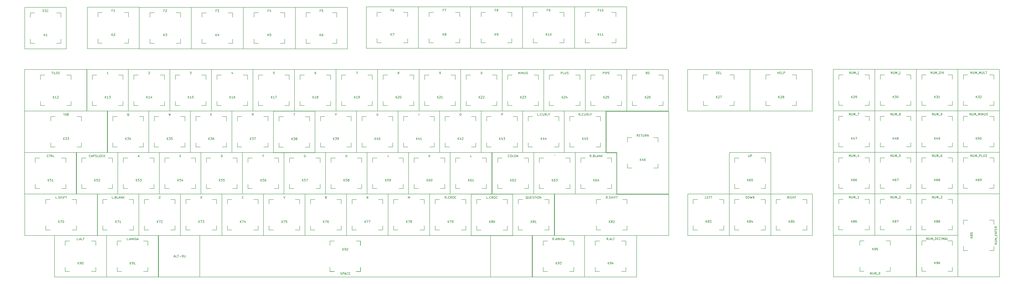
<source format=gbr>
G04 #@! TF.GenerationSoftware,KiCad,Pcbnew,(5.1.10)-1*
G04 #@! TF.CreationDate,2021-07-23T17:16:22+10:00*
G04 #@! TF.ProjectId,A1200KB,41313230-304b-4422-9e6b-696361645f70,rev?*
G04 #@! TF.SameCoordinates,Original*
G04 #@! TF.FileFunction,OtherDrawing,Comment*
%FSLAX46Y46*%
G04 Gerber Fmt 4.6, Leading zero omitted, Abs format (unit mm)*
G04 Created by KiCad (PCBNEW (5.1.10)-1) date 2021-07-23 17:16:22*
%MOMM*%
%LPD*%
G01*
G04 APERTURE LIST*
%ADD10C,0.150000*%
G04 APERTURE END LIST*
D10*
X383866500Y-123630600D02*
X383866500Y-104580600D01*
X383866500Y-123630600D02*
X412441500Y-123630600D01*
X412441500Y-104580600D02*
X412441500Y-123630600D01*
X383866500Y-104580600D02*
X412441500Y-104580600D01*
X391154000Y-107105600D02*
X391154000Y-109105600D01*
X393154000Y-107105600D02*
X391154000Y-107105600D01*
X391154000Y-121105600D02*
X393154000Y-121105600D01*
X391154000Y-119105600D02*
X391154000Y-121105600D01*
X405154000Y-121105600D02*
X405154000Y-119105600D01*
X403154000Y-121105600D02*
X405154000Y-121105600D01*
X405154000Y-107105600D02*
X405154000Y-109105600D01*
X403154000Y-107105600D02*
X405154000Y-107105600D01*
X64954550Y-199895400D02*
X64954550Y-180845400D01*
X64954550Y-199895400D02*
X88767050Y-199895400D01*
X88767050Y-180845400D02*
X88767050Y-199895400D01*
X64954550Y-180845400D02*
X88767050Y-180845400D01*
X69860800Y-183370400D02*
X69860800Y-185370400D01*
X71860800Y-183370400D02*
X69860800Y-183370400D01*
X69860800Y-197370400D02*
X71860800Y-197370400D01*
X69860800Y-195370400D02*
X69860800Y-197370400D01*
X83860800Y-197370400D02*
X83860800Y-195370400D01*
X81860800Y-197370400D02*
X83860800Y-197370400D01*
X83860800Y-183370400D02*
X83860800Y-185370400D01*
X81860800Y-183370400D02*
X83860800Y-183370400D01*
X460260800Y-180747000D02*
X460260800Y-199797000D01*
X460260800Y-180747000D02*
X422160800Y-180747000D01*
X422160800Y-199797000D02*
X422160800Y-180747000D01*
X460260800Y-199797000D02*
X422160800Y-199797000D01*
X448210800Y-197272000D02*
X448210800Y-195272000D01*
X446210800Y-197272000D02*
X448210800Y-197272000D01*
X448210800Y-183272000D02*
X446210800Y-183272000D01*
X448210800Y-185272000D02*
X448210800Y-183272000D01*
X434210800Y-183272000D02*
X434210800Y-185272000D01*
X436210800Y-183272000D02*
X434210800Y-183272000D01*
X434210800Y-197272000D02*
X434210800Y-195272000D01*
X436210800Y-197272000D02*
X434210800Y-197272000D01*
X193272800Y-197370400D02*
X191272800Y-197370400D01*
X191272800Y-197370400D02*
X191272800Y-195370400D01*
X193272800Y-183370400D02*
X191272800Y-183370400D01*
X191272800Y-183370400D02*
X191272800Y-185370400D01*
X205272800Y-185370400D02*
X205272800Y-183370400D01*
X205272800Y-183370400D02*
X203272800Y-183370400D01*
X203272800Y-197370400D02*
X205272800Y-197370400D01*
X205272800Y-197370400D02*
X205272800Y-195370400D01*
X264947800Y-199895400D02*
X131597800Y-199895400D01*
X131597800Y-199895400D02*
X131597800Y-180845400D01*
X264947800Y-180845400D02*
X131597800Y-180845400D01*
X264947800Y-180845400D02*
X264947800Y-199895400D01*
X474658800Y-183272000D02*
X476658800Y-183272000D01*
X476658800Y-183272000D02*
X476658800Y-185272000D01*
X474658800Y-197272000D02*
X476658800Y-197272000D01*
X476658800Y-197272000D02*
X476658800Y-195272000D01*
X462658800Y-195272000D02*
X462658800Y-197272000D01*
X462658800Y-197272000D02*
X464658800Y-197272000D01*
X464658800Y-183272000D02*
X462658800Y-183272000D01*
X462658800Y-183272000D02*
X462658800Y-185272000D01*
X460133800Y-180747000D02*
X479183800Y-180747000D01*
X479183800Y-180747000D02*
X479183800Y-199797000D01*
X479183800Y-199797000D02*
X460133800Y-199797000D01*
X460133800Y-199797000D02*
X460133800Y-180747000D01*
X75256800Y-126220400D02*
X77256800Y-126220400D01*
X77256800Y-126220400D02*
X77256800Y-128220400D01*
X75256800Y-140220400D02*
X77256800Y-140220400D01*
X77256800Y-140220400D02*
X77256800Y-138220400D01*
X63256800Y-138220400D02*
X63256800Y-140220400D01*
X63256800Y-140220400D02*
X65256800Y-140220400D01*
X65256800Y-126220400D02*
X63256800Y-126220400D01*
X63256800Y-126220400D02*
X63256800Y-128220400D01*
X51206800Y-123695400D02*
X89306800Y-123695400D01*
X89306800Y-123695400D02*
X89306800Y-142745400D01*
X51206800Y-142745400D02*
X89306800Y-142745400D01*
X51206800Y-142745400D02*
X51206800Y-123695400D01*
X436558800Y-145172000D02*
X438558800Y-145172000D01*
X438558800Y-145172000D02*
X438558800Y-147172000D01*
X436558800Y-159172000D02*
X438558800Y-159172000D01*
X438558800Y-159172000D02*
X438558800Y-157172000D01*
X424558800Y-157172000D02*
X424558800Y-159172000D01*
X424558800Y-159172000D02*
X426558800Y-159172000D01*
X426558800Y-145172000D02*
X424558800Y-145172000D01*
X424558800Y-145172000D02*
X424558800Y-147172000D01*
X422033800Y-142647000D02*
X441083800Y-142647000D01*
X441083800Y-142647000D02*
X441083800Y-161697000D01*
X441083800Y-161697000D02*
X422033800Y-161697000D01*
X422033800Y-161697000D02*
X422033800Y-142647000D01*
X224862800Y-78357600D02*
X226862800Y-78357600D01*
X226862800Y-78357600D02*
X226862800Y-80357600D01*
X224862800Y-92357600D02*
X226862800Y-92357600D01*
X226862800Y-92357600D02*
X226862800Y-90357600D01*
X212862800Y-90357600D02*
X212862800Y-92357600D01*
X212862800Y-92357600D02*
X214862800Y-92357600D01*
X214862800Y-78357600D02*
X212862800Y-78357600D01*
X212862800Y-78357600D02*
X212862800Y-80357600D01*
X207956550Y-75832600D02*
X231769050Y-75832600D01*
X231769050Y-75832600D02*
X231769050Y-94882600D01*
X207956550Y-94882600D02*
X231769050Y-94882600D01*
X207956550Y-94882600D02*
X207956550Y-75832600D01*
X227355800Y-161795400D02*
X227355800Y-142745400D01*
X246405800Y-161795400D02*
X227355800Y-161795400D01*
X246405800Y-142745400D02*
X246405800Y-161795400D01*
X227355800Y-142745400D02*
X246405800Y-142745400D01*
X229880800Y-145270400D02*
X229880800Y-147270400D01*
X231880800Y-145270400D02*
X229880800Y-145270400D01*
X229880800Y-159270400D02*
X231880800Y-159270400D01*
X229880800Y-157270400D02*
X229880800Y-159270400D01*
X243880800Y-159270400D02*
X243880800Y-157270400D01*
X241880800Y-159270400D02*
X243880800Y-159270400D01*
X243880800Y-145270400D02*
X243880800Y-147270400D01*
X241880800Y-145270400D02*
X243880800Y-145270400D01*
X175444550Y-95108600D02*
X175444550Y-76058600D01*
X175444550Y-95108600D02*
X199257050Y-95108600D01*
X199257050Y-76058600D02*
X199257050Y-95108600D01*
X175444550Y-76058600D02*
X199257050Y-76058600D01*
X180350800Y-78583600D02*
X180350800Y-80583600D01*
X182350800Y-78583600D02*
X180350800Y-78583600D01*
X180350800Y-92583600D02*
X182350800Y-92583600D01*
X180350800Y-90583600D02*
X180350800Y-92583600D01*
X194350800Y-92583600D02*
X194350800Y-90583600D01*
X192350800Y-92583600D02*
X194350800Y-92583600D01*
X194350800Y-78583600D02*
X194350800Y-80583600D01*
X192350800Y-78583600D02*
X194350800Y-78583600D01*
X193236800Y-197382400D02*
X191236800Y-197382400D01*
X191236800Y-197382400D02*
X191236800Y-195382400D01*
X193236800Y-183382400D02*
X191236800Y-183382400D01*
X191236800Y-183382400D02*
X191236800Y-185382400D01*
X205236800Y-185382400D02*
X205236800Y-183382400D01*
X205236800Y-183382400D02*
X203236800Y-183382400D01*
X203236800Y-197382400D02*
X205236800Y-197382400D01*
X205236800Y-197382400D02*
X205236800Y-195382400D01*
X283961800Y-199907400D02*
X112511800Y-199907400D01*
X112511800Y-199907400D02*
X112511800Y-180857400D01*
X283961800Y-180857400D02*
X112511800Y-180857400D01*
X283961800Y-180857400D02*
X283961800Y-199907400D01*
X322764550Y-161922400D02*
X322764550Y-142872400D01*
X322764550Y-142872400D02*
X318002050Y-142872400D01*
X339670800Y-135872400D02*
X341670800Y-135872400D01*
X341670800Y-135872400D02*
X341670800Y-137872400D01*
X339670800Y-149872400D02*
X341670800Y-149872400D01*
X341670800Y-149872400D02*
X341670800Y-147872400D01*
X327670800Y-147872400D02*
X327670800Y-149872400D01*
X327670800Y-149872400D02*
X329670800Y-149872400D01*
X329670800Y-135872400D02*
X327670800Y-135872400D01*
X327670800Y-135872400D02*
X327670800Y-137872400D01*
X318002050Y-123822400D02*
X346577050Y-123822400D01*
X346577050Y-123822400D02*
X346577050Y-161922400D01*
X322764550Y-161922400D02*
X346577050Y-161922400D01*
X318002050Y-123822400D02*
X318002050Y-142872400D01*
X436558800Y-126122000D02*
X438558800Y-126122000D01*
X438558800Y-126122000D02*
X438558800Y-128122000D01*
X436558800Y-140122000D02*
X438558800Y-140122000D01*
X438558800Y-140122000D02*
X438558800Y-138122000D01*
X424558800Y-138122000D02*
X424558800Y-140122000D01*
X424558800Y-140122000D02*
X426558800Y-140122000D01*
X426558800Y-126122000D02*
X424558800Y-126122000D01*
X424558800Y-126122000D02*
X424558800Y-128122000D01*
X422033800Y-123597000D02*
X441083800Y-123597000D01*
X441083800Y-123597000D02*
X441083800Y-142647000D01*
X441083800Y-142647000D02*
X422033800Y-142647000D01*
X422033800Y-142647000D02*
X422033800Y-123597000D01*
X455608800Y-164222000D02*
X457608800Y-164222000D01*
X457608800Y-164222000D02*
X457608800Y-166222000D01*
X455608800Y-178222000D02*
X457608800Y-178222000D01*
X457608800Y-178222000D02*
X457608800Y-176222000D01*
X443608800Y-176222000D02*
X443608800Y-178222000D01*
X443608800Y-178222000D02*
X445608800Y-178222000D01*
X445608800Y-164222000D02*
X443608800Y-164222000D01*
X443608800Y-164222000D02*
X443608800Y-166222000D01*
X441083800Y-161697000D02*
X460133800Y-161697000D01*
X460133800Y-161697000D02*
X460133800Y-180747000D01*
X460133800Y-180747000D02*
X441083800Y-180747000D01*
X441083800Y-180747000D02*
X441083800Y-161697000D01*
X175031800Y-123695400D02*
X175031800Y-104645400D01*
X194081800Y-123695400D02*
X175031800Y-123695400D01*
X194081800Y-104645400D02*
X194081800Y-123695400D01*
X175031800Y-104645400D02*
X194081800Y-104645400D01*
X177556800Y-107170400D02*
X177556800Y-109170400D01*
X179556800Y-107170400D02*
X177556800Y-107170400D01*
X177556800Y-121170400D02*
X179556800Y-121170400D01*
X177556800Y-119170400D02*
X177556800Y-121170400D01*
X191556800Y-121170400D02*
X191556800Y-119170400D01*
X189556800Y-121170400D02*
X191556800Y-121170400D01*
X191556800Y-107170400D02*
X191556800Y-109170400D01*
X189556800Y-107170400D02*
X191556800Y-107170400D01*
X51333800Y-95136600D02*
X51333800Y-76086600D01*
X70383800Y-95136600D02*
X51333800Y-95136600D01*
X70383800Y-76086600D02*
X70383800Y-95136600D01*
X51333800Y-76086600D02*
X70383800Y-76086600D01*
X53858800Y-78611600D02*
X53858800Y-80611600D01*
X55858800Y-78611600D02*
X53858800Y-78611600D01*
X53858800Y-92611600D02*
X55858800Y-92611600D01*
X53858800Y-90611600D02*
X53858800Y-92611600D01*
X67858800Y-92611600D02*
X67858800Y-90611600D01*
X65858800Y-92611600D02*
X67858800Y-92611600D01*
X67858800Y-78611600D02*
X67858800Y-80611600D01*
X65858800Y-78611600D02*
X67858800Y-78611600D01*
X79781800Y-123695400D02*
X79781800Y-104645400D01*
X98831800Y-123695400D02*
X79781800Y-123695400D01*
X98831800Y-104645400D02*
X98831800Y-123695400D01*
X79781800Y-104645400D02*
X98831800Y-104645400D01*
X82306800Y-107170400D02*
X82306800Y-109170400D01*
X84306800Y-107170400D02*
X82306800Y-107170400D01*
X82306800Y-121170400D02*
X84306800Y-121170400D01*
X82306800Y-119170400D02*
X82306800Y-121170400D01*
X96306800Y-121170400D02*
X96306800Y-119170400D01*
X94306800Y-121170400D02*
X96306800Y-121170400D01*
X96306800Y-107170400D02*
X96306800Y-109170400D01*
X94306800Y-107170400D02*
X96306800Y-107170400D01*
X98831800Y-123695400D02*
X98831800Y-104645400D01*
X117881800Y-123695400D02*
X98831800Y-123695400D01*
X117881800Y-104645400D02*
X117881800Y-123695400D01*
X98831800Y-104645400D02*
X117881800Y-104645400D01*
X101356800Y-107170400D02*
X101356800Y-109170400D01*
X103356800Y-107170400D02*
X101356800Y-107170400D01*
X101356800Y-121170400D02*
X103356800Y-121170400D01*
X101356800Y-119170400D02*
X101356800Y-121170400D01*
X115356800Y-121170400D02*
X115356800Y-119170400D01*
X113356800Y-121170400D02*
X115356800Y-121170400D01*
X115356800Y-107170400D02*
X115356800Y-109170400D01*
X113356800Y-107170400D02*
X115356800Y-107170400D01*
X117881800Y-123695400D02*
X117881800Y-104645400D01*
X136931800Y-123695400D02*
X117881800Y-123695400D01*
X136931800Y-104645400D02*
X136931800Y-123695400D01*
X117881800Y-104645400D02*
X136931800Y-104645400D01*
X120406800Y-107170400D02*
X120406800Y-109170400D01*
X122406800Y-107170400D02*
X120406800Y-107170400D01*
X120406800Y-121170400D02*
X122406800Y-121170400D01*
X120406800Y-119170400D02*
X120406800Y-121170400D01*
X134406800Y-121170400D02*
X134406800Y-119170400D01*
X132406800Y-121170400D02*
X134406800Y-121170400D01*
X134406800Y-107170400D02*
X134406800Y-109170400D01*
X132406800Y-107170400D02*
X134406800Y-107170400D01*
X136931800Y-123695400D02*
X136931800Y-104645400D01*
X155981800Y-123695400D02*
X136931800Y-123695400D01*
X155981800Y-104645400D02*
X155981800Y-123695400D01*
X136931800Y-104645400D02*
X155981800Y-104645400D01*
X139456800Y-107170400D02*
X139456800Y-109170400D01*
X141456800Y-107170400D02*
X139456800Y-107170400D01*
X139456800Y-121170400D02*
X141456800Y-121170400D01*
X139456800Y-119170400D02*
X139456800Y-121170400D01*
X153456800Y-121170400D02*
X153456800Y-119170400D01*
X151456800Y-121170400D02*
X153456800Y-121170400D01*
X153456800Y-107170400D02*
X153456800Y-109170400D01*
X151456800Y-107170400D02*
X153456800Y-107170400D01*
X155981800Y-123695400D02*
X155981800Y-104645400D01*
X175031800Y-123695400D02*
X155981800Y-123695400D01*
X175031800Y-104645400D02*
X175031800Y-123695400D01*
X155981800Y-104645400D02*
X175031800Y-104645400D01*
X158506800Y-107170400D02*
X158506800Y-109170400D01*
X160506800Y-107170400D02*
X158506800Y-107170400D01*
X158506800Y-121170400D02*
X160506800Y-121170400D01*
X158506800Y-119170400D02*
X158506800Y-121170400D01*
X172506800Y-121170400D02*
X172506800Y-119170400D01*
X170506800Y-121170400D02*
X172506800Y-121170400D01*
X172506800Y-107170400D02*
X172506800Y-109170400D01*
X170506800Y-107170400D02*
X172506800Y-107170400D01*
X194081800Y-123695400D02*
X194081800Y-104645400D01*
X213131800Y-123695400D02*
X194081800Y-123695400D01*
X213131800Y-104645400D02*
X213131800Y-123695400D01*
X194081800Y-104645400D02*
X213131800Y-104645400D01*
X196606800Y-107170400D02*
X196606800Y-109170400D01*
X198606800Y-107170400D02*
X196606800Y-107170400D01*
X196606800Y-121170400D02*
X198606800Y-121170400D01*
X196606800Y-119170400D02*
X196606800Y-121170400D01*
X210606800Y-121170400D02*
X210606800Y-119170400D01*
X208606800Y-121170400D02*
X210606800Y-121170400D01*
X210606800Y-107170400D02*
X210606800Y-109170400D01*
X208606800Y-107170400D02*
X210606800Y-107170400D01*
X213131800Y-123695400D02*
X213131800Y-104645400D01*
X232181800Y-123695400D02*
X213131800Y-123695400D01*
X232181800Y-104645400D02*
X232181800Y-123695400D01*
X213131800Y-104645400D02*
X232181800Y-104645400D01*
X215656800Y-107170400D02*
X215656800Y-109170400D01*
X217656800Y-107170400D02*
X215656800Y-107170400D01*
X215656800Y-121170400D02*
X217656800Y-121170400D01*
X215656800Y-119170400D02*
X215656800Y-121170400D01*
X229656800Y-121170400D02*
X229656800Y-119170400D01*
X227656800Y-121170400D02*
X229656800Y-121170400D01*
X229656800Y-107170400D02*
X229656800Y-109170400D01*
X227656800Y-107170400D02*
X229656800Y-107170400D01*
X232181800Y-123695400D02*
X232181800Y-104645400D01*
X251231800Y-123695400D02*
X232181800Y-123695400D01*
X251231800Y-104645400D02*
X251231800Y-123695400D01*
X232181800Y-104645400D02*
X251231800Y-104645400D01*
X234706800Y-107170400D02*
X234706800Y-109170400D01*
X236706800Y-107170400D02*
X234706800Y-107170400D01*
X234706800Y-121170400D02*
X236706800Y-121170400D01*
X234706800Y-119170400D02*
X234706800Y-121170400D01*
X248706800Y-121170400D02*
X248706800Y-119170400D01*
X246706800Y-121170400D02*
X248706800Y-121170400D01*
X248706800Y-107170400D02*
X248706800Y-109170400D01*
X246706800Y-107170400D02*
X248706800Y-107170400D01*
X251231800Y-123695400D02*
X251231800Y-104645400D01*
X270281800Y-123695400D02*
X251231800Y-123695400D01*
X270281800Y-104645400D02*
X270281800Y-123695400D01*
X251231800Y-104645400D02*
X270281800Y-104645400D01*
X253756800Y-107170400D02*
X253756800Y-109170400D01*
X255756800Y-107170400D02*
X253756800Y-107170400D01*
X253756800Y-121170400D02*
X255756800Y-121170400D01*
X253756800Y-119170400D02*
X253756800Y-121170400D01*
X267756800Y-121170400D02*
X267756800Y-119170400D01*
X265756800Y-121170400D02*
X267756800Y-121170400D01*
X267756800Y-107170400D02*
X267756800Y-109170400D01*
X265756800Y-107170400D02*
X267756800Y-107170400D01*
X270281800Y-123695400D02*
X270281800Y-104645400D01*
X289331800Y-123695400D02*
X270281800Y-123695400D01*
X289331800Y-104645400D02*
X289331800Y-123695400D01*
X270281800Y-104645400D02*
X289331800Y-104645400D01*
X272806800Y-107170400D02*
X272806800Y-109170400D01*
X274806800Y-107170400D02*
X272806800Y-107170400D01*
X272806800Y-121170400D02*
X274806800Y-121170400D01*
X272806800Y-119170400D02*
X272806800Y-121170400D01*
X286806800Y-121170400D02*
X286806800Y-119170400D01*
X284806800Y-121170400D02*
X286806800Y-121170400D01*
X286806800Y-107170400D02*
X286806800Y-109170400D01*
X284806800Y-107170400D02*
X286806800Y-107170400D01*
X289331800Y-123695400D02*
X289331800Y-104645400D01*
X308381800Y-123695400D02*
X289331800Y-123695400D01*
X308381800Y-104645400D02*
X308381800Y-123695400D01*
X289331800Y-104645400D02*
X308381800Y-104645400D01*
X291856800Y-107170400D02*
X291856800Y-109170400D01*
X293856800Y-107170400D02*
X291856800Y-107170400D01*
X291856800Y-121170400D02*
X293856800Y-121170400D01*
X291856800Y-119170400D02*
X291856800Y-121170400D01*
X305856800Y-121170400D02*
X305856800Y-119170400D01*
X303856800Y-121170400D02*
X305856800Y-121170400D01*
X305856800Y-107170400D02*
X305856800Y-109170400D01*
X303856800Y-107170400D02*
X305856800Y-107170400D01*
X308381800Y-123695400D02*
X308381800Y-104645400D01*
X327431800Y-123695400D02*
X308381800Y-123695400D01*
X327431800Y-104645400D02*
X327431800Y-123695400D01*
X308381800Y-104645400D02*
X327431800Y-104645400D01*
X310906800Y-107170400D02*
X310906800Y-109170400D01*
X312906800Y-107170400D02*
X310906800Y-107170400D01*
X310906800Y-121170400D02*
X312906800Y-121170400D01*
X310906800Y-119170400D02*
X310906800Y-121170400D01*
X324906800Y-121170400D02*
X324906800Y-119170400D01*
X322906800Y-121170400D02*
X324906800Y-121170400D01*
X324906800Y-107170400D02*
X324906800Y-109170400D01*
X322906800Y-107170400D02*
X324906800Y-107170400D01*
X327431800Y-123695400D02*
X327431800Y-104645400D01*
X346481800Y-123695400D02*
X327431800Y-123695400D01*
X346481800Y-104645400D02*
X346481800Y-123695400D01*
X327431800Y-104645400D02*
X346481800Y-104645400D01*
X329956800Y-107170400D02*
X329956800Y-109170400D01*
X331956800Y-107170400D02*
X329956800Y-107170400D01*
X329956800Y-121170400D02*
X331956800Y-121170400D01*
X329956800Y-119170400D02*
X329956800Y-121170400D01*
X343956800Y-121170400D02*
X343956800Y-119170400D01*
X341956800Y-121170400D02*
X343956800Y-121170400D01*
X343956800Y-107170400D02*
X343956800Y-109170400D01*
X341956800Y-107170400D02*
X343956800Y-107170400D01*
X436558800Y-107072000D02*
X438558800Y-107072000D01*
X438558800Y-107072000D02*
X438558800Y-109072000D01*
X436558800Y-121072000D02*
X438558800Y-121072000D01*
X438558800Y-121072000D02*
X438558800Y-119072000D01*
X424558800Y-119072000D02*
X424558800Y-121072000D01*
X424558800Y-121072000D02*
X426558800Y-121072000D01*
X426558800Y-107072000D02*
X424558800Y-107072000D01*
X424558800Y-107072000D02*
X424558800Y-109072000D01*
X422033800Y-104547000D02*
X441083800Y-104547000D01*
X441083800Y-104547000D02*
X441083800Y-123597000D01*
X441083800Y-123597000D02*
X422033800Y-123597000D01*
X422033800Y-123597000D02*
X422033800Y-104547000D01*
X455608800Y-107072000D02*
X457608800Y-107072000D01*
X457608800Y-107072000D02*
X457608800Y-109072000D01*
X455608800Y-121072000D02*
X457608800Y-121072000D01*
X457608800Y-121072000D02*
X457608800Y-119072000D01*
X443608800Y-119072000D02*
X443608800Y-121072000D01*
X443608800Y-121072000D02*
X445608800Y-121072000D01*
X445608800Y-107072000D02*
X443608800Y-107072000D01*
X443608800Y-107072000D02*
X443608800Y-109072000D01*
X441083800Y-104547000D02*
X460133800Y-104547000D01*
X460133800Y-104547000D02*
X460133800Y-123597000D01*
X460133800Y-123597000D02*
X441083800Y-123597000D01*
X441083800Y-123597000D02*
X441083800Y-104547000D01*
X474658800Y-107072000D02*
X476658800Y-107072000D01*
X476658800Y-107072000D02*
X476658800Y-109072000D01*
X474658800Y-121072000D02*
X476658800Y-121072000D01*
X476658800Y-121072000D02*
X476658800Y-119072000D01*
X462658800Y-119072000D02*
X462658800Y-121072000D01*
X462658800Y-121072000D02*
X464658800Y-121072000D01*
X464658800Y-107072000D02*
X462658800Y-107072000D01*
X462658800Y-107072000D02*
X462658800Y-109072000D01*
X460133800Y-104547000D02*
X479183800Y-104547000D01*
X479183800Y-104547000D02*
X479183800Y-123597000D01*
X479183800Y-123597000D02*
X460133800Y-123597000D01*
X460133800Y-123597000D02*
X460133800Y-104547000D01*
X493708800Y-107072000D02*
X495708800Y-107072000D01*
X495708800Y-107072000D02*
X495708800Y-109072000D01*
X493708800Y-121072000D02*
X495708800Y-121072000D01*
X495708800Y-121072000D02*
X495708800Y-119072000D01*
X481708800Y-119072000D02*
X481708800Y-121072000D01*
X481708800Y-121072000D02*
X483708800Y-121072000D01*
X483708800Y-107072000D02*
X481708800Y-107072000D01*
X481708800Y-107072000D02*
X481708800Y-109072000D01*
X479183800Y-104547000D02*
X498233800Y-104547000D01*
X498233800Y-104547000D02*
X498233800Y-123597000D01*
X498233800Y-123597000D02*
X479183800Y-123597000D01*
X479183800Y-123597000D02*
X479183800Y-104547000D01*
X89179800Y-142745400D02*
X89179800Y-123695400D01*
X108229800Y-142745400D02*
X89179800Y-142745400D01*
X108229800Y-123695400D02*
X108229800Y-142745400D01*
X89179800Y-123695400D02*
X108229800Y-123695400D01*
X91704800Y-126220400D02*
X91704800Y-128220400D01*
X93704800Y-126220400D02*
X91704800Y-126220400D01*
X91704800Y-140220400D02*
X93704800Y-140220400D01*
X91704800Y-138220400D02*
X91704800Y-140220400D01*
X105704800Y-140220400D02*
X105704800Y-138220400D01*
X103704800Y-140220400D02*
X105704800Y-140220400D01*
X105704800Y-126220400D02*
X105704800Y-128220400D01*
X103704800Y-126220400D02*
X105704800Y-126220400D01*
X108229800Y-142745400D02*
X108229800Y-123695400D01*
X127279800Y-142745400D02*
X108229800Y-142745400D01*
X127279800Y-123695400D02*
X127279800Y-142745400D01*
X108229800Y-123695400D02*
X127279800Y-123695400D01*
X110754800Y-126220400D02*
X110754800Y-128220400D01*
X112754800Y-126220400D02*
X110754800Y-126220400D01*
X110754800Y-140220400D02*
X112754800Y-140220400D01*
X110754800Y-138220400D02*
X110754800Y-140220400D01*
X124754800Y-140220400D02*
X124754800Y-138220400D01*
X122754800Y-140220400D02*
X124754800Y-140220400D01*
X124754800Y-126220400D02*
X124754800Y-128220400D01*
X122754800Y-126220400D02*
X124754800Y-126220400D01*
X127279800Y-142745400D02*
X127279800Y-123695400D01*
X146329800Y-142745400D02*
X127279800Y-142745400D01*
X146329800Y-123695400D02*
X146329800Y-142745400D01*
X127279800Y-123695400D02*
X146329800Y-123695400D01*
X129804800Y-126220400D02*
X129804800Y-128220400D01*
X131804800Y-126220400D02*
X129804800Y-126220400D01*
X129804800Y-140220400D02*
X131804800Y-140220400D01*
X129804800Y-138220400D02*
X129804800Y-140220400D01*
X143804800Y-140220400D02*
X143804800Y-138220400D01*
X141804800Y-140220400D02*
X143804800Y-140220400D01*
X143804800Y-126220400D02*
X143804800Y-128220400D01*
X141804800Y-126220400D02*
X143804800Y-126220400D01*
X146329800Y-142745400D02*
X146329800Y-123695400D01*
X165379800Y-142745400D02*
X146329800Y-142745400D01*
X165379800Y-123695400D02*
X165379800Y-142745400D01*
X146329800Y-123695400D02*
X165379800Y-123695400D01*
X148854800Y-126220400D02*
X148854800Y-128220400D01*
X150854800Y-126220400D02*
X148854800Y-126220400D01*
X148854800Y-140220400D02*
X150854800Y-140220400D01*
X148854800Y-138220400D02*
X148854800Y-140220400D01*
X162854800Y-140220400D02*
X162854800Y-138220400D01*
X160854800Y-140220400D02*
X162854800Y-140220400D01*
X162854800Y-126220400D02*
X162854800Y-128220400D01*
X160854800Y-126220400D02*
X162854800Y-126220400D01*
X165379800Y-142824200D02*
X165379800Y-123774200D01*
X184429800Y-142824200D02*
X165379800Y-142824200D01*
X184429800Y-123774200D02*
X184429800Y-142824200D01*
X165379800Y-123774200D02*
X184429800Y-123774200D01*
X167904800Y-126299200D02*
X167904800Y-128299200D01*
X169904800Y-126299200D02*
X167904800Y-126299200D01*
X167904800Y-140299200D02*
X169904800Y-140299200D01*
X167904800Y-138299200D02*
X167904800Y-140299200D01*
X181904800Y-140299200D02*
X181904800Y-138299200D01*
X179904800Y-140299200D02*
X181904800Y-140299200D01*
X181904800Y-126299200D02*
X181904800Y-128299200D01*
X179904800Y-126299200D02*
X181904800Y-126299200D01*
X184429800Y-142745400D02*
X184429800Y-123695400D01*
X203479800Y-142745400D02*
X184429800Y-142745400D01*
X203479800Y-123695400D02*
X203479800Y-142745400D01*
X184429800Y-123695400D02*
X203479800Y-123695400D01*
X186954800Y-126220400D02*
X186954800Y-128220400D01*
X188954800Y-126220400D02*
X186954800Y-126220400D01*
X186954800Y-140220400D02*
X188954800Y-140220400D01*
X186954800Y-138220400D02*
X186954800Y-140220400D01*
X200954800Y-140220400D02*
X200954800Y-138220400D01*
X198954800Y-140220400D02*
X200954800Y-140220400D01*
X200954800Y-126220400D02*
X200954800Y-128220400D01*
X198954800Y-126220400D02*
X200954800Y-126220400D01*
X203479800Y-142745400D02*
X203479800Y-123695400D01*
X222529800Y-142745400D02*
X203479800Y-142745400D01*
X222529800Y-123695400D02*
X222529800Y-142745400D01*
X203479800Y-123695400D02*
X222529800Y-123695400D01*
X206004800Y-126220400D02*
X206004800Y-128220400D01*
X208004800Y-126220400D02*
X206004800Y-126220400D01*
X206004800Y-140220400D02*
X208004800Y-140220400D01*
X206004800Y-138220400D02*
X206004800Y-140220400D01*
X220004800Y-140220400D02*
X220004800Y-138220400D01*
X218004800Y-140220400D02*
X220004800Y-140220400D01*
X220004800Y-126220400D02*
X220004800Y-128220400D01*
X218004800Y-126220400D02*
X220004800Y-126220400D01*
X222529800Y-142745400D02*
X222529800Y-123695400D01*
X241579800Y-142745400D02*
X222529800Y-142745400D01*
X241579800Y-123695400D02*
X241579800Y-142745400D01*
X222529800Y-123695400D02*
X241579800Y-123695400D01*
X225054800Y-126220400D02*
X225054800Y-128220400D01*
X227054800Y-126220400D02*
X225054800Y-126220400D01*
X225054800Y-140220400D02*
X227054800Y-140220400D01*
X225054800Y-138220400D02*
X225054800Y-140220400D01*
X239054800Y-140220400D02*
X239054800Y-138220400D01*
X237054800Y-140220400D02*
X239054800Y-140220400D01*
X239054800Y-126220400D02*
X239054800Y-128220400D01*
X237054800Y-126220400D02*
X239054800Y-126220400D01*
X241579800Y-142745400D02*
X241579800Y-123695400D01*
X260629800Y-142745400D02*
X241579800Y-142745400D01*
X260629800Y-123695400D02*
X260629800Y-142745400D01*
X241579800Y-123695400D02*
X260629800Y-123695400D01*
X244104800Y-126220400D02*
X244104800Y-128220400D01*
X246104800Y-126220400D02*
X244104800Y-126220400D01*
X244104800Y-140220400D02*
X246104800Y-140220400D01*
X244104800Y-138220400D02*
X244104800Y-140220400D01*
X258104800Y-140220400D02*
X258104800Y-138220400D01*
X256104800Y-140220400D02*
X258104800Y-140220400D01*
X258104800Y-126220400D02*
X258104800Y-128220400D01*
X256104800Y-126220400D02*
X258104800Y-126220400D01*
X260629800Y-142745400D02*
X260629800Y-123695400D01*
X279679800Y-142745400D02*
X260629800Y-142745400D01*
X279679800Y-123695400D02*
X279679800Y-142745400D01*
X260629800Y-123695400D02*
X279679800Y-123695400D01*
X263154800Y-126220400D02*
X263154800Y-128220400D01*
X265154800Y-126220400D02*
X263154800Y-126220400D01*
X263154800Y-140220400D02*
X265154800Y-140220400D01*
X263154800Y-138220400D02*
X263154800Y-140220400D01*
X277154800Y-140220400D02*
X277154800Y-138220400D01*
X275154800Y-140220400D02*
X277154800Y-140220400D01*
X277154800Y-126220400D02*
X277154800Y-128220400D01*
X275154800Y-126220400D02*
X277154800Y-126220400D01*
X279679800Y-142745400D02*
X279679800Y-123695400D01*
X298729800Y-142745400D02*
X279679800Y-142745400D01*
X298729800Y-123695400D02*
X298729800Y-142745400D01*
X279679800Y-123695400D02*
X298729800Y-123695400D01*
X282204800Y-126220400D02*
X282204800Y-128220400D01*
X284204800Y-126220400D02*
X282204800Y-126220400D01*
X282204800Y-140220400D02*
X284204800Y-140220400D01*
X282204800Y-138220400D02*
X282204800Y-140220400D01*
X296204800Y-140220400D02*
X296204800Y-138220400D01*
X294204800Y-140220400D02*
X296204800Y-140220400D01*
X296204800Y-126220400D02*
X296204800Y-128220400D01*
X294204800Y-126220400D02*
X296204800Y-126220400D01*
X298729800Y-142745400D02*
X298729800Y-123695400D01*
X317779800Y-142745400D02*
X298729800Y-142745400D01*
X317779800Y-123695400D02*
X317779800Y-142745400D01*
X298729800Y-123695400D02*
X317779800Y-123695400D01*
X301254800Y-126220400D02*
X301254800Y-128220400D01*
X303254800Y-126220400D02*
X301254800Y-126220400D01*
X301254800Y-140220400D02*
X303254800Y-140220400D01*
X301254800Y-138220400D02*
X301254800Y-140220400D01*
X315254800Y-140220400D02*
X315254800Y-138220400D01*
X313254800Y-140220400D02*
X315254800Y-140220400D01*
X315254800Y-126220400D02*
X315254800Y-128220400D01*
X313254800Y-126220400D02*
X315254800Y-126220400D01*
X455608800Y-126122000D02*
X457608800Y-126122000D01*
X457608800Y-126122000D02*
X457608800Y-128122000D01*
X455608800Y-140122000D02*
X457608800Y-140122000D01*
X457608800Y-140122000D02*
X457608800Y-138122000D01*
X443608800Y-138122000D02*
X443608800Y-140122000D01*
X443608800Y-140122000D02*
X445608800Y-140122000D01*
X445608800Y-126122000D02*
X443608800Y-126122000D01*
X443608800Y-126122000D02*
X443608800Y-128122000D01*
X441083800Y-123597000D02*
X460133800Y-123597000D01*
X460133800Y-123597000D02*
X460133800Y-142647000D01*
X460133800Y-142647000D02*
X441083800Y-142647000D01*
X441083800Y-142647000D02*
X441083800Y-123597000D01*
X474658800Y-126122000D02*
X476658800Y-126122000D01*
X476658800Y-126122000D02*
X476658800Y-128122000D01*
X474658800Y-140122000D02*
X476658800Y-140122000D01*
X476658800Y-140122000D02*
X476658800Y-138122000D01*
X462658800Y-138122000D02*
X462658800Y-140122000D01*
X462658800Y-140122000D02*
X464658800Y-140122000D01*
X464658800Y-126122000D02*
X462658800Y-126122000D01*
X462658800Y-126122000D02*
X462658800Y-128122000D01*
X460133800Y-123597000D02*
X479183800Y-123597000D01*
X479183800Y-123597000D02*
X479183800Y-142647000D01*
X479183800Y-142647000D02*
X460133800Y-142647000D01*
X460133800Y-142647000D02*
X460133800Y-123597000D01*
X493708800Y-126122000D02*
X495708800Y-126122000D01*
X495708800Y-126122000D02*
X495708800Y-128122000D01*
X493708800Y-140122000D02*
X495708800Y-140122000D01*
X495708800Y-140122000D02*
X495708800Y-138122000D01*
X481708800Y-138122000D02*
X481708800Y-140122000D01*
X481708800Y-140122000D02*
X483708800Y-140122000D01*
X483708800Y-126122000D02*
X481708800Y-126122000D01*
X481708800Y-126122000D02*
X481708800Y-128122000D01*
X479183800Y-123597000D02*
X498233800Y-123597000D01*
X498233800Y-123597000D02*
X498233800Y-142647000D01*
X498233800Y-142647000D02*
X479183800Y-142647000D01*
X479183800Y-142647000D02*
X479183800Y-123597000D01*
X94005800Y-161795400D02*
X94005800Y-142745400D01*
X113055800Y-161795400D02*
X94005800Y-161795400D01*
X113055800Y-142745400D02*
X113055800Y-161795400D01*
X94005800Y-142745400D02*
X113055800Y-142745400D01*
X96530800Y-145270400D02*
X96530800Y-147270400D01*
X98530800Y-145270400D02*
X96530800Y-145270400D01*
X96530800Y-159270400D02*
X98530800Y-159270400D01*
X96530800Y-157270400D02*
X96530800Y-159270400D01*
X110530800Y-159270400D02*
X110530800Y-157270400D01*
X108530800Y-159270400D02*
X110530800Y-159270400D01*
X110530800Y-145270400D02*
X110530800Y-147270400D01*
X108530800Y-145270400D02*
X110530800Y-145270400D01*
X113055800Y-161795400D02*
X113055800Y-142745400D01*
X132105800Y-161795400D02*
X113055800Y-161795400D01*
X132105800Y-142745400D02*
X132105800Y-161795400D01*
X113055800Y-142745400D02*
X132105800Y-142745400D01*
X115580800Y-145270400D02*
X115580800Y-147270400D01*
X117580800Y-145270400D02*
X115580800Y-145270400D01*
X115580800Y-159270400D02*
X117580800Y-159270400D01*
X115580800Y-157270400D02*
X115580800Y-159270400D01*
X129580800Y-159270400D02*
X129580800Y-157270400D01*
X127580800Y-159270400D02*
X129580800Y-159270400D01*
X129580800Y-145270400D02*
X129580800Y-147270400D01*
X127580800Y-145270400D02*
X129580800Y-145270400D01*
X132105800Y-161795400D02*
X132105800Y-142745400D01*
X151155800Y-161795400D02*
X132105800Y-161795400D01*
X151155800Y-142745400D02*
X151155800Y-161795400D01*
X132105800Y-142745400D02*
X151155800Y-142745400D01*
X134630800Y-145270400D02*
X134630800Y-147270400D01*
X136630800Y-145270400D02*
X134630800Y-145270400D01*
X134630800Y-159270400D02*
X136630800Y-159270400D01*
X134630800Y-157270400D02*
X134630800Y-159270400D01*
X148630800Y-159270400D02*
X148630800Y-157270400D01*
X146630800Y-159270400D02*
X148630800Y-159270400D01*
X148630800Y-145270400D02*
X148630800Y-147270400D01*
X146630800Y-145270400D02*
X148630800Y-145270400D01*
X151155800Y-161795400D02*
X151155800Y-142745400D01*
X170205800Y-161795400D02*
X151155800Y-161795400D01*
X170205800Y-142745400D02*
X170205800Y-161795400D01*
X151155800Y-142745400D02*
X170205800Y-142745400D01*
X153680800Y-145270400D02*
X153680800Y-147270400D01*
X155680800Y-145270400D02*
X153680800Y-145270400D01*
X153680800Y-159270400D02*
X155680800Y-159270400D01*
X153680800Y-157270400D02*
X153680800Y-159270400D01*
X167680800Y-159270400D02*
X167680800Y-157270400D01*
X165680800Y-159270400D02*
X167680800Y-159270400D01*
X167680800Y-145270400D02*
X167680800Y-147270400D01*
X165680800Y-145270400D02*
X167680800Y-145270400D01*
X170205800Y-161795400D02*
X170205800Y-142745400D01*
X189255800Y-161795400D02*
X170205800Y-161795400D01*
X189255800Y-142745400D02*
X189255800Y-161795400D01*
X170205800Y-142745400D02*
X189255800Y-142745400D01*
X172730800Y-145270400D02*
X172730800Y-147270400D01*
X174730800Y-145270400D02*
X172730800Y-145270400D01*
X172730800Y-159270400D02*
X174730800Y-159270400D01*
X172730800Y-157270400D02*
X172730800Y-159270400D01*
X186730800Y-159270400D02*
X186730800Y-157270400D01*
X184730800Y-159270400D02*
X186730800Y-159270400D01*
X186730800Y-145270400D02*
X186730800Y-147270400D01*
X184730800Y-145270400D02*
X186730800Y-145270400D01*
X189255800Y-161795400D02*
X189255800Y-142745400D01*
X208305800Y-161795400D02*
X189255800Y-161795400D01*
X208305800Y-142745400D02*
X208305800Y-161795400D01*
X189255800Y-142745400D02*
X208305800Y-142745400D01*
X191780800Y-145270400D02*
X191780800Y-147270400D01*
X193780800Y-145270400D02*
X191780800Y-145270400D01*
X191780800Y-159270400D02*
X193780800Y-159270400D01*
X191780800Y-157270400D02*
X191780800Y-159270400D01*
X205780800Y-159270400D02*
X205780800Y-157270400D01*
X203780800Y-159270400D02*
X205780800Y-159270400D01*
X205780800Y-145270400D02*
X205780800Y-147270400D01*
X203780800Y-145270400D02*
X205780800Y-145270400D01*
X208305800Y-161795400D02*
X208305800Y-142745400D01*
X227355800Y-161795400D02*
X208305800Y-161795400D01*
X227355800Y-142745400D02*
X227355800Y-161795400D01*
X208305800Y-142745400D02*
X227355800Y-142745400D01*
X210830800Y-145270400D02*
X210830800Y-147270400D01*
X212830800Y-145270400D02*
X210830800Y-145270400D01*
X210830800Y-159270400D02*
X212830800Y-159270400D01*
X210830800Y-157270400D02*
X210830800Y-159270400D01*
X224830800Y-159270400D02*
X224830800Y-157270400D01*
X222830800Y-159270400D02*
X224830800Y-159270400D01*
X224830800Y-145270400D02*
X224830800Y-147270400D01*
X222830800Y-145270400D02*
X224830800Y-145270400D01*
X246405800Y-161795400D02*
X246405800Y-142745400D01*
X265455800Y-161795400D02*
X246405800Y-161795400D01*
X265455800Y-142745400D02*
X265455800Y-161795400D01*
X246405800Y-142745400D02*
X265455800Y-142745400D01*
X248930800Y-145270400D02*
X248930800Y-147270400D01*
X250930800Y-145270400D02*
X248930800Y-145270400D01*
X248930800Y-159270400D02*
X250930800Y-159270400D01*
X248930800Y-157270400D02*
X248930800Y-159270400D01*
X262930800Y-159270400D02*
X262930800Y-157270400D01*
X260930800Y-159270400D02*
X262930800Y-159270400D01*
X262930800Y-145270400D02*
X262930800Y-147270400D01*
X260930800Y-145270400D02*
X262930800Y-145270400D01*
X265709800Y-161795400D02*
X265709800Y-142745400D01*
X284759800Y-161795400D02*
X265709800Y-161795400D01*
X284759800Y-142745400D02*
X284759800Y-161795400D01*
X265709800Y-142745400D02*
X284759800Y-142745400D01*
X268234800Y-145270400D02*
X268234800Y-147270400D01*
X270234800Y-145270400D02*
X268234800Y-145270400D01*
X268234800Y-159270400D02*
X270234800Y-159270400D01*
X268234800Y-157270400D02*
X268234800Y-159270400D01*
X282234800Y-159270400D02*
X282234800Y-157270400D01*
X280234800Y-159270400D02*
X282234800Y-159270400D01*
X282234800Y-145270400D02*
X282234800Y-147270400D01*
X280234800Y-145270400D02*
X282234800Y-145270400D01*
X284759800Y-161795400D02*
X284759800Y-142745400D01*
X303809800Y-161795400D02*
X284759800Y-161795400D01*
X303809800Y-142745400D02*
X303809800Y-161795400D01*
X284759800Y-142745400D02*
X303809800Y-142745400D01*
X287284800Y-145270400D02*
X287284800Y-147270400D01*
X289284800Y-145270400D02*
X287284800Y-145270400D01*
X287284800Y-159270400D02*
X289284800Y-159270400D01*
X287284800Y-157270400D02*
X287284800Y-159270400D01*
X301284800Y-159270400D02*
X301284800Y-157270400D01*
X299284800Y-159270400D02*
X301284800Y-159270400D01*
X301284800Y-145270400D02*
X301284800Y-147270400D01*
X299284800Y-145270400D02*
X301284800Y-145270400D01*
X303809800Y-161795400D02*
X303809800Y-142745400D01*
X322859800Y-161795400D02*
X303809800Y-161795400D01*
X322859800Y-142745400D02*
X322859800Y-161795400D01*
X303809800Y-142745400D02*
X322859800Y-142745400D01*
X306334800Y-145270400D02*
X306334800Y-147270400D01*
X308334800Y-145270400D02*
X306334800Y-145270400D01*
X306334800Y-159270400D02*
X308334800Y-159270400D01*
X306334800Y-157270400D02*
X306334800Y-159270400D01*
X320334800Y-159270400D02*
X320334800Y-157270400D01*
X318334800Y-159270400D02*
X320334800Y-159270400D01*
X320334800Y-145270400D02*
X320334800Y-147270400D01*
X318334800Y-145270400D02*
X320334800Y-145270400D01*
X374355000Y-161744600D02*
X374355000Y-142694600D01*
X393405000Y-161744600D02*
X374355000Y-161744600D01*
X393405000Y-142694600D02*
X393405000Y-161744600D01*
X374355000Y-142694600D02*
X393405000Y-142694600D01*
X376880000Y-145219600D02*
X376880000Y-147219600D01*
X378880000Y-145219600D02*
X376880000Y-145219600D01*
X376880000Y-159219600D02*
X378880000Y-159219600D01*
X376880000Y-157219600D02*
X376880000Y-159219600D01*
X390880000Y-159219600D02*
X390880000Y-157219600D01*
X388880000Y-159219600D02*
X390880000Y-159219600D01*
X390880000Y-145219600D02*
X390880000Y-147219600D01*
X388880000Y-145219600D02*
X390880000Y-145219600D01*
X455608800Y-145172000D02*
X457608800Y-145172000D01*
X457608800Y-145172000D02*
X457608800Y-147172000D01*
X455608800Y-159172000D02*
X457608800Y-159172000D01*
X457608800Y-159172000D02*
X457608800Y-157172000D01*
X443608800Y-157172000D02*
X443608800Y-159172000D01*
X443608800Y-159172000D02*
X445608800Y-159172000D01*
X445608800Y-145172000D02*
X443608800Y-145172000D01*
X443608800Y-145172000D02*
X443608800Y-147172000D01*
X441083800Y-142647000D02*
X460133800Y-142647000D01*
X460133800Y-142647000D02*
X460133800Y-161697000D01*
X460133800Y-161697000D02*
X441083800Y-161697000D01*
X441083800Y-161697000D02*
X441083800Y-142647000D01*
X474658800Y-145172000D02*
X476658800Y-145172000D01*
X476658800Y-145172000D02*
X476658800Y-147172000D01*
X474658800Y-159172000D02*
X476658800Y-159172000D01*
X476658800Y-159172000D02*
X476658800Y-157172000D01*
X462658800Y-157172000D02*
X462658800Y-159172000D01*
X462658800Y-159172000D02*
X464658800Y-159172000D01*
X464658800Y-145172000D02*
X462658800Y-145172000D01*
X462658800Y-145172000D02*
X462658800Y-147172000D01*
X460133800Y-142647000D02*
X479183800Y-142647000D01*
X479183800Y-142647000D02*
X479183800Y-161697000D01*
X479183800Y-161697000D02*
X460133800Y-161697000D01*
X460133800Y-161697000D02*
X460133800Y-142647000D01*
X493708800Y-145172000D02*
X495708800Y-145172000D01*
X495708800Y-145172000D02*
X495708800Y-147172000D01*
X493708800Y-159172000D02*
X495708800Y-159172000D01*
X495708800Y-159172000D02*
X495708800Y-157172000D01*
X481708800Y-157172000D02*
X481708800Y-159172000D01*
X481708800Y-159172000D02*
X483708800Y-159172000D01*
X483708800Y-145172000D02*
X481708800Y-145172000D01*
X481708800Y-145172000D02*
X481708800Y-147172000D01*
X479183800Y-142647000D02*
X498233800Y-142647000D01*
X498233800Y-142647000D02*
X498233800Y-161697000D01*
X498233800Y-161697000D02*
X479183800Y-161697000D01*
X479183800Y-161697000D02*
X479183800Y-142647000D01*
X84607800Y-180845400D02*
X84607800Y-161795400D01*
X103657800Y-180845400D02*
X84607800Y-180845400D01*
X103657800Y-161795400D02*
X103657800Y-180845400D01*
X84607800Y-161795400D02*
X103657800Y-161795400D01*
X87132800Y-164320400D02*
X87132800Y-166320400D01*
X89132800Y-164320400D02*
X87132800Y-164320400D01*
X87132800Y-178320400D02*
X89132800Y-178320400D01*
X87132800Y-176320400D02*
X87132800Y-178320400D01*
X101132800Y-178320400D02*
X101132800Y-176320400D01*
X99132800Y-178320400D02*
X101132800Y-178320400D01*
X101132800Y-164320400D02*
X101132800Y-166320400D01*
X99132800Y-164320400D02*
X101132800Y-164320400D01*
X103657800Y-180845400D02*
X103657800Y-161795400D01*
X122707800Y-180845400D02*
X103657800Y-180845400D01*
X122707800Y-161795400D02*
X122707800Y-180845400D01*
X103657800Y-161795400D02*
X122707800Y-161795400D01*
X106182800Y-164320400D02*
X106182800Y-166320400D01*
X108182800Y-164320400D02*
X106182800Y-164320400D01*
X106182800Y-178320400D02*
X108182800Y-178320400D01*
X106182800Y-176320400D02*
X106182800Y-178320400D01*
X120182800Y-178320400D02*
X120182800Y-176320400D01*
X118182800Y-178320400D02*
X120182800Y-178320400D01*
X120182800Y-164320400D02*
X120182800Y-166320400D01*
X118182800Y-164320400D02*
X120182800Y-164320400D01*
X122707800Y-180845400D02*
X122707800Y-161795400D01*
X141757800Y-180845400D02*
X122707800Y-180845400D01*
X141757800Y-161795400D02*
X141757800Y-180845400D01*
X122707800Y-161795400D02*
X141757800Y-161795400D01*
X125232800Y-164320400D02*
X125232800Y-166320400D01*
X127232800Y-164320400D02*
X125232800Y-164320400D01*
X125232800Y-178320400D02*
X127232800Y-178320400D01*
X125232800Y-176320400D02*
X125232800Y-178320400D01*
X139232800Y-178320400D02*
X139232800Y-176320400D01*
X137232800Y-178320400D02*
X139232800Y-178320400D01*
X139232800Y-164320400D02*
X139232800Y-166320400D01*
X137232800Y-164320400D02*
X139232800Y-164320400D01*
X141757800Y-180845400D02*
X141757800Y-161795400D01*
X160807800Y-180845400D02*
X141757800Y-180845400D01*
X160807800Y-161795400D02*
X160807800Y-180845400D01*
X141757800Y-161795400D02*
X160807800Y-161795400D01*
X144282800Y-164320400D02*
X144282800Y-166320400D01*
X146282800Y-164320400D02*
X144282800Y-164320400D01*
X144282800Y-178320400D02*
X146282800Y-178320400D01*
X144282800Y-176320400D02*
X144282800Y-178320400D01*
X158282800Y-178320400D02*
X158282800Y-176320400D01*
X156282800Y-178320400D02*
X158282800Y-178320400D01*
X158282800Y-164320400D02*
X158282800Y-166320400D01*
X156282800Y-164320400D02*
X158282800Y-164320400D01*
X160807800Y-180845400D02*
X160807800Y-161795400D01*
X179857800Y-180845400D02*
X160807800Y-180845400D01*
X179857800Y-161795400D02*
X179857800Y-180845400D01*
X160807800Y-161795400D02*
X179857800Y-161795400D01*
X163332800Y-164320400D02*
X163332800Y-166320400D01*
X165332800Y-164320400D02*
X163332800Y-164320400D01*
X163332800Y-178320400D02*
X165332800Y-178320400D01*
X163332800Y-176320400D02*
X163332800Y-178320400D01*
X177332800Y-178320400D02*
X177332800Y-176320400D01*
X175332800Y-178320400D02*
X177332800Y-178320400D01*
X177332800Y-164320400D02*
X177332800Y-166320400D01*
X175332800Y-164320400D02*
X177332800Y-164320400D01*
X179857800Y-180845400D02*
X179857800Y-161795400D01*
X198907800Y-180845400D02*
X179857800Y-180845400D01*
X198907800Y-161795400D02*
X198907800Y-180845400D01*
X179857800Y-161795400D02*
X198907800Y-161795400D01*
X182382800Y-164320400D02*
X182382800Y-166320400D01*
X184382800Y-164320400D02*
X182382800Y-164320400D01*
X182382800Y-178320400D02*
X184382800Y-178320400D01*
X182382800Y-176320400D02*
X182382800Y-178320400D01*
X196382800Y-178320400D02*
X196382800Y-176320400D01*
X194382800Y-178320400D02*
X196382800Y-178320400D01*
X196382800Y-164320400D02*
X196382800Y-166320400D01*
X194382800Y-164320400D02*
X196382800Y-164320400D01*
X198907800Y-180845400D02*
X198907800Y-161795400D01*
X217957800Y-180845400D02*
X198907800Y-180845400D01*
X217957800Y-161795400D02*
X217957800Y-180845400D01*
X198907800Y-161795400D02*
X217957800Y-161795400D01*
X201432800Y-164320400D02*
X201432800Y-166320400D01*
X203432800Y-164320400D02*
X201432800Y-164320400D01*
X201432800Y-178320400D02*
X203432800Y-178320400D01*
X201432800Y-176320400D02*
X201432800Y-178320400D01*
X215432800Y-178320400D02*
X215432800Y-176320400D01*
X213432800Y-178320400D02*
X215432800Y-178320400D01*
X215432800Y-164320400D02*
X215432800Y-166320400D01*
X213432800Y-164320400D02*
X215432800Y-164320400D01*
X217957800Y-180845400D02*
X217957800Y-161795400D01*
X237007800Y-180845400D02*
X217957800Y-180845400D01*
X237007800Y-161795400D02*
X237007800Y-180845400D01*
X217957800Y-161795400D02*
X237007800Y-161795400D01*
X220482800Y-164320400D02*
X220482800Y-166320400D01*
X222482800Y-164320400D02*
X220482800Y-164320400D01*
X220482800Y-178320400D02*
X222482800Y-178320400D01*
X220482800Y-176320400D02*
X220482800Y-178320400D01*
X234482800Y-178320400D02*
X234482800Y-176320400D01*
X232482800Y-178320400D02*
X234482800Y-178320400D01*
X234482800Y-164320400D02*
X234482800Y-166320400D01*
X232482800Y-164320400D02*
X234482800Y-164320400D01*
X251536800Y-164322400D02*
X253536800Y-164322400D01*
X253536800Y-164322400D02*
X253536800Y-166322400D01*
X251536800Y-178322400D02*
X253536800Y-178322400D01*
X253536800Y-178322400D02*
X253536800Y-176322400D01*
X239536800Y-176322400D02*
X239536800Y-178322400D01*
X239536800Y-178322400D02*
X241536800Y-178322400D01*
X241536800Y-164322400D02*
X239536800Y-164322400D01*
X239536800Y-164322400D02*
X239536800Y-166322400D01*
X237011800Y-161797400D02*
X256061800Y-161797400D01*
X256061800Y-161797400D02*
X256061800Y-180847400D01*
X256061800Y-180847400D02*
X237011800Y-180847400D01*
X237011800Y-180847400D02*
X237011800Y-161797400D01*
X256051800Y-180867400D02*
X256051800Y-161817400D01*
X275101800Y-180867400D02*
X256051800Y-180867400D01*
X275101800Y-161817400D02*
X275101800Y-180867400D01*
X256051800Y-161817400D02*
X275101800Y-161817400D01*
X258576800Y-164342400D02*
X258576800Y-166342400D01*
X260576800Y-164342400D02*
X258576800Y-164342400D01*
X258576800Y-178342400D02*
X260576800Y-178342400D01*
X258576800Y-176342400D02*
X258576800Y-178342400D01*
X272576800Y-178342400D02*
X272576800Y-176342400D01*
X270576800Y-178342400D02*
X272576800Y-178342400D01*
X272576800Y-164342400D02*
X272576800Y-166342400D01*
X270576800Y-164342400D02*
X272576800Y-164342400D01*
X275107800Y-180845400D02*
X275107800Y-161795400D01*
X294157800Y-180845400D02*
X275107800Y-180845400D01*
X294157800Y-161795400D02*
X294157800Y-180845400D01*
X275107800Y-161795400D02*
X294157800Y-161795400D01*
X277632800Y-164320400D02*
X277632800Y-166320400D01*
X279632800Y-164320400D02*
X277632800Y-164320400D01*
X277632800Y-178320400D02*
X279632800Y-178320400D01*
X277632800Y-176320400D02*
X277632800Y-178320400D01*
X291632800Y-178320400D02*
X291632800Y-176320400D01*
X289632800Y-178320400D02*
X291632800Y-178320400D01*
X291632800Y-164320400D02*
X291632800Y-166320400D01*
X289632800Y-164320400D02*
X291632800Y-164320400D01*
X355305000Y-180794600D02*
X355305000Y-161744600D01*
X374355000Y-180794600D02*
X355305000Y-180794600D01*
X374355000Y-161744600D02*
X374355000Y-180794600D01*
X355305000Y-161744600D02*
X374355000Y-161744600D01*
X357830000Y-164269600D02*
X357830000Y-166269600D01*
X359830000Y-164269600D02*
X357830000Y-164269600D01*
X357830000Y-178269600D02*
X359830000Y-178269600D01*
X357830000Y-176269600D02*
X357830000Y-178269600D01*
X371830000Y-178269600D02*
X371830000Y-176269600D01*
X369830000Y-178269600D02*
X371830000Y-178269600D01*
X371830000Y-164269600D02*
X371830000Y-166269600D01*
X369830000Y-164269600D02*
X371830000Y-164269600D01*
X374355000Y-180794600D02*
X374355000Y-161744600D01*
X393405000Y-180794600D02*
X374355000Y-180794600D01*
X393405000Y-161744600D02*
X393405000Y-180794600D01*
X374355000Y-161744600D02*
X393405000Y-161744600D01*
X376880000Y-164269600D02*
X376880000Y-166269600D01*
X378880000Y-164269600D02*
X376880000Y-164269600D01*
X376880000Y-178269600D02*
X378880000Y-178269600D01*
X376880000Y-176269600D02*
X376880000Y-178269600D01*
X390880000Y-178269600D02*
X390880000Y-176269600D01*
X388880000Y-178269600D02*
X390880000Y-178269600D01*
X390880000Y-164269600D02*
X390880000Y-166269600D01*
X388880000Y-164269600D02*
X390880000Y-164269600D01*
X393405000Y-180794600D02*
X393405000Y-161744600D01*
X412455000Y-180794600D02*
X393405000Y-180794600D01*
X412455000Y-161744600D02*
X412455000Y-180794600D01*
X393405000Y-161744600D02*
X412455000Y-161744600D01*
X395930000Y-164269600D02*
X395930000Y-166269600D01*
X397930000Y-164269600D02*
X395930000Y-164269600D01*
X395930000Y-178269600D02*
X397930000Y-178269600D01*
X395930000Y-176269600D02*
X395930000Y-178269600D01*
X409930000Y-178269600D02*
X409930000Y-176269600D01*
X407930000Y-178269600D02*
X409930000Y-178269600D01*
X409930000Y-164269600D02*
X409930000Y-166269600D01*
X407930000Y-164269600D02*
X409930000Y-164269600D01*
X436558800Y-164222000D02*
X438558800Y-164222000D01*
X438558800Y-164222000D02*
X438558800Y-166222000D01*
X436558800Y-178222000D02*
X438558800Y-178222000D01*
X438558800Y-178222000D02*
X438558800Y-176222000D01*
X424558800Y-176222000D02*
X424558800Y-178222000D01*
X424558800Y-178222000D02*
X426558800Y-178222000D01*
X426558800Y-164222000D02*
X424558800Y-164222000D01*
X424558800Y-164222000D02*
X424558800Y-166222000D01*
X422033800Y-161697000D02*
X441083800Y-161697000D01*
X441083800Y-161697000D02*
X441083800Y-180747000D01*
X441083800Y-180747000D02*
X422033800Y-180747000D01*
X422033800Y-180747000D02*
X422033800Y-161697000D01*
X474658800Y-164222000D02*
X476658800Y-164222000D01*
X476658800Y-164222000D02*
X476658800Y-166222000D01*
X474658800Y-178222000D02*
X476658800Y-178222000D01*
X476658800Y-178222000D02*
X476658800Y-176222000D01*
X462658800Y-176222000D02*
X462658800Y-178222000D01*
X462658800Y-178222000D02*
X464658800Y-178222000D01*
X464658800Y-164222000D02*
X462658800Y-164222000D01*
X462658800Y-164222000D02*
X462658800Y-166222000D01*
X460133800Y-161697000D02*
X479183800Y-161697000D01*
X479183800Y-161697000D02*
X479183800Y-180747000D01*
X479183800Y-180747000D02*
X460133800Y-180747000D01*
X460133800Y-180747000D02*
X460133800Y-161697000D01*
X51241300Y-123695400D02*
X51241300Y-104645400D01*
X51241300Y-123695400D02*
X79816300Y-123695400D01*
X79816300Y-104645400D02*
X79816300Y-123695400D01*
X51241300Y-104645400D02*
X79816300Y-104645400D01*
X58528800Y-107170400D02*
X58528800Y-109170400D01*
X60528800Y-107170400D02*
X58528800Y-107170400D01*
X58528800Y-121170400D02*
X60528800Y-121170400D01*
X58528800Y-119170400D02*
X58528800Y-121170400D01*
X72528800Y-121170400D02*
X72528800Y-119170400D01*
X70528800Y-121170400D02*
X72528800Y-121170400D01*
X72528800Y-107170400D02*
X72528800Y-109170400D01*
X70528800Y-107170400D02*
X72528800Y-107170400D01*
X355270500Y-123630600D02*
X355270500Y-104580600D01*
X355270500Y-123630600D02*
X383845500Y-123630600D01*
X383845500Y-104580600D02*
X383845500Y-123630600D01*
X355270500Y-104580600D02*
X383845500Y-104580600D01*
X362558000Y-107105600D02*
X362558000Y-109105600D01*
X364558000Y-107105600D02*
X362558000Y-107105600D01*
X362558000Y-121105600D02*
X364558000Y-121105600D01*
X362558000Y-119105600D02*
X362558000Y-121105600D01*
X376558000Y-121105600D02*
X376558000Y-119105600D01*
X374558000Y-121105600D02*
X376558000Y-121105600D01*
X376558000Y-107105600D02*
X376558000Y-109105600D01*
X374558000Y-107105600D02*
X376558000Y-107105600D01*
X284156550Y-199895400D02*
X284156550Y-180845400D01*
X284156550Y-199895400D02*
X307969050Y-199895400D01*
X307969050Y-180845400D02*
X307969050Y-199895400D01*
X284156550Y-180845400D02*
X307969050Y-180845400D01*
X289062800Y-183370400D02*
X289062800Y-185370400D01*
X291062800Y-183370400D02*
X289062800Y-183370400D01*
X289062800Y-197370400D02*
X291062800Y-197370400D01*
X289062800Y-195370400D02*
X289062800Y-197370400D01*
X303062800Y-197370400D02*
X303062800Y-195370400D01*
X301062800Y-197370400D02*
X303062800Y-197370400D01*
X303062800Y-183370400D02*
X303062800Y-185370400D01*
X301062800Y-183370400D02*
X303062800Y-183370400D01*
X96897200Y-78496400D02*
X98897200Y-78496400D01*
X98897200Y-78496400D02*
X98897200Y-80496400D01*
X96897200Y-92496400D02*
X98897200Y-92496400D01*
X98897200Y-92496400D02*
X98897200Y-90496400D01*
X84897200Y-90496400D02*
X84897200Y-92496400D01*
X84897200Y-92496400D02*
X86897200Y-92496400D01*
X86897200Y-78496400D02*
X84897200Y-78496400D01*
X84897200Y-78496400D02*
X84897200Y-80496400D01*
X79990950Y-75971400D02*
X103803450Y-75971400D01*
X103803450Y-75971400D02*
X103803450Y-95021400D01*
X79990950Y-95021400D02*
X103803450Y-95021400D01*
X79990950Y-95021400D02*
X79990950Y-75971400D01*
X120722800Y-78583600D02*
X122722800Y-78583600D01*
X122722800Y-78583600D02*
X122722800Y-80583600D01*
X120722800Y-92583600D02*
X122722800Y-92583600D01*
X122722800Y-92583600D02*
X122722800Y-90583600D01*
X108722800Y-90583600D02*
X108722800Y-92583600D01*
X108722800Y-92583600D02*
X110722800Y-92583600D01*
X110722800Y-78583600D02*
X108722800Y-78583600D01*
X108722800Y-78583600D02*
X108722800Y-80583600D01*
X103816550Y-76058600D02*
X127629050Y-76058600D01*
X127629050Y-76058600D02*
X127629050Y-95108600D01*
X103816550Y-95108600D02*
X127629050Y-95108600D01*
X103816550Y-95108600D02*
X103816550Y-76058600D01*
X127692550Y-95136600D02*
X127692550Y-76086600D01*
X127692550Y-95136600D02*
X151505050Y-95136600D01*
X151505050Y-76086600D02*
X151505050Y-95136600D01*
X127692550Y-76086600D02*
X151505050Y-76086600D01*
X132598800Y-78611600D02*
X132598800Y-80611600D01*
X134598800Y-78611600D02*
X132598800Y-78611600D01*
X132598800Y-92611600D02*
X134598800Y-92611600D01*
X132598800Y-90611600D02*
X132598800Y-92611600D01*
X146598800Y-92611600D02*
X146598800Y-90611600D01*
X144598800Y-92611600D02*
X146598800Y-92611600D01*
X146598800Y-78611600D02*
X146598800Y-80611600D01*
X144598800Y-78611600D02*
X146598800Y-78611600D01*
X168474800Y-78583600D02*
X170474800Y-78583600D01*
X170474800Y-78583600D02*
X170474800Y-80583600D01*
X168474800Y-92583600D02*
X170474800Y-92583600D01*
X170474800Y-92583600D02*
X170474800Y-90583600D01*
X156474800Y-90583600D02*
X156474800Y-92583600D01*
X156474800Y-92583600D02*
X158474800Y-92583600D01*
X158474800Y-78583600D02*
X156474800Y-78583600D01*
X156474800Y-78583600D02*
X156474800Y-80583600D01*
X151568550Y-76058600D02*
X175381050Y-76058600D01*
X175381050Y-76058600D02*
X175381050Y-95108600D01*
X151568550Y-95108600D02*
X175381050Y-95108600D01*
X151568550Y-95108600D02*
X151568550Y-76058600D01*
X231832550Y-94882600D02*
X231832550Y-75832600D01*
X231832550Y-94882600D02*
X255645050Y-94882600D01*
X255645050Y-75832600D02*
X255645050Y-94882600D01*
X231832550Y-75832600D02*
X255645050Y-75832600D01*
X236738800Y-78357600D02*
X236738800Y-80357600D01*
X238738800Y-78357600D02*
X236738800Y-78357600D01*
X236738800Y-92357600D02*
X238738800Y-92357600D01*
X236738800Y-90357600D02*
X236738800Y-92357600D01*
X250738800Y-92357600D02*
X250738800Y-90357600D01*
X248738800Y-92357600D02*
X250738800Y-92357600D01*
X250738800Y-78357600D02*
X250738800Y-80357600D01*
X248738800Y-78357600D02*
X250738800Y-78357600D01*
X272614800Y-78357600D02*
X274614800Y-78357600D01*
X274614800Y-78357600D02*
X274614800Y-80357600D01*
X272614800Y-92357600D02*
X274614800Y-92357600D01*
X274614800Y-92357600D02*
X274614800Y-90357600D01*
X260614800Y-90357600D02*
X260614800Y-92357600D01*
X260614800Y-92357600D02*
X262614800Y-92357600D01*
X262614800Y-78357600D02*
X260614800Y-78357600D01*
X260614800Y-78357600D02*
X260614800Y-80357600D01*
X255708550Y-75832600D02*
X279521050Y-75832600D01*
X279521050Y-75832600D02*
X279521050Y-94882600D01*
X255708550Y-94882600D02*
X279521050Y-94882600D01*
X255708550Y-94882600D02*
X255708550Y-75832600D01*
X279584550Y-94882600D02*
X279584550Y-75832600D01*
X279584550Y-94882600D02*
X303397050Y-94882600D01*
X303397050Y-75832600D02*
X303397050Y-94882600D01*
X279584550Y-75832600D02*
X303397050Y-75832600D01*
X284490800Y-78357600D02*
X284490800Y-80357600D01*
X286490800Y-78357600D02*
X284490800Y-78357600D01*
X284490800Y-92357600D02*
X286490800Y-92357600D01*
X284490800Y-90357600D02*
X284490800Y-92357600D01*
X298490800Y-92357600D02*
X298490800Y-90357600D01*
X296490800Y-92357600D02*
X298490800Y-92357600D01*
X298490800Y-78357600D02*
X298490800Y-80357600D01*
X296490800Y-78357600D02*
X298490800Y-78357600D01*
X320366800Y-78357600D02*
X322366800Y-78357600D01*
X322366800Y-78357600D02*
X322366800Y-80357600D01*
X320366800Y-92357600D02*
X322366800Y-92357600D01*
X322366800Y-92357600D02*
X322366800Y-90357600D01*
X308366800Y-90357600D02*
X308366800Y-92357600D01*
X308366800Y-92357600D02*
X310366800Y-92357600D01*
X310366800Y-78357600D02*
X308366800Y-78357600D01*
X308366800Y-78357600D02*
X308366800Y-80357600D01*
X303460550Y-75832600D02*
X327273050Y-75832600D01*
X327273050Y-75832600D02*
X327273050Y-94882600D01*
X303460550Y-94882600D02*
X327273050Y-94882600D01*
X303460550Y-94882600D02*
X303460550Y-75832600D01*
X51238550Y-161795400D02*
X51238550Y-142745400D01*
X51238550Y-161795400D02*
X75051050Y-161795400D01*
X75051050Y-142745400D02*
X75051050Y-161795400D01*
X51238550Y-142745400D02*
X75051050Y-142745400D01*
X56144800Y-145270400D02*
X56144800Y-147270400D01*
X58144800Y-145270400D02*
X56144800Y-145270400D01*
X56144800Y-159270400D02*
X58144800Y-159270400D01*
X56144800Y-157270400D02*
X56144800Y-159270400D01*
X70144800Y-159270400D02*
X70144800Y-157270400D01*
X68144800Y-159270400D02*
X70144800Y-159270400D01*
X70144800Y-145270400D02*
X70144800Y-147270400D01*
X68144800Y-145270400D02*
X70144800Y-145270400D01*
X74955800Y-161795400D02*
X74955800Y-142745400D01*
X94005800Y-161795400D02*
X74955800Y-161795400D01*
X94005800Y-142745400D02*
X94005800Y-161795400D01*
X74955800Y-142745400D02*
X94005800Y-142745400D01*
X77480800Y-145270400D02*
X77480800Y-147270400D01*
X79480800Y-145270400D02*
X77480800Y-145270400D01*
X77480800Y-159270400D02*
X79480800Y-159270400D01*
X77480800Y-157270400D02*
X77480800Y-159270400D01*
X91480800Y-159270400D02*
X91480800Y-157270400D01*
X89480800Y-159270400D02*
X91480800Y-159270400D01*
X91480800Y-145270400D02*
X91480800Y-147270400D01*
X89480800Y-145270400D02*
X91480800Y-145270400D01*
X72970800Y-164320400D02*
X74970800Y-164320400D01*
X74970800Y-164320400D02*
X74970800Y-166320400D01*
X72970800Y-178320400D02*
X74970800Y-178320400D01*
X74970800Y-178320400D02*
X74970800Y-176320400D01*
X60970800Y-176320400D02*
X60970800Y-178320400D01*
X60970800Y-178320400D02*
X62970800Y-178320400D01*
X62970800Y-164320400D02*
X60970800Y-164320400D01*
X60970800Y-164320400D02*
X60970800Y-166320400D01*
X51302050Y-161795400D02*
X84639550Y-161795400D01*
X84639550Y-161795400D02*
X84639550Y-180845400D01*
X51302050Y-180845400D02*
X84639550Y-180845400D01*
X51302050Y-180845400D02*
X51302050Y-161795400D01*
X325446800Y-164320400D02*
X327446800Y-164320400D01*
X327446800Y-164320400D02*
X327446800Y-166320400D01*
X325446800Y-178320400D02*
X327446800Y-178320400D01*
X327446800Y-178320400D02*
X327446800Y-176320400D01*
X313446800Y-176320400D02*
X313446800Y-178320400D01*
X313446800Y-178320400D02*
X315446800Y-178320400D01*
X315446800Y-164320400D02*
X313446800Y-164320400D01*
X313446800Y-164320400D02*
X313446800Y-166320400D01*
X294253050Y-161795400D02*
X346640550Y-161795400D01*
X346640550Y-161795400D02*
X346640550Y-180845400D01*
X294253050Y-180845400D02*
X346640550Y-180845400D01*
X294253050Y-180845400D02*
X294253050Y-161795400D01*
X495708800Y-185774000D02*
X495708800Y-187774000D01*
X495708800Y-187774000D02*
X493708800Y-187774000D01*
X481708800Y-185774000D02*
X481708800Y-187774000D01*
X481708800Y-187774000D02*
X483708800Y-187774000D01*
X483708800Y-173774000D02*
X481708800Y-173774000D01*
X481708800Y-173774000D02*
X481708800Y-175774000D01*
X495708800Y-175774000D02*
X495708800Y-173774000D01*
X495708800Y-173774000D02*
X493708800Y-173774000D01*
X498233800Y-161724000D02*
X498233800Y-199824000D01*
X498233800Y-199824000D02*
X479183800Y-199824000D01*
X479183800Y-161724000D02*
X479183800Y-199824000D01*
X479183800Y-161724000D02*
X498233800Y-161724000D01*
X105736800Y-183370400D02*
X107736800Y-183370400D01*
X107736800Y-183370400D02*
X107736800Y-185370400D01*
X105736800Y-197370400D02*
X107736800Y-197370400D01*
X107736800Y-197370400D02*
X107736800Y-195370400D01*
X93736800Y-195370400D02*
X93736800Y-197370400D01*
X93736800Y-197370400D02*
X95736800Y-197370400D01*
X95736800Y-183370400D02*
X93736800Y-183370400D01*
X93736800Y-183370400D02*
X93736800Y-185370400D01*
X88830550Y-180845400D02*
X112643050Y-180845400D01*
X112643050Y-180845400D02*
X112643050Y-199895400D01*
X88830550Y-199895400D02*
X112643050Y-199895400D01*
X88830550Y-199895400D02*
X88830550Y-180845400D01*
X324938800Y-183370400D02*
X326938800Y-183370400D01*
X326938800Y-183370400D02*
X326938800Y-185370400D01*
X324938800Y-197370400D02*
X326938800Y-197370400D01*
X326938800Y-197370400D02*
X326938800Y-195370400D01*
X312938800Y-195370400D02*
X312938800Y-197370400D01*
X312938800Y-197370400D02*
X314938800Y-197370400D01*
X314938800Y-183370400D02*
X312938800Y-183370400D01*
X312938800Y-183370400D02*
X312938800Y-185370400D01*
X308032550Y-180845400D02*
X331845050Y-180845400D01*
X331845050Y-180845400D02*
X331845050Y-199895400D01*
X308032550Y-199895400D02*
X331845050Y-199895400D01*
X308032550Y-199895400D02*
X308032550Y-180845400D01*
X396939714Y-117732980D02*
X396939714Y-116732980D01*
X397511142Y-117732980D02*
X397082571Y-117161552D01*
X397511142Y-116732980D02*
X396939714Y-117304409D01*
X397892095Y-116828219D02*
X397939714Y-116780600D01*
X398034952Y-116732980D01*
X398273047Y-116732980D01*
X398368285Y-116780600D01*
X398415904Y-116828219D01*
X398463523Y-116923457D01*
X398463523Y-117018695D01*
X398415904Y-117161552D01*
X397844476Y-117732980D01*
X398463523Y-117732980D01*
X399034952Y-117161552D02*
X398939714Y-117113933D01*
X398892095Y-117066314D01*
X398844476Y-116971076D01*
X398844476Y-116923457D01*
X398892095Y-116828219D01*
X398939714Y-116780600D01*
X399034952Y-116732980D01*
X399225428Y-116732980D01*
X399320666Y-116780600D01*
X399368285Y-116828219D01*
X399415904Y-116923457D01*
X399415904Y-116971076D01*
X399368285Y-117066314D01*
X399320666Y-117113933D01*
X399225428Y-117161552D01*
X399034952Y-117161552D01*
X398939714Y-117209171D01*
X398892095Y-117256790D01*
X398844476Y-117352028D01*
X398844476Y-117542504D01*
X398892095Y-117637742D01*
X398939714Y-117685361D01*
X399034952Y-117732980D01*
X399225428Y-117732980D01*
X399320666Y-117685361D01*
X399368285Y-117637742D01*
X399415904Y-117542504D01*
X399415904Y-117352028D01*
X399368285Y-117256790D01*
X399320666Y-117209171D01*
X399225428Y-117161552D01*
X396511142Y-106620480D02*
X396511142Y-105620480D01*
X396511142Y-106096671D02*
X397082571Y-106096671D01*
X397082571Y-106620480D02*
X397082571Y-105620480D01*
X397558761Y-106096671D02*
X397892095Y-106096671D01*
X398034952Y-106620480D02*
X397558761Y-106620480D01*
X397558761Y-105620480D01*
X398034952Y-105620480D01*
X398939714Y-106620480D02*
X398463523Y-106620480D01*
X398463523Y-105620480D01*
X399273047Y-106620480D02*
X399273047Y-105620480D01*
X399654000Y-105620480D01*
X399749238Y-105668100D01*
X399796857Y-105715719D01*
X399844476Y-105810957D01*
X399844476Y-105953814D01*
X399796857Y-106049052D01*
X399749238Y-106096671D01*
X399654000Y-106144290D01*
X399273047Y-106144290D01*
X75646514Y-193997780D02*
X75646514Y-192997780D01*
X76217942Y-193997780D02*
X75789371Y-193426352D01*
X76217942Y-192997780D02*
X75646514Y-193569209D01*
X76694133Y-193997780D02*
X76884609Y-193997780D01*
X76979847Y-193950161D01*
X77027466Y-193902542D01*
X77122704Y-193759685D01*
X77170323Y-193569209D01*
X77170323Y-193188257D01*
X77122704Y-193093019D01*
X77075085Y-193045400D01*
X76979847Y-192997780D01*
X76789371Y-192997780D01*
X76694133Y-193045400D01*
X76646514Y-193093019D01*
X76598895Y-193188257D01*
X76598895Y-193426352D01*
X76646514Y-193521590D01*
X76694133Y-193569209D01*
X76789371Y-193616828D01*
X76979847Y-193616828D01*
X77075085Y-193569209D01*
X77122704Y-193521590D01*
X77170323Y-193426352D01*
X77789371Y-192997780D02*
X77884609Y-192997780D01*
X77979847Y-193045400D01*
X78027466Y-193093019D01*
X78075085Y-193188257D01*
X78122704Y-193378733D01*
X78122704Y-193616828D01*
X78075085Y-193807304D01*
X78027466Y-193902542D01*
X77979847Y-193950161D01*
X77884609Y-193997780D01*
X77789371Y-193997780D01*
X77694133Y-193950161D01*
X77646514Y-193902542D01*
X77598895Y-193807304D01*
X77551276Y-193616828D01*
X77551276Y-193378733D01*
X77598895Y-193188257D01*
X77646514Y-193093019D01*
X77694133Y-193045400D01*
X77789371Y-192997780D01*
X75717942Y-182885280D02*
X75241752Y-182885280D01*
X75241752Y-181885280D01*
X76051276Y-182790042D02*
X76098895Y-182837661D01*
X76051276Y-182885280D01*
X76003657Y-182837661D01*
X76051276Y-182790042D01*
X76051276Y-182885280D01*
X76479847Y-182599566D02*
X76956038Y-182599566D01*
X76384609Y-182885280D02*
X76717942Y-181885280D01*
X77051276Y-182885280D01*
X77860800Y-182885280D02*
X77384609Y-182885280D01*
X77384609Y-181885280D01*
X78051276Y-181885280D02*
X78622704Y-181885280D01*
X78336990Y-182885280D02*
X78336990Y-181885280D01*
X439996514Y-187549380D02*
X439996514Y-186549380D01*
X440567942Y-187549380D02*
X440139371Y-186977952D01*
X440567942Y-186549380D02*
X439996514Y-187120809D01*
X441044133Y-187549380D02*
X441234609Y-187549380D01*
X441329847Y-187501761D01*
X441377466Y-187454142D01*
X441472704Y-187311285D01*
X441520323Y-187120809D01*
X441520323Y-186739857D01*
X441472704Y-186644619D01*
X441425085Y-186597000D01*
X441329847Y-186549380D01*
X441139371Y-186549380D01*
X441044133Y-186597000D01*
X440996514Y-186644619D01*
X440948895Y-186739857D01*
X440948895Y-186977952D01*
X440996514Y-187073190D01*
X441044133Y-187120809D01*
X441139371Y-187168428D01*
X441329847Y-187168428D01*
X441425085Y-187120809D01*
X441472704Y-187073190D01*
X441520323Y-186977952D01*
X442425085Y-186549380D02*
X441948895Y-186549380D01*
X441901276Y-187025571D01*
X441948895Y-186977952D01*
X442044133Y-186930333D01*
X442282228Y-186930333D01*
X442377466Y-186977952D01*
X442425085Y-187025571D01*
X442472704Y-187120809D01*
X442472704Y-187358904D01*
X442425085Y-187454142D01*
X442377466Y-187501761D01*
X442282228Y-187549380D01*
X442044133Y-187549380D01*
X441948895Y-187501761D01*
X441901276Y-187454142D01*
X438972704Y-198661880D02*
X438972704Y-197661880D01*
X439544133Y-198661880D01*
X439544133Y-197661880D01*
X440020323Y-197661880D02*
X440020323Y-198471404D01*
X440067942Y-198566642D01*
X440115561Y-198614261D01*
X440210800Y-198661880D01*
X440401276Y-198661880D01*
X440496514Y-198614261D01*
X440544133Y-198566642D01*
X440591752Y-198471404D01*
X440591752Y-197661880D01*
X441067942Y-198661880D02*
X441067942Y-197661880D01*
X441401276Y-198376166D01*
X441734609Y-197661880D01*
X441734609Y-198661880D01*
X441972704Y-198757119D02*
X442734609Y-198757119D01*
X443163180Y-197661880D02*
X443258419Y-197661880D01*
X443353657Y-197709500D01*
X443401276Y-197757119D01*
X443448895Y-197852357D01*
X443496514Y-198042833D01*
X443496514Y-198280928D01*
X443448895Y-198471404D01*
X443401276Y-198566642D01*
X443353657Y-198614261D01*
X443258419Y-198661880D01*
X443163180Y-198661880D01*
X443067942Y-198614261D01*
X443020323Y-198566642D01*
X442972704Y-198471404D01*
X442925085Y-198280928D01*
X442925085Y-198042833D01*
X442972704Y-197852357D01*
X443020323Y-197757119D01*
X443067942Y-197709500D01*
X443163180Y-197661880D01*
X197058514Y-187647780D02*
X197058514Y-186647780D01*
X197629942Y-187647780D02*
X197201371Y-187076352D01*
X197629942Y-186647780D02*
X197058514Y-187219209D01*
X198106133Y-187647780D02*
X198296609Y-187647780D01*
X198391847Y-187600161D01*
X198439466Y-187552542D01*
X198534704Y-187409685D01*
X198582323Y-187219209D01*
X198582323Y-186838257D01*
X198534704Y-186743019D01*
X198487085Y-186695400D01*
X198391847Y-186647780D01*
X198201371Y-186647780D01*
X198106133Y-186695400D01*
X198058514Y-186743019D01*
X198010895Y-186838257D01*
X198010895Y-187076352D01*
X198058514Y-187171590D01*
X198106133Y-187219209D01*
X198201371Y-187266828D01*
X198391847Y-187266828D01*
X198487085Y-187219209D01*
X198534704Y-187171590D01*
X198582323Y-187076352D01*
X198963276Y-186743019D02*
X199010895Y-186695400D01*
X199106133Y-186647780D01*
X199344228Y-186647780D01*
X199439466Y-186695400D01*
X199487085Y-186743019D01*
X199534704Y-186838257D01*
X199534704Y-186933495D01*
X199487085Y-187076352D01*
X198915657Y-187647780D01*
X199534704Y-187647780D01*
X196106133Y-198712661D02*
X196248990Y-198760280D01*
X196487085Y-198760280D01*
X196582323Y-198712661D01*
X196629942Y-198665042D01*
X196677561Y-198569804D01*
X196677561Y-198474566D01*
X196629942Y-198379328D01*
X196582323Y-198331709D01*
X196487085Y-198284090D01*
X196296609Y-198236471D01*
X196201371Y-198188852D01*
X196153752Y-198141233D01*
X196106133Y-198045995D01*
X196106133Y-197950757D01*
X196153752Y-197855519D01*
X196201371Y-197807900D01*
X196296609Y-197760280D01*
X196534704Y-197760280D01*
X196677561Y-197807900D01*
X197106133Y-198760280D02*
X197106133Y-197760280D01*
X197487085Y-197760280D01*
X197582323Y-197807900D01*
X197629942Y-197855519D01*
X197677561Y-197950757D01*
X197677561Y-198093614D01*
X197629942Y-198188852D01*
X197582323Y-198236471D01*
X197487085Y-198284090D01*
X197106133Y-198284090D01*
X198058514Y-198474566D02*
X198534704Y-198474566D01*
X197963276Y-198760280D02*
X198296609Y-197760280D01*
X198629942Y-198760280D01*
X199534704Y-198665042D02*
X199487085Y-198712661D01*
X199344228Y-198760280D01*
X199248990Y-198760280D01*
X199106133Y-198712661D01*
X199010895Y-198617423D01*
X198963276Y-198522185D01*
X198915657Y-198331709D01*
X198915657Y-198188852D01*
X198963276Y-197998376D01*
X199010895Y-197903138D01*
X199106133Y-197807900D01*
X199248990Y-197760280D01*
X199344228Y-197760280D01*
X199487085Y-197807900D01*
X199534704Y-197855519D01*
X199963276Y-198236471D02*
X200296609Y-198236471D01*
X200439466Y-198760280D02*
X199963276Y-198760280D01*
X199963276Y-197760280D01*
X200439466Y-197760280D01*
X468444514Y-193899380D02*
X468444514Y-192899380D01*
X469015942Y-193899380D02*
X468587371Y-193327952D01*
X469015942Y-192899380D02*
X468444514Y-193470809D01*
X469492133Y-193899380D02*
X469682609Y-193899380D01*
X469777847Y-193851761D01*
X469825466Y-193804142D01*
X469920704Y-193661285D01*
X469968323Y-193470809D01*
X469968323Y-193089857D01*
X469920704Y-192994619D01*
X469873085Y-192947000D01*
X469777847Y-192899380D01*
X469587371Y-192899380D01*
X469492133Y-192947000D01*
X469444514Y-192994619D01*
X469396895Y-193089857D01*
X469396895Y-193327952D01*
X469444514Y-193423190D01*
X469492133Y-193470809D01*
X469587371Y-193518428D01*
X469777847Y-193518428D01*
X469873085Y-193470809D01*
X469920704Y-193423190D01*
X469968323Y-193327952D01*
X470825466Y-192899380D02*
X470634990Y-192899380D01*
X470539752Y-192947000D01*
X470492133Y-192994619D01*
X470396895Y-193137476D01*
X470349276Y-193327952D01*
X470349276Y-193708904D01*
X470396895Y-193804142D01*
X470444514Y-193851761D01*
X470539752Y-193899380D01*
X470730228Y-193899380D01*
X470825466Y-193851761D01*
X470873085Y-193804142D01*
X470920704Y-193708904D01*
X470920704Y-193470809D01*
X470873085Y-193375571D01*
X470825466Y-193327952D01*
X470730228Y-193280333D01*
X470539752Y-193280333D01*
X470444514Y-193327952D01*
X470396895Y-193375571D01*
X470349276Y-193470809D01*
X464801657Y-182786880D02*
X464801657Y-181786880D01*
X465373085Y-182786880D01*
X465373085Y-181786880D01*
X465849276Y-181786880D02*
X465849276Y-182596404D01*
X465896895Y-182691642D01*
X465944514Y-182739261D01*
X466039752Y-182786880D01*
X466230228Y-182786880D01*
X466325466Y-182739261D01*
X466373085Y-182691642D01*
X466420704Y-182596404D01*
X466420704Y-181786880D01*
X466896895Y-182786880D02*
X466896895Y-181786880D01*
X467230228Y-182501166D01*
X467563561Y-181786880D01*
X467563561Y-182786880D01*
X467801657Y-182882119D02*
X468563561Y-182882119D01*
X468801657Y-182786880D02*
X468801657Y-181786880D01*
X469039752Y-181786880D01*
X469182609Y-181834500D01*
X469277847Y-181929738D01*
X469325466Y-182024976D01*
X469373085Y-182215452D01*
X469373085Y-182358309D01*
X469325466Y-182548785D01*
X469277847Y-182644023D01*
X469182609Y-182739261D01*
X469039752Y-182786880D01*
X468801657Y-182786880D01*
X469801657Y-182263071D02*
X470134990Y-182263071D01*
X470277847Y-182786880D02*
X469801657Y-182786880D01*
X469801657Y-181786880D01*
X470277847Y-181786880D01*
X471277847Y-182691642D02*
X471230228Y-182739261D01*
X471087371Y-182786880D01*
X470992133Y-182786880D01*
X470849276Y-182739261D01*
X470754038Y-182644023D01*
X470706419Y-182548785D01*
X470658800Y-182358309D01*
X470658800Y-182215452D01*
X470706419Y-182024976D01*
X470754038Y-181929738D01*
X470849276Y-181834500D01*
X470992133Y-181786880D01*
X471087371Y-181786880D01*
X471230228Y-181834500D01*
X471277847Y-181882119D01*
X471706419Y-182786880D02*
X471706419Y-181786880D01*
X472182609Y-182786880D02*
X472182609Y-181786880D01*
X472515942Y-182501166D01*
X472849276Y-181786880D01*
X472849276Y-182786880D01*
X473277847Y-182501166D02*
X473754038Y-182501166D01*
X473182609Y-182786880D02*
X473515942Y-181786880D01*
X473849276Y-182786880D01*
X474658800Y-182786880D02*
X474182609Y-182786880D01*
X474182609Y-181786880D01*
X69042514Y-136847780D02*
X69042514Y-135847780D01*
X69613942Y-136847780D02*
X69185371Y-136276352D01*
X69613942Y-135847780D02*
X69042514Y-136419209D01*
X69947276Y-135847780D02*
X70566323Y-135847780D01*
X70232990Y-136228733D01*
X70375847Y-136228733D01*
X70471085Y-136276352D01*
X70518704Y-136323971D01*
X70566323Y-136419209D01*
X70566323Y-136657304D01*
X70518704Y-136752542D01*
X70471085Y-136800161D01*
X70375847Y-136847780D01*
X70090133Y-136847780D01*
X69994895Y-136800161D01*
X69947276Y-136752542D01*
X70899657Y-135847780D02*
X71518704Y-135847780D01*
X71185371Y-136228733D01*
X71328228Y-136228733D01*
X71423466Y-136276352D01*
X71471085Y-136323971D01*
X71518704Y-136419209D01*
X71518704Y-136657304D01*
X71471085Y-136752542D01*
X71423466Y-136800161D01*
X71328228Y-136847780D01*
X71042514Y-136847780D01*
X70947276Y-136800161D01*
X70899657Y-136752542D01*
X69042514Y-124735280D02*
X69613942Y-124735280D01*
X69328228Y-125735280D02*
X69328228Y-124735280D01*
X69899657Y-125449566D02*
X70375847Y-125449566D01*
X69804419Y-125735280D02*
X70137752Y-124735280D01*
X70471085Y-125735280D01*
X71137752Y-125211471D02*
X71280609Y-125259090D01*
X71328228Y-125306709D01*
X71375847Y-125401947D01*
X71375847Y-125544804D01*
X71328228Y-125640042D01*
X71280609Y-125687661D01*
X71185371Y-125735280D01*
X70804419Y-125735280D01*
X70804419Y-124735280D01*
X71137752Y-124735280D01*
X71232990Y-124782900D01*
X71280609Y-124830519D01*
X71328228Y-124925757D01*
X71328228Y-125020995D01*
X71280609Y-125116233D01*
X71232990Y-125163852D01*
X71137752Y-125211471D01*
X70804419Y-125211471D01*
X430344514Y-155799380D02*
X430344514Y-154799380D01*
X430915942Y-155799380D02*
X430487371Y-155227952D01*
X430915942Y-154799380D02*
X430344514Y-155370809D01*
X431773085Y-154799380D02*
X431582609Y-154799380D01*
X431487371Y-154847000D01*
X431439752Y-154894619D01*
X431344514Y-155037476D01*
X431296895Y-155227952D01*
X431296895Y-155608904D01*
X431344514Y-155704142D01*
X431392133Y-155751761D01*
X431487371Y-155799380D01*
X431677847Y-155799380D01*
X431773085Y-155751761D01*
X431820704Y-155704142D01*
X431868323Y-155608904D01*
X431868323Y-155370809D01*
X431820704Y-155275571D01*
X431773085Y-155227952D01*
X431677847Y-155180333D01*
X431487371Y-155180333D01*
X431392133Y-155227952D01*
X431344514Y-155275571D01*
X431296895Y-155370809D01*
X432725466Y-154799380D02*
X432534990Y-154799380D01*
X432439752Y-154847000D01*
X432392133Y-154894619D01*
X432296895Y-155037476D01*
X432249276Y-155227952D01*
X432249276Y-155608904D01*
X432296895Y-155704142D01*
X432344514Y-155751761D01*
X432439752Y-155799380D01*
X432630228Y-155799380D01*
X432725466Y-155751761D01*
X432773085Y-155704142D01*
X432820704Y-155608904D01*
X432820704Y-155370809D01*
X432773085Y-155275571D01*
X432725466Y-155227952D01*
X432630228Y-155180333D01*
X432439752Y-155180333D01*
X432344514Y-155227952D01*
X432296895Y-155275571D01*
X432249276Y-155370809D01*
X429320704Y-144686880D02*
X429320704Y-143686880D01*
X429892133Y-144686880D01*
X429892133Y-143686880D01*
X430368323Y-143686880D02*
X430368323Y-144496404D01*
X430415942Y-144591642D01*
X430463561Y-144639261D01*
X430558800Y-144686880D01*
X430749276Y-144686880D01*
X430844514Y-144639261D01*
X430892133Y-144591642D01*
X430939752Y-144496404D01*
X430939752Y-143686880D01*
X431415942Y-144686880D02*
X431415942Y-143686880D01*
X431749276Y-144401166D01*
X432082609Y-143686880D01*
X432082609Y-144686880D01*
X432320704Y-144782119D02*
X433082609Y-144782119D01*
X433749276Y-144020214D02*
X433749276Y-144686880D01*
X433511180Y-143639261D02*
X433273085Y-144353547D01*
X433892133Y-144353547D01*
X219124704Y-88984980D02*
X219124704Y-87984980D01*
X219696133Y-88984980D02*
X219267561Y-88413552D01*
X219696133Y-87984980D02*
X219124704Y-88556409D01*
X220029466Y-87984980D02*
X220696133Y-87984980D01*
X220267561Y-88984980D01*
X219529466Y-77348671D02*
X219196133Y-77348671D01*
X219196133Y-77872480D02*
X219196133Y-76872480D01*
X219672323Y-76872480D01*
X220481847Y-76872480D02*
X220291371Y-76872480D01*
X220196133Y-76920100D01*
X220148514Y-76967719D01*
X220053276Y-77110576D01*
X220005657Y-77301052D01*
X220005657Y-77682004D01*
X220053276Y-77777242D01*
X220100895Y-77824861D01*
X220196133Y-77872480D01*
X220386609Y-77872480D01*
X220481847Y-77824861D01*
X220529466Y-77777242D01*
X220577085Y-77682004D01*
X220577085Y-77443909D01*
X220529466Y-77348671D01*
X220481847Y-77301052D01*
X220386609Y-77253433D01*
X220196133Y-77253433D01*
X220100895Y-77301052D01*
X220053276Y-77348671D01*
X220005657Y-77443909D01*
X235666514Y-155897780D02*
X235666514Y-154897780D01*
X236237942Y-155897780D02*
X235809371Y-155326352D01*
X236237942Y-154897780D02*
X235666514Y-155469209D01*
X237095085Y-154897780D02*
X236904609Y-154897780D01*
X236809371Y-154945400D01*
X236761752Y-154993019D01*
X236666514Y-155135876D01*
X236618895Y-155326352D01*
X236618895Y-155707304D01*
X236666514Y-155802542D01*
X236714133Y-155850161D01*
X236809371Y-155897780D01*
X236999847Y-155897780D01*
X237095085Y-155850161D01*
X237142704Y-155802542D01*
X237190323Y-155707304D01*
X237190323Y-155469209D01*
X237142704Y-155373971D01*
X237095085Y-155326352D01*
X236999847Y-155278733D01*
X236809371Y-155278733D01*
X236714133Y-155326352D01*
X236666514Y-155373971D01*
X236618895Y-155469209D01*
X237809371Y-154897780D02*
X237904609Y-154897780D01*
X237999847Y-154945400D01*
X238047466Y-154993019D01*
X238095085Y-155088257D01*
X238142704Y-155278733D01*
X238142704Y-155516828D01*
X238095085Y-155707304D01*
X238047466Y-155802542D01*
X237999847Y-155850161D01*
X237904609Y-155897780D01*
X237809371Y-155897780D01*
X237714133Y-155850161D01*
X237666514Y-155802542D01*
X237618895Y-155707304D01*
X237571276Y-155516828D01*
X237571276Y-155278733D01*
X237618895Y-155088257D01*
X237666514Y-154993019D01*
X237714133Y-154945400D01*
X237809371Y-154897780D01*
X236618895Y-144785280D02*
X236618895Y-143785280D01*
X237190323Y-144785280D02*
X236761752Y-144213852D01*
X237190323Y-143785280D02*
X236618895Y-144356709D01*
X186612704Y-89210980D02*
X186612704Y-88210980D01*
X187184133Y-89210980D02*
X186755561Y-88639552D01*
X187184133Y-88210980D02*
X186612704Y-88782409D01*
X188041276Y-88210980D02*
X187850800Y-88210980D01*
X187755561Y-88258600D01*
X187707942Y-88306219D01*
X187612704Y-88449076D01*
X187565085Y-88639552D01*
X187565085Y-89020504D01*
X187612704Y-89115742D01*
X187660323Y-89163361D01*
X187755561Y-89210980D01*
X187946038Y-89210980D01*
X188041276Y-89163361D01*
X188088895Y-89115742D01*
X188136514Y-89020504D01*
X188136514Y-88782409D01*
X188088895Y-88687171D01*
X188041276Y-88639552D01*
X187946038Y-88591933D01*
X187755561Y-88591933D01*
X187660323Y-88639552D01*
X187612704Y-88687171D01*
X187565085Y-88782409D01*
X187017466Y-77574671D02*
X186684133Y-77574671D01*
X186684133Y-78098480D02*
X186684133Y-77098480D01*
X187160323Y-77098480D01*
X188017466Y-77098480D02*
X187541276Y-77098480D01*
X187493657Y-77574671D01*
X187541276Y-77527052D01*
X187636514Y-77479433D01*
X187874609Y-77479433D01*
X187969847Y-77527052D01*
X188017466Y-77574671D01*
X188065085Y-77669909D01*
X188065085Y-77908004D01*
X188017466Y-78003242D01*
X187969847Y-78050861D01*
X187874609Y-78098480D01*
X187636514Y-78098480D01*
X187541276Y-78050861D01*
X187493657Y-78003242D01*
X119734342Y-190514266D02*
X120210533Y-190514266D01*
X119639104Y-190799980D02*
X119972438Y-189799980D01*
X120305771Y-190799980D01*
X121115295Y-190799980D02*
X120639104Y-190799980D01*
X120639104Y-189799980D01*
X121305771Y-189799980D02*
X121877200Y-189799980D01*
X121591485Y-190799980D02*
X121591485Y-189799980D01*
X122210533Y-190419028D02*
X122972438Y-190419028D01*
X123496247Y-190799980D02*
X123686723Y-190799980D01*
X123781961Y-190752361D01*
X123829580Y-190704742D01*
X123924819Y-190561885D01*
X123972438Y-190371409D01*
X123972438Y-189990457D01*
X123924819Y-189895219D01*
X123877200Y-189847600D01*
X123781961Y-189799980D01*
X123591485Y-189799980D01*
X123496247Y-189847600D01*
X123448628Y-189895219D01*
X123401009Y-189990457D01*
X123401009Y-190228552D01*
X123448628Y-190323790D01*
X123496247Y-190371409D01*
X123591485Y-190419028D01*
X123781961Y-190419028D01*
X123877200Y-190371409D01*
X123924819Y-190323790D01*
X123972438Y-190228552D01*
X124401009Y-189799980D02*
X124401009Y-190609504D01*
X124448628Y-190704742D01*
X124496247Y-190752361D01*
X124591485Y-190799980D01*
X124781961Y-190799980D01*
X124877200Y-190752361D01*
X124924819Y-190704742D01*
X124972438Y-190609504D01*
X124972438Y-189799980D01*
X333456514Y-146499780D02*
X333456514Y-145499780D01*
X334027942Y-146499780D02*
X333599371Y-145928352D01*
X334027942Y-145499780D02*
X333456514Y-146071209D01*
X334885085Y-145833114D02*
X334885085Y-146499780D01*
X334646990Y-145452161D02*
X334408895Y-146166447D01*
X335027942Y-146166447D01*
X335837466Y-145499780D02*
X335646990Y-145499780D01*
X335551752Y-145547400D01*
X335504133Y-145595019D01*
X335408895Y-145737876D01*
X335361276Y-145928352D01*
X335361276Y-146309304D01*
X335408895Y-146404542D01*
X335456514Y-146452161D01*
X335551752Y-146499780D01*
X335742228Y-146499780D01*
X335837466Y-146452161D01*
X335885085Y-146404542D01*
X335932704Y-146309304D01*
X335932704Y-146071209D01*
X335885085Y-145975971D01*
X335837466Y-145928352D01*
X335742228Y-145880733D01*
X335551752Y-145880733D01*
X335456514Y-145928352D01*
X335408895Y-145975971D01*
X335361276Y-146071209D01*
X332599371Y-135387280D02*
X332266038Y-134911090D01*
X332027942Y-135387280D02*
X332027942Y-134387280D01*
X332408895Y-134387280D01*
X332504133Y-134434900D01*
X332551752Y-134482519D01*
X332599371Y-134577757D01*
X332599371Y-134720614D01*
X332551752Y-134815852D01*
X332504133Y-134863471D01*
X332408895Y-134911090D01*
X332027942Y-134911090D01*
X333027942Y-134863471D02*
X333361276Y-134863471D01*
X333504133Y-135387280D02*
X333027942Y-135387280D01*
X333027942Y-134387280D01*
X333504133Y-134387280D01*
X333789847Y-134387280D02*
X334361276Y-134387280D01*
X334075561Y-135387280D02*
X334075561Y-134387280D01*
X334694609Y-134387280D02*
X334694609Y-135196804D01*
X334742228Y-135292042D01*
X334789847Y-135339661D01*
X334885085Y-135387280D01*
X335075561Y-135387280D01*
X335170800Y-135339661D01*
X335218419Y-135292042D01*
X335266038Y-135196804D01*
X335266038Y-134387280D01*
X336313657Y-135387280D02*
X335980323Y-134911090D01*
X335742228Y-135387280D02*
X335742228Y-134387280D01*
X336123180Y-134387280D01*
X336218419Y-134434900D01*
X336266038Y-134482519D01*
X336313657Y-134577757D01*
X336313657Y-134720614D01*
X336266038Y-134815852D01*
X336218419Y-134863471D01*
X336123180Y-134911090D01*
X335742228Y-134911090D01*
X336742228Y-135387280D02*
X336742228Y-134387280D01*
X337313657Y-135387280D01*
X337313657Y-134387280D01*
X430344514Y-136749380D02*
X430344514Y-135749380D01*
X430915942Y-136749380D02*
X430487371Y-136177952D01*
X430915942Y-135749380D02*
X430344514Y-136320809D01*
X431773085Y-136082714D02*
X431773085Y-136749380D01*
X431534990Y-135701761D02*
X431296895Y-136416047D01*
X431915942Y-136416047D01*
X432201657Y-135749380D02*
X432868323Y-135749380D01*
X432439752Y-136749380D01*
X429320704Y-125636880D02*
X429320704Y-124636880D01*
X429892133Y-125636880D01*
X429892133Y-124636880D01*
X430368323Y-124636880D02*
X430368323Y-125446404D01*
X430415942Y-125541642D01*
X430463561Y-125589261D01*
X430558800Y-125636880D01*
X430749276Y-125636880D01*
X430844514Y-125589261D01*
X430892133Y-125541642D01*
X430939752Y-125446404D01*
X430939752Y-124636880D01*
X431415942Y-125636880D02*
X431415942Y-124636880D01*
X431749276Y-125351166D01*
X432082609Y-124636880D01*
X432082609Y-125636880D01*
X432320704Y-125732119D02*
X433082609Y-125732119D01*
X433225466Y-124636880D02*
X433892133Y-124636880D01*
X433463561Y-125636880D01*
X449394514Y-174849380D02*
X449394514Y-173849380D01*
X449965942Y-174849380D02*
X449537371Y-174277952D01*
X449965942Y-173849380D02*
X449394514Y-174420809D01*
X450537371Y-174277952D02*
X450442133Y-174230333D01*
X450394514Y-174182714D01*
X450346895Y-174087476D01*
X450346895Y-174039857D01*
X450394514Y-173944619D01*
X450442133Y-173897000D01*
X450537371Y-173849380D01*
X450727847Y-173849380D01*
X450823085Y-173897000D01*
X450870704Y-173944619D01*
X450918323Y-174039857D01*
X450918323Y-174087476D01*
X450870704Y-174182714D01*
X450823085Y-174230333D01*
X450727847Y-174277952D01*
X450537371Y-174277952D01*
X450442133Y-174325571D01*
X450394514Y-174373190D01*
X450346895Y-174468428D01*
X450346895Y-174658904D01*
X450394514Y-174754142D01*
X450442133Y-174801761D01*
X450537371Y-174849380D01*
X450727847Y-174849380D01*
X450823085Y-174801761D01*
X450870704Y-174754142D01*
X450918323Y-174658904D01*
X450918323Y-174468428D01*
X450870704Y-174373190D01*
X450823085Y-174325571D01*
X450727847Y-174277952D01*
X451251657Y-173849380D02*
X451918323Y-173849380D01*
X451489752Y-174849380D01*
X448370704Y-163736880D02*
X448370704Y-162736880D01*
X448942133Y-163736880D01*
X448942133Y-162736880D01*
X449418323Y-162736880D02*
X449418323Y-163546404D01*
X449465942Y-163641642D01*
X449513561Y-163689261D01*
X449608800Y-163736880D01*
X449799276Y-163736880D01*
X449894514Y-163689261D01*
X449942133Y-163641642D01*
X449989752Y-163546404D01*
X449989752Y-162736880D01*
X450465942Y-163736880D02*
X450465942Y-162736880D01*
X450799276Y-163451166D01*
X451132609Y-162736880D01*
X451132609Y-163736880D01*
X451370704Y-163832119D02*
X452132609Y-163832119D01*
X452323085Y-162832119D02*
X452370704Y-162784500D01*
X452465942Y-162736880D01*
X452704038Y-162736880D01*
X452799276Y-162784500D01*
X452846895Y-162832119D01*
X452894514Y-162927357D01*
X452894514Y-163022595D01*
X452846895Y-163165452D01*
X452275466Y-163736880D01*
X452894514Y-163736880D01*
X183342514Y-117797780D02*
X183342514Y-116797780D01*
X183913942Y-117797780D02*
X183485371Y-117226352D01*
X183913942Y-116797780D02*
X183342514Y-117369209D01*
X184866323Y-117797780D02*
X184294895Y-117797780D01*
X184580609Y-117797780D02*
X184580609Y-116797780D01*
X184485371Y-116940638D01*
X184390133Y-117035876D01*
X184294895Y-117083495D01*
X185437752Y-117226352D02*
X185342514Y-117178733D01*
X185294895Y-117131114D01*
X185247276Y-117035876D01*
X185247276Y-116988257D01*
X185294895Y-116893019D01*
X185342514Y-116845400D01*
X185437752Y-116797780D01*
X185628228Y-116797780D01*
X185723466Y-116845400D01*
X185771085Y-116893019D01*
X185818704Y-116988257D01*
X185818704Y-117035876D01*
X185771085Y-117131114D01*
X185723466Y-117178733D01*
X185628228Y-117226352D01*
X185437752Y-117226352D01*
X185342514Y-117273971D01*
X185294895Y-117321590D01*
X185247276Y-117416828D01*
X185247276Y-117607304D01*
X185294895Y-117702542D01*
X185342514Y-117750161D01*
X185437752Y-117797780D01*
X185628228Y-117797780D01*
X185723466Y-117750161D01*
X185771085Y-117702542D01*
X185818704Y-117607304D01*
X185818704Y-117416828D01*
X185771085Y-117321590D01*
X185723466Y-117273971D01*
X185628228Y-117226352D01*
X184747276Y-105685280D02*
X184556800Y-105685280D01*
X184461561Y-105732900D01*
X184413942Y-105780519D01*
X184318704Y-105923376D01*
X184271085Y-106113852D01*
X184271085Y-106494804D01*
X184318704Y-106590042D01*
X184366323Y-106637661D01*
X184461561Y-106685280D01*
X184652038Y-106685280D01*
X184747276Y-106637661D01*
X184794895Y-106590042D01*
X184842514Y-106494804D01*
X184842514Y-106256709D01*
X184794895Y-106161471D01*
X184747276Y-106113852D01*
X184652038Y-106066233D01*
X184461561Y-106066233D01*
X184366323Y-106113852D01*
X184318704Y-106161471D01*
X184271085Y-106256709D01*
X60120704Y-89238980D02*
X60120704Y-88238980D01*
X60692133Y-89238980D02*
X60263561Y-88667552D01*
X60692133Y-88238980D02*
X60120704Y-88810409D01*
X61644514Y-89238980D02*
X61073085Y-89238980D01*
X61358800Y-89238980D02*
X61358800Y-88238980D01*
X61263561Y-88381838D01*
X61168323Y-88477076D01*
X61073085Y-88524695D01*
X59668323Y-77602671D02*
X60001657Y-77602671D01*
X60144514Y-78126480D02*
X59668323Y-78126480D01*
X59668323Y-77126480D01*
X60144514Y-77126480D01*
X60525466Y-78078861D02*
X60668323Y-78126480D01*
X60906419Y-78126480D01*
X61001657Y-78078861D01*
X61049276Y-78031242D01*
X61096895Y-77936004D01*
X61096895Y-77840766D01*
X61049276Y-77745528D01*
X61001657Y-77697909D01*
X60906419Y-77650290D01*
X60715942Y-77602671D01*
X60620704Y-77555052D01*
X60573085Y-77507433D01*
X60525466Y-77412195D01*
X60525466Y-77316957D01*
X60573085Y-77221719D01*
X60620704Y-77174100D01*
X60715942Y-77126480D01*
X60954038Y-77126480D01*
X61096895Y-77174100D01*
X62096895Y-78031242D02*
X62049276Y-78078861D01*
X61906419Y-78126480D01*
X61811180Y-78126480D01*
X61668323Y-78078861D01*
X61573085Y-77983623D01*
X61525466Y-77888385D01*
X61477847Y-77697909D01*
X61477847Y-77555052D01*
X61525466Y-77364576D01*
X61573085Y-77269338D01*
X61668323Y-77174100D01*
X61811180Y-77126480D01*
X61906419Y-77126480D01*
X62049276Y-77174100D01*
X62096895Y-77221719D01*
X88092514Y-117797780D02*
X88092514Y-116797780D01*
X88663942Y-117797780D02*
X88235371Y-117226352D01*
X88663942Y-116797780D02*
X88092514Y-117369209D01*
X89616323Y-117797780D02*
X89044895Y-117797780D01*
X89330609Y-117797780D02*
X89330609Y-116797780D01*
X89235371Y-116940638D01*
X89140133Y-117035876D01*
X89044895Y-117083495D01*
X89949657Y-116797780D02*
X90568704Y-116797780D01*
X90235371Y-117178733D01*
X90378228Y-117178733D01*
X90473466Y-117226352D01*
X90521085Y-117273971D01*
X90568704Y-117369209D01*
X90568704Y-117607304D01*
X90521085Y-117702542D01*
X90473466Y-117750161D01*
X90378228Y-117797780D01*
X90092514Y-117797780D01*
X89997276Y-117750161D01*
X89949657Y-117702542D01*
X89592514Y-106685280D02*
X89021085Y-106685280D01*
X89306800Y-106685280D02*
X89306800Y-105685280D01*
X89211561Y-105828138D01*
X89116323Y-105923376D01*
X89021085Y-105970995D01*
X107142514Y-117797780D02*
X107142514Y-116797780D01*
X107713942Y-117797780D02*
X107285371Y-117226352D01*
X107713942Y-116797780D02*
X107142514Y-117369209D01*
X108666323Y-117797780D02*
X108094895Y-117797780D01*
X108380609Y-117797780D02*
X108380609Y-116797780D01*
X108285371Y-116940638D01*
X108190133Y-117035876D01*
X108094895Y-117083495D01*
X109523466Y-117131114D02*
X109523466Y-117797780D01*
X109285371Y-116750161D02*
X109047276Y-117464447D01*
X109666323Y-117464447D01*
X108071085Y-105780519D02*
X108118704Y-105732900D01*
X108213942Y-105685280D01*
X108452038Y-105685280D01*
X108547276Y-105732900D01*
X108594895Y-105780519D01*
X108642514Y-105875757D01*
X108642514Y-105970995D01*
X108594895Y-106113852D01*
X108023466Y-106685280D01*
X108642514Y-106685280D01*
X126192514Y-117797780D02*
X126192514Y-116797780D01*
X126763942Y-117797780D02*
X126335371Y-117226352D01*
X126763942Y-116797780D02*
X126192514Y-117369209D01*
X127716323Y-117797780D02*
X127144895Y-117797780D01*
X127430609Y-117797780D02*
X127430609Y-116797780D01*
X127335371Y-116940638D01*
X127240133Y-117035876D01*
X127144895Y-117083495D01*
X128621085Y-116797780D02*
X128144895Y-116797780D01*
X128097276Y-117273971D01*
X128144895Y-117226352D01*
X128240133Y-117178733D01*
X128478228Y-117178733D01*
X128573466Y-117226352D01*
X128621085Y-117273971D01*
X128668704Y-117369209D01*
X128668704Y-117607304D01*
X128621085Y-117702542D01*
X128573466Y-117750161D01*
X128478228Y-117797780D01*
X128240133Y-117797780D01*
X128144895Y-117750161D01*
X128097276Y-117702542D01*
X127073466Y-105685280D02*
X127692514Y-105685280D01*
X127359180Y-106066233D01*
X127502038Y-106066233D01*
X127597276Y-106113852D01*
X127644895Y-106161471D01*
X127692514Y-106256709D01*
X127692514Y-106494804D01*
X127644895Y-106590042D01*
X127597276Y-106637661D01*
X127502038Y-106685280D01*
X127216323Y-106685280D01*
X127121085Y-106637661D01*
X127073466Y-106590042D01*
X145242514Y-117797780D02*
X145242514Y-116797780D01*
X145813942Y-117797780D02*
X145385371Y-117226352D01*
X145813942Y-116797780D02*
X145242514Y-117369209D01*
X146766323Y-117797780D02*
X146194895Y-117797780D01*
X146480609Y-117797780D02*
X146480609Y-116797780D01*
X146385371Y-116940638D01*
X146290133Y-117035876D01*
X146194895Y-117083495D01*
X147623466Y-116797780D02*
X147432990Y-116797780D01*
X147337752Y-116845400D01*
X147290133Y-116893019D01*
X147194895Y-117035876D01*
X147147276Y-117226352D01*
X147147276Y-117607304D01*
X147194895Y-117702542D01*
X147242514Y-117750161D01*
X147337752Y-117797780D01*
X147528228Y-117797780D01*
X147623466Y-117750161D01*
X147671085Y-117702542D01*
X147718704Y-117607304D01*
X147718704Y-117369209D01*
X147671085Y-117273971D01*
X147623466Y-117226352D01*
X147528228Y-117178733D01*
X147337752Y-117178733D01*
X147242514Y-117226352D01*
X147194895Y-117273971D01*
X147147276Y-117369209D01*
X146647276Y-106018614D02*
X146647276Y-106685280D01*
X146409180Y-105637661D02*
X146171085Y-106351947D01*
X146790133Y-106351947D01*
X164292514Y-117797780D02*
X164292514Y-116797780D01*
X164863942Y-117797780D02*
X164435371Y-117226352D01*
X164863942Y-116797780D02*
X164292514Y-117369209D01*
X165816323Y-117797780D02*
X165244895Y-117797780D01*
X165530609Y-117797780D02*
X165530609Y-116797780D01*
X165435371Y-116940638D01*
X165340133Y-117035876D01*
X165244895Y-117083495D01*
X166149657Y-116797780D02*
X166816323Y-116797780D01*
X166387752Y-117797780D01*
X165744895Y-105685280D02*
X165268704Y-105685280D01*
X165221085Y-106161471D01*
X165268704Y-106113852D01*
X165363942Y-106066233D01*
X165602038Y-106066233D01*
X165697276Y-106113852D01*
X165744895Y-106161471D01*
X165792514Y-106256709D01*
X165792514Y-106494804D01*
X165744895Y-106590042D01*
X165697276Y-106637661D01*
X165602038Y-106685280D01*
X165363942Y-106685280D01*
X165268704Y-106637661D01*
X165221085Y-106590042D01*
X202392514Y-117797780D02*
X202392514Y-116797780D01*
X202963942Y-117797780D02*
X202535371Y-117226352D01*
X202963942Y-116797780D02*
X202392514Y-117369209D01*
X203916323Y-117797780D02*
X203344895Y-117797780D01*
X203630609Y-117797780D02*
X203630609Y-116797780D01*
X203535371Y-116940638D01*
X203440133Y-117035876D01*
X203344895Y-117083495D01*
X204392514Y-117797780D02*
X204582990Y-117797780D01*
X204678228Y-117750161D01*
X204725847Y-117702542D01*
X204821085Y-117559685D01*
X204868704Y-117369209D01*
X204868704Y-116988257D01*
X204821085Y-116893019D01*
X204773466Y-116845400D01*
X204678228Y-116797780D01*
X204487752Y-116797780D01*
X204392514Y-116845400D01*
X204344895Y-116893019D01*
X204297276Y-116988257D01*
X204297276Y-117226352D01*
X204344895Y-117321590D01*
X204392514Y-117369209D01*
X204487752Y-117416828D01*
X204678228Y-117416828D01*
X204773466Y-117369209D01*
X204821085Y-117321590D01*
X204868704Y-117226352D01*
X203273466Y-105685280D02*
X203940133Y-105685280D01*
X203511561Y-106685280D01*
X221442514Y-117797780D02*
X221442514Y-116797780D01*
X222013942Y-117797780D02*
X221585371Y-117226352D01*
X222013942Y-116797780D02*
X221442514Y-117369209D01*
X222394895Y-116893019D02*
X222442514Y-116845400D01*
X222537752Y-116797780D01*
X222775847Y-116797780D01*
X222871085Y-116845400D01*
X222918704Y-116893019D01*
X222966323Y-116988257D01*
X222966323Y-117083495D01*
X222918704Y-117226352D01*
X222347276Y-117797780D01*
X222966323Y-117797780D01*
X223585371Y-116797780D02*
X223680609Y-116797780D01*
X223775847Y-116845400D01*
X223823466Y-116893019D01*
X223871085Y-116988257D01*
X223918704Y-117178733D01*
X223918704Y-117416828D01*
X223871085Y-117607304D01*
X223823466Y-117702542D01*
X223775847Y-117750161D01*
X223680609Y-117797780D01*
X223585371Y-117797780D01*
X223490133Y-117750161D01*
X223442514Y-117702542D01*
X223394895Y-117607304D01*
X223347276Y-117416828D01*
X223347276Y-117178733D01*
X223394895Y-116988257D01*
X223442514Y-116893019D01*
X223490133Y-116845400D01*
X223585371Y-116797780D01*
X222561561Y-106113852D02*
X222466323Y-106066233D01*
X222418704Y-106018614D01*
X222371085Y-105923376D01*
X222371085Y-105875757D01*
X222418704Y-105780519D01*
X222466323Y-105732900D01*
X222561561Y-105685280D01*
X222752038Y-105685280D01*
X222847276Y-105732900D01*
X222894895Y-105780519D01*
X222942514Y-105875757D01*
X222942514Y-105923376D01*
X222894895Y-106018614D01*
X222847276Y-106066233D01*
X222752038Y-106113852D01*
X222561561Y-106113852D01*
X222466323Y-106161471D01*
X222418704Y-106209090D01*
X222371085Y-106304328D01*
X222371085Y-106494804D01*
X222418704Y-106590042D01*
X222466323Y-106637661D01*
X222561561Y-106685280D01*
X222752038Y-106685280D01*
X222847276Y-106637661D01*
X222894895Y-106590042D01*
X222942514Y-106494804D01*
X222942514Y-106304328D01*
X222894895Y-106209090D01*
X222847276Y-106161471D01*
X222752038Y-106113852D01*
X240492514Y-117797780D02*
X240492514Y-116797780D01*
X241063942Y-117797780D02*
X240635371Y-117226352D01*
X241063942Y-116797780D02*
X240492514Y-117369209D01*
X241444895Y-116893019D02*
X241492514Y-116845400D01*
X241587752Y-116797780D01*
X241825847Y-116797780D01*
X241921085Y-116845400D01*
X241968704Y-116893019D01*
X242016323Y-116988257D01*
X242016323Y-117083495D01*
X241968704Y-117226352D01*
X241397276Y-117797780D01*
X242016323Y-117797780D01*
X242968704Y-117797780D02*
X242397276Y-117797780D01*
X242682990Y-117797780D02*
X242682990Y-116797780D01*
X242587752Y-116940638D01*
X242492514Y-117035876D01*
X242397276Y-117083495D01*
X241516323Y-106685280D02*
X241706800Y-106685280D01*
X241802038Y-106637661D01*
X241849657Y-106590042D01*
X241944895Y-106447185D01*
X241992514Y-106256709D01*
X241992514Y-105875757D01*
X241944895Y-105780519D01*
X241897276Y-105732900D01*
X241802038Y-105685280D01*
X241611561Y-105685280D01*
X241516323Y-105732900D01*
X241468704Y-105780519D01*
X241421085Y-105875757D01*
X241421085Y-106113852D01*
X241468704Y-106209090D01*
X241516323Y-106256709D01*
X241611561Y-106304328D01*
X241802038Y-106304328D01*
X241897276Y-106256709D01*
X241944895Y-106209090D01*
X241992514Y-106113852D01*
X259542514Y-117797780D02*
X259542514Y-116797780D01*
X260113942Y-117797780D02*
X259685371Y-117226352D01*
X260113942Y-116797780D02*
X259542514Y-117369209D01*
X260494895Y-116893019D02*
X260542514Y-116845400D01*
X260637752Y-116797780D01*
X260875847Y-116797780D01*
X260971085Y-116845400D01*
X261018704Y-116893019D01*
X261066323Y-116988257D01*
X261066323Y-117083495D01*
X261018704Y-117226352D01*
X260447276Y-117797780D01*
X261066323Y-117797780D01*
X261447276Y-116893019D02*
X261494895Y-116845400D01*
X261590133Y-116797780D01*
X261828228Y-116797780D01*
X261923466Y-116845400D01*
X261971085Y-116893019D01*
X262018704Y-116988257D01*
X262018704Y-117083495D01*
X261971085Y-117226352D01*
X261399657Y-117797780D01*
X262018704Y-117797780D01*
X260709180Y-105685280D02*
X260804419Y-105685280D01*
X260899657Y-105732900D01*
X260947276Y-105780519D01*
X260994895Y-105875757D01*
X261042514Y-106066233D01*
X261042514Y-106304328D01*
X260994895Y-106494804D01*
X260947276Y-106590042D01*
X260899657Y-106637661D01*
X260804419Y-106685280D01*
X260709180Y-106685280D01*
X260613942Y-106637661D01*
X260566323Y-106590042D01*
X260518704Y-106494804D01*
X260471085Y-106304328D01*
X260471085Y-106066233D01*
X260518704Y-105875757D01*
X260566323Y-105780519D01*
X260613942Y-105732900D01*
X260709180Y-105685280D01*
X278592514Y-117797780D02*
X278592514Y-116797780D01*
X279163942Y-117797780D02*
X278735371Y-117226352D01*
X279163942Y-116797780D02*
X278592514Y-117369209D01*
X279544895Y-116893019D02*
X279592514Y-116845400D01*
X279687752Y-116797780D01*
X279925847Y-116797780D01*
X280021085Y-116845400D01*
X280068704Y-116893019D01*
X280116323Y-116988257D01*
X280116323Y-117083495D01*
X280068704Y-117226352D01*
X279497276Y-117797780D01*
X280116323Y-117797780D01*
X280449657Y-116797780D02*
X281068704Y-116797780D01*
X280735371Y-117178733D01*
X280878228Y-117178733D01*
X280973466Y-117226352D01*
X281021085Y-117273971D01*
X281068704Y-117369209D01*
X281068704Y-117607304D01*
X281021085Y-117702542D01*
X280973466Y-117750161D01*
X280878228Y-117797780D01*
X280592514Y-117797780D01*
X280497276Y-117750161D01*
X280449657Y-117702542D01*
X277711561Y-106685280D02*
X277711561Y-105685280D01*
X278044895Y-106399566D01*
X278378228Y-105685280D01*
X278378228Y-106685280D01*
X278854419Y-106685280D02*
X278854419Y-105685280D01*
X279330609Y-106685280D02*
X279330609Y-105685280D01*
X279902038Y-106685280D01*
X279902038Y-105685280D01*
X280378228Y-105685280D02*
X280378228Y-106494804D01*
X280425847Y-106590042D01*
X280473466Y-106637661D01*
X280568704Y-106685280D01*
X280759180Y-106685280D01*
X280854419Y-106637661D01*
X280902038Y-106590042D01*
X280949657Y-106494804D01*
X280949657Y-105685280D01*
X281378228Y-106637661D02*
X281521085Y-106685280D01*
X281759180Y-106685280D01*
X281854419Y-106637661D01*
X281902038Y-106590042D01*
X281949657Y-106494804D01*
X281949657Y-106399566D01*
X281902038Y-106304328D01*
X281854419Y-106256709D01*
X281759180Y-106209090D01*
X281568704Y-106161471D01*
X281473466Y-106113852D01*
X281425847Y-106066233D01*
X281378228Y-105970995D01*
X281378228Y-105875757D01*
X281425847Y-105780519D01*
X281473466Y-105732900D01*
X281568704Y-105685280D01*
X281806800Y-105685280D01*
X281949657Y-105732900D01*
X297642514Y-117797780D02*
X297642514Y-116797780D01*
X298213942Y-117797780D02*
X297785371Y-117226352D01*
X298213942Y-116797780D02*
X297642514Y-117369209D01*
X298594895Y-116893019D02*
X298642514Y-116845400D01*
X298737752Y-116797780D01*
X298975847Y-116797780D01*
X299071085Y-116845400D01*
X299118704Y-116893019D01*
X299166323Y-116988257D01*
X299166323Y-117083495D01*
X299118704Y-117226352D01*
X298547276Y-117797780D01*
X299166323Y-117797780D01*
X300023466Y-117131114D02*
X300023466Y-117797780D01*
X299785371Y-116750161D02*
X299547276Y-117464447D01*
X300166323Y-117464447D01*
X297190133Y-106685280D02*
X297190133Y-105685280D01*
X297571085Y-105685280D01*
X297666323Y-105732900D01*
X297713942Y-105780519D01*
X297761561Y-105875757D01*
X297761561Y-106018614D01*
X297713942Y-106113852D01*
X297666323Y-106161471D01*
X297571085Y-106209090D01*
X297190133Y-106209090D01*
X298666323Y-106685280D02*
X298190133Y-106685280D01*
X298190133Y-105685280D01*
X298999657Y-105685280D02*
X298999657Y-106494804D01*
X299047276Y-106590042D01*
X299094895Y-106637661D01*
X299190133Y-106685280D01*
X299380609Y-106685280D01*
X299475847Y-106637661D01*
X299523466Y-106590042D01*
X299571085Y-106494804D01*
X299571085Y-105685280D01*
X299999657Y-106637661D02*
X300142514Y-106685280D01*
X300380609Y-106685280D01*
X300475847Y-106637661D01*
X300523466Y-106590042D01*
X300571085Y-106494804D01*
X300571085Y-106399566D01*
X300523466Y-106304328D01*
X300475847Y-106256709D01*
X300380609Y-106209090D01*
X300190133Y-106161471D01*
X300094895Y-106113852D01*
X300047276Y-106066233D01*
X299999657Y-105970995D01*
X299999657Y-105875757D01*
X300047276Y-105780519D01*
X300094895Y-105732900D01*
X300190133Y-105685280D01*
X300428228Y-105685280D01*
X300571085Y-105732900D01*
X316692514Y-117797780D02*
X316692514Y-116797780D01*
X317263942Y-117797780D02*
X316835371Y-117226352D01*
X317263942Y-116797780D02*
X316692514Y-117369209D01*
X317644895Y-116893019D02*
X317692514Y-116845400D01*
X317787752Y-116797780D01*
X318025847Y-116797780D01*
X318121085Y-116845400D01*
X318168704Y-116893019D01*
X318216323Y-116988257D01*
X318216323Y-117083495D01*
X318168704Y-117226352D01*
X317597276Y-117797780D01*
X318216323Y-117797780D01*
X319121085Y-116797780D02*
X318644895Y-116797780D01*
X318597276Y-117273971D01*
X318644895Y-117226352D01*
X318740133Y-117178733D01*
X318978228Y-117178733D01*
X319073466Y-117226352D01*
X319121085Y-117273971D01*
X319168704Y-117369209D01*
X319168704Y-117607304D01*
X319121085Y-117702542D01*
X319073466Y-117750161D01*
X318978228Y-117797780D01*
X318740133Y-117797780D01*
X318644895Y-117750161D01*
X318597276Y-117702542D01*
X316454419Y-106685280D02*
X316454419Y-105685280D01*
X316835371Y-105685280D01*
X316930609Y-105732900D01*
X316978228Y-105780519D01*
X317025847Y-105875757D01*
X317025847Y-106018614D01*
X316978228Y-106113852D01*
X316930609Y-106161471D01*
X316835371Y-106209090D01*
X316454419Y-106209090D01*
X317454419Y-106685280D02*
X317454419Y-105685280D01*
X317930609Y-106685280D02*
X317930609Y-105685280D01*
X318311561Y-105685280D01*
X318406800Y-105732900D01*
X318454419Y-105780519D01*
X318502038Y-105875757D01*
X318502038Y-106018614D01*
X318454419Y-106113852D01*
X318406800Y-106161471D01*
X318311561Y-106209090D01*
X317930609Y-106209090D01*
X318930609Y-106161471D02*
X319263942Y-106161471D01*
X319406800Y-106685280D02*
X318930609Y-106685280D01*
X318930609Y-105685280D01*
X319406800Y-105685280D01*
X335742514Y-117797780D02*
X335742514Y-116797780D01*
X336313942Y-117797780D02*
X335885371Y-117226352D01*
X336313942Y-116797780D02*
X335742514Y-117369209D01*
X336694895Y-116893019D02*
X336742514Y-116845400D01*
X336837752Y-116797780D01*
X337075847Y-116797780D01*
X337171085Y-116845400D01*
X337218704Y-116893019D01*
X337266323Y-116988257D01*
X337266323Y-117083495D01*
X337218704Y-117226352D01*
X336647276Y-117797780D01*
X337266323Y-117797780D01*
X338123466Y-116797780D02*
X337932990Y-116797780D01*
X337837752Y-116845400D01*
X337790133Y-116893019D01*
X337694895Y-117035876D01*
X337647276Y-117226352D01*
X337647276Y-117607304D01*
X337694895Y-117702542D01*
X337742514Y-117750161D01*
X337837752Y-117797780D01*
X338028228Y-117797780D01*
X338123466Y-117750161D01*
X338171085Y-117702542D01*
X338218704Y-117607304D01*
X338218704Y-117369209D01*
X338171085Y-117273971D01*
X338123466Y-117226352D01*
X338028228Y-117178733D01*
X337837752Y-117178733D01*
X337742514Y-117226352D01*
X337694895Y-117273971D01*
X337647276Y-117369209D01*
X336552038Y-106161471D02*
X336694895Y-106209090D01*
X336742514Y-106256709D01*
X336790133Y-106351947D01*
X336790133Y-106494804D01*
X336742514Y-106590042D01*
X336694895Y-106637661D01*
X336599657Y-106685280D01*
X336218704Y-106685280D01*
X336218704Y-105685280D01*
X336552038Y-105685280D01*
X336647276Y-105732900D01*
X336694895Y-105780519D01*
X336742514Y-105875757D01*
X336742514Y-105970995D01*
X336694895Y-106066233D01*
X336647276Y-106113852D01*
X336552038Y-106161471D01*
X336218704Y-106161471D01*
X337171085Y-106637661D02*
X337313942Y-106685280D01*
X337552038Y-106685280D01*
X337647276Y-106637661D01*
X337694895Y-106590042D01*
X337742514Y-106494804D01*
X337742514Y-106399566D01*
X337694895Y-106304328D01*
X337647276Y-106256709D01*
X337552038Y-106209090D01*
X337361561Y-106161471D01*
X337266323Y-106113852D01*
X337218704Y-106066233D01*
X337171085Y-105970995D01*
X337171085Y-105875757D01*
X337218704Y-105780519D01*
X337266323Y-105732900D01*
X337361561Y-105685280D01*
X337599657Y-105685280D01*
X337742514Y-105732900D01*
X430344514Y-117699380D02*
X430344514Y-116699380D01*
X430915942Y-117699380D02*
X430487371Y-117127952D01*
X430915942Y-116699380D02*
X430344514Y-117270809D01*
X431296895Y-116794619D02*
X431344514Y-116747000D01*
X431439752Y-116699380D01*
X431677847Y-116699380D01*
X431773085Y-116747000D01*
X431820704Y-116794619D01*
X431868323Y-116889857D01*
X431868323Y-116985095D01*
X431820704Y-117127952D01*
X431249276Y-117699380D01*
X431868323Y-117699380D01*
X432344514Y-117699380D02*
X432534990Y-117699380D01*
X432630228Y-117651761D01*
X432677847Y-117604142D01*
X432773085Y-117461285D01*
X432820704Y-117270809D01*
X432820704Y-116889857D01*
X432773085Y-116794619D01*
X432725466Y-116747000D01*
X432630228Y-116699380D01*
X432439752Y-116699380D01*
X432344514Y-116747000D01*
X432296895Y-116794619D01*
X432249276Y-116889857D01*
X432249276Y-117127952D01*
X432296895Y-117223190D01*
X432344514Y-117270809D01*
X432439752Y-117318428D01*
X432630228Y-117318428D01*
X432725466Y-117270809D01*
X432773085Y-117223190D01*
X432820704Y-117127952D01*
X429463561Y-106586880D02*
X429463561Y-105586880D01*
X430034990Y-106586880D01*
X430034990Y-105586880D01*
X430511180Y-105586880D02*
X430511180Y-106396404D01*
X430558800Y-106491642D01*
X430606419Y-106539261D01*
X430701657Y-106586880D01*
X430892133Y-106586880D01*
X430987371Y-106539261D01*
X431034990Y-106491642D01*
X431082609Y-106396404D01*
X431082609Y-105586880D01*
X431558800Y-106586880D02*
X431558800Y-105586880D01*
X431892133Y-106301166D01*
X432225466Y-105586880D01*
X432225466Y-106586880D01*
X432463561Y-106682119D02*
X433225466Y-106682119D01*
X433749276Y-106967833D02*
X433701657Y-106920214D01*
X433606419Y-106777357D01*
X433558800Y-106682119D01*
X433511180Y-106539261D01*
X433463561Y-106301166D01*
X433463561Y-106110690D01*
X433511180Y-105872595D01*
X433558800Y-105729738D01*
X433606419Y-105634500D01*
X433701657Y-105491642D01*
X433749276Y-105444023D01*
X449394514Y-117699380D02*
X449394514Y-116699380D01*
X449965942Y-117699380D02*
X449537371Y-117127952D01*
X449965942Y-116699380D02*
X449394514Y-117270809D01*
X450299276Y-116699380D02*
X450918323Y-116699380D01*
X450584990Y-117080333D01*
X450727847Y-117080333D01*
X450823085Y-117127952D01*
X450870704Y-117175571D01*
X450918323Y-117270809D01*
X450918323Y-117508904D01*
X450870704Y-117604142D01*
X450823085Y-117651761D01*
X450727847Y-117699380D01*
X450442133Y-117699380D01*
X450346895Y-117651761D01*
X450299276Y-117604142D01*
X451537371Y-116699380D02*
X451632609Y-116699380D01*
X451727847Y-116747000D01*
X451775466Y-116794619D01*
X451823085Y-116889857D01*
X451870704Y-117080333D01*
X451870704Y-117318428D01*
X451823085Y-117508904D01*
X451775466Y-117604142D01*
X451727847Y-117651761D01*
X451632609Y-117699380D01*
X451537371Y-117699380D01*
X451442133Y-117651761D01*
X451394514Y-117604142D01*
X451346895Y-117508904D01*
X451299276Y-117318428D01*
X451299276Y-117080333D01*
X451346895Y-116889857D01*
X451394514Y-116794619D01*
X451442133Y-116747000D01*
X451537371Y-116699380D01*
X448513561Y-106586880D02*
X448513561Y-105586880D01*
X449084990Y-106586880D01*
X449084990Y-105586880D01*
X449561180Y-105586880D02*
X449561180Y-106396404D01*
X449608800Y-106491642D01*
X449656419Y-106539261D01*
X449751657Y-106586880D01*
X449942133Y-106586880D01*
X450037371Y-106539261D01*
X450084990Y-106491642D01*
X450132609Y-106396404D01*
X450132609Y-105586880D01*
X450608800Y-106586880D02*
X450608800Y-105586880D01*
X450942133Y-106301166D01*
X451275466Y-105586880D01*
X451275466Y-106586880D01*
X451513561Y-106682119D02*
X452275466Y-106682119D01*
X452418323Y-106967833D02*
X452465942Y-106920214D01*
X452561180Y-106777357D01*
X452608800Y-106682119D01*
X452656419Y-106539261D01*
X452704038Y-106301166D01*
X452704038Y-106110690D01*
X452656419Y-105872595D01*
X452608800Y-105729738D01*
X452561180Y-105634500D01*
X452465942Y-105491642D01*
X452418323Y-105444023D01*
X468444514Y-117699380D02*
X468444514Y-116699380D01*
X469015942Y-117699380D02*
X468587371Y-117127952D01*
X469015942Y-116699380D02*
X468444514Y-117270809D01*
X469349276Y-116699380D02*
X469968323Y-116699380D01*
X469634990Y-117080333D01*
X469777847Y-117080333D01*
X469873085Y-117127952D01*
X469920704Y-117175571D01*
X469968323Y-117270809D01*
X469968323Y-117508904D01*
X469920704Y-117604142D01*
X469873085Y-117651761D01*
X469777847Y-117699380D01*
X469492133Y-117699380D01*
X469396895Y-117651761D01*
X469349276Y-117604142D01*
X470920704Y-117699380D02*
X470349276Y-117699380D01*
X470634990Y-117699380D02*
X470634990Y-116699380D01*
X470539752Y-116842238D01*
X470444514Y-116937476D01*
X470349276Y-116985095D01*
X466730228Y-106586880D02*
X466730228Y-105586880D01*
X467301657Y-106586880D01*
X467301657Y-105586880D01*
X467777847Y-105586880D02*
X467777847Y-106396404D01*
X467825466Y-106491642D01*
X467873085Y-106539261D01*
X467968323Y-106586880D01*
X468158800Y-106586880D01*
X468254038Y-106539261D01*
X468301657Y-106491642D01*
X468349276Y-106396404D01*
X468349276Y-105586880D01*
X468825466Y-106586880D02*
X468825466Y-105586880D01*
X469158800Y-106301166D01*
X469492133Y-105586880D01*
X469492133Y-106586880D01*
X469730228Y-106682119D02*
X470492133Y-106682119D01*
X470730228Y-106586880D02*
X470730228Y-105586880D01*
X470968323Y-105586880D01*
X471111180Y-105634500D01*
X471206419Y-105729738D01*
X471254038Y-105824976D01*
X471301657Y-106015452D01*
X471301657Y-106158309D01*
X471254038Y-106348785D01*
X471206419Y-106444023D01*
X471111180Y-106539261D01*
X470968323Y-106586880D01*
X470730228Y-106586880D01*
X471730228Y-106586880D02*
X471730228Y-105586880D01*
X472063561Y-105586880D02*
X472396895Y-106586880D01*
X472730228Y-105586880D01*
X487494514Y-117699380D02*
X487494514Y-116699380D01*
X488065942Y-117699380D02*
X487637371Y-117127952D01*
X488065942Y-116699380D02*
X487494514Y-117270809D01*
X488399276Y-116699380D02*
X489018323Y-116699380D01*
X488684990Y-117080333D01*
X488827847Y-117080333D01*
X488923085Y-117127952D01*
X488970704Y-117175571D01*
X489018323Y-117270809D01*
X489018323Y-117508904D01*
X488970704Y-117604142D01*
X488923085Y-117651761D01*
X488827847Y-117699380D01*
X488542133Y-117699380D01*
X488446895Y-117651761D01*
X488399276Y-117604142D01*
X489399276Y-116794619D02*
X489446895Y-116747000D01*
X489542133Y-116699380D01*
X489780228Y-116699380D01*
X489875466Y-116747000D01*
X489923085Y-116794619D01*
X489970704Y-116889857D01*
X489970704Y-116985095D01*
X489923085Y-117127952D01*
X489351657Y-117699380D01*
X489970704Y-117699380D01*
X485065942Y-106586880D02*
X485065942Y-105586880D01*
X485637371Y-106586880D01*
X485637371Y-105586880D01*
X486113561Y-105586880D02*
X486113561Y-106396404D01*
X486161180Y-106491642D01*
X486208800Y-106539261D01*
X486304038Y-106586880D01*
X486494514Y-106586880D01*
X486589752Y-106539261D01*
X486637371Y-106491642D01*
X486684990Y-106396404D01*
X486684990Y-105586880D01*
X487161180Y-106586880D02*
X487161180Y-105586880D01*
X487494514Y-106301166D01*
X487827847Y-105586880D01*
X487827847Y-106586880D01*
X488065942Y-106682119D02*
X488827847Y-106682119D01*
X489065942Y-106586880D02*
X489065942Y-105586880D01*
X489399276Y-106301166D01*
X489732609Y-105586880D01*
X489732609Y-106586880D01*
X490208800Y-105586880D02*
X490208800Y-106396404D01*
X490256419Y-106491642D01*
X490304038Y-106539261D01*
X490399276Y-106586880D01*
X490589752Y-106586880D01*
X490684990Y-106539261D01*
X490732609Y-106491642D01*
X490780228Y-106396404D01*
X490780228Y-105586880D01*
X491732609Y-106586880D02*
X491256419Y-106586880D01*
X491256419Y-105586880D01*
X491923085Y-105586880D02*
X492494514Y-105586880D01*
X492208800Y-106586880D02*
X492208800Y-105586880D01*
X97490514Y-136847780D02*
X97490514Y-135847780D01*
X98061942Y-136847780D02*
X97633371Y-136276352D01*
X98061942Y-135847780D02*
X97490514Y-136419209D01*
X98395276Y-135847780D02*
X99014323Y-135847780D01*
X98680990Y-136228733D01*
X98823847Y-136228733D01*
X98919085Y-136276352D01*
X98966704Y-136323971D01*
X99014323Y-136419209D01*
X99014323Y-136657304D01*
X98966704Y-136752542D01*
X98919085Y-136800161D01*
X98823847Y-136847780D01*
X98538133Y-136847780D01*
X98442895Y-136800161D01*
X98395276Y-136752542D01*
X99871466Y-136181114D02*
X99871466Y-136847780D01*
X99633371Y-135800161D02*
X99395276Y-136514447D01*
X100014323Y-136514447D01*
X99085752Y-125830519D02*
X98990514Y-125782900D01*
X98895276Y-125687661D01*
X98752419Y-125544804D01*
X98657180Y-125497185D01*
X98561942Y-125497185D01*
X98609561Y-125735280D02*
X98514323Y-125687661D01*
X98419085Y-125592423D01*
X98371466Y-125401947D01*
X98371466Y-125068614D01*
X98419085Y-124878138D01*
X98514323Y-124782900D01*
X98609561Y-124735280D01*
X98800038Y-124735280D01*
X98895276Y-124782900D01*
X98990514Y-124878138D01*
X99038133Y-125068614D01*
X99038133Y-125401947D01*
X98990514Y-125592423D01*
X98895276Y-125687661D01*
X98800038Y-125735280D01*
X98609561Y-125735280D01*
X116540514Y-136847780D02*
X116540514Y-135847780D01*
X117111942Y-136847780D02*
X116683371Y-136276352D01*
X117111942Y-135847780D02*
X116540514Y-136419209D01*
X117445276Y-135847780D02*
X118064323Y-135847780D01*
X117730990Y-136228733D01*
X117873847Y-136228733D01*
X117969085Y-136276352D01*
X118016704Y-136323971D01*
X118064323Y-136419209D01*
X118064323Y-136657304D01*
X118016704Y-136752542D01*
X117969085Y-136800161D01*
X117873847Y-136847780D01*
X117588133Y-136847780D01*
X117492895Y-136800161D01*
X117445276Y-136752542D01*
X118969085Y-135847780D02*
X118492895Y-135847780D01*
X118445276Y-136323971D01*
X118492895Y-136276352D01*
X118588133Y-136228733D01*
X118826228Y-136228733D01*
X118921466Y-136276352D01*
X118969085Y-136323971D01*
X119016704Y-136419209D01*
X119016704Y-136657304D01*
X118969085Y-136752542D01*
X118921466Y-136800161D01*
X118826228Y-136847780D01*
X118588133Y-136847780D01*
X118492895Y-136800161D01*
X118445276Y-136752542D01*
X117326228Y-124735280D02*
X117564323Y-125735280D01*
X117754800Y-125020995D01*
X117945276Y-125735280D01*
X118183371Y-124735280D01*
X135590514Y-136847780D02*
X135590514Y-135847780D01*
X136161942Y-136847780D02*
X135733371Y-136276352D01*
X136161942Y-135847780D02*
X135590514Y-136419209D01*
X136495276Y-135847780D02*
X137114323Y-135847780D01*
X136780990Y-136228733D01*
X136923847Y-136228733D01*
X137019085Y-136276352D01*
X137066704Y-136323971D01*
X137114323Y-136419209D01*
X137114323Y-136657304D01*
X137066704Y-136752542D01*
X137019085Y-136800161D01*
X136923847Y-136847780D01*
X136638133Y-136847780D01*
X136542895Y-136800161D01*
X136495276Y-136752542D01*
X137971466Y-135847780D02*
X137780990Y-135847780D01*
X137685752Y-135895400D01*
X137638133Y-135943019D01*
X137542895Y-136085876D01*
X137495276Y-136276352D01*
X137495276Y-136657304D01*
X137542895Y-136752542D01*
X137590514Y-136800161D01*
X137685752Y-136847780D01*
X137876228Y-136847780D01*
X137971466Y-136800161D01*
X138019085Y-136752542D01*
X138066704Y-136657304D01*
X138066704Y-136419209D01*
X138019085Y-136323971D01*
X137971466Y-136276352D01*
X137876228Y-136228733D01*
X137685752Y-136228733D01*
X137590514Y-136276352D01*
X137542895Y-136323971D01*
X137495276Y-136419209D01*
X136590514Y-125211471D02*
X136923847Y-125211471D01*
X137066704Y-125735280D02*
X136590514Y-125735280D01*
X136590514Y-124735280D01*
X137066704Y-124735280D01*
X154640514Y-136847780D02*
X154640514Y-135847780D01*
X155211942Y-136847780D02*
X154783371Y-136276352D01*
X155211942Y-135847780D02*
X154640514Y-136419209D01*
X155545276Y-135847780D02*
X156164323Y-135847780D01*
X155830990Y-136228733D01*
X155973847Y-136228733D01*
X156069085Y-136276352D01*
X156116704Y-136323971D01*
X156164323Y-136419209D01*
X156164323Y-136657304D01*
X156116704Y-136752542D01*
X156069085Y-136800161D01*
X155973847Y-136847780D01*
X155688133Y-136847780D01*
X155592895Y-136800161D01*
X155545276Y-136752542D01*
X156497657Y-135847780D02*
X157164323Y-135847780D01*
X156735752Y-136847780D01*
X156164323Y-125735280D02*
X155830990Y-125259090D01*
X155592895Y-125735280D02*
X155592895Y-124735280D01*
X155973847Y-124735280D01*
X156069085Y-124782900D01*
X156116704Y-124830519D01*
X156164323Y-124925757D01*
X156164323Y-125068614D01*
X156116704Y-125163852D01*
X156069085Y-125211471D01*
X155973847Y-125259090D01*
X155592895Y-125259090D01*
X173690514Y-136926580D02*
X173690514Y-135926580D01*
X174261942Y-136926580D02*
X173833371Y-136355152D01*
X174261942Y-135926580D02*
X173690514Y-136498009D01*
X174595276Y-135926580D02*
X175214323Y-135926580D01*
X174880990Y-136307533D01*
X175023847Y-136307533D01*
X175119085Y-136355152D01*
X175166704Y-136402771D01*
X175214323Y-136498009D01*
X175214323Y-136736104D01*
X175166704Y-136831342D01*
X175119085Y-136878961D01*
X175023847Y-136926580D01*
X174738133Y-136926580D01*
X174642895Y-136878961D01*
X174595276Y-136831342D01*
X175785752Y-136355152D02*
X175690514Y-136307533D01*
X175642895Y-136259914D01*
X175595276Y-136164676D01*
X175595276Y-136117057D01*
X175642895Y-136021819D01*
X175690514Y-135974200D01*
X175785752Y-135926580D01*
X175976228Y-135926580D01*
X176071466Y-135974200D01*
X176119085Y-136021819D01*
X176166704Y-136117057D01*
X176166704Y-136164676D01*
X176119085Y-136259914D01*
X176071466Y-136307533D01*
X175976228Y-136355152D01*
X175785752Y-136355152D01*
X175690514Y-136402771D01*
X175642895Y-136450390D01*
X175595276Y-136545628D01*
X175595276Y-136736104D01*
X175642895Y-136831342D01*
X175690514Y-136878961D01*
X175785752Y-136926580D01*
X175976228Y-136926580D01*
X176071466Y-136878961D01*
X176119085Y-136831342D01*
X176166704Y-136736104D01*
X176166704Y-136545628D01*
X176119085Y-136450390D01*
X176071466Y-136402771D01*
X175976228Y-136355152D01*
X174619085Y-124814080D02*
X175190514Y-124814080D01*
X174904800Y-125814080D02*
X174904800Y-124814080D01*
X192740514Y-136847780D02*
X192740514Y-135847780D01*
X193311942Y-136847780D02*
X192883371Y-136276352D01*
X193311942Y-135847780D02*
X192740514Y-136419209D01*
X193645276Y-135847780D02*
X194264323Y-135847780D01*
X193930990Y-136228733D01*
X194073847Y-136228733D01*
X194169085Y-136276352D01*
X194216704Y-136323971D01*
X194264323Y-136419209D01*
X194264323Y-136657304D01*
X194216704Y-136752542D01*
X194169085Y-136800161D01*
X194073847Y-136847780D01*
X193788133Y-136847780D01*
X193692895Y-136800161D01*
X193645276Y-136752542D01*
X194740514Y-136847780D02*
X194930990Y-136847780D01*
X195026228Y-136800161D01*
X195073847Y-136752542D01*
X195169085Y-136609685D01*
X195216704Y-136419209D01*
X195216704Y-136038257D01*
X195169085Y-135943019D01*
X195121466Y-135895400D01*
X195026228Y-135847780D01*
X194835752Y-135847780D01*
X194740514Y-135895400D01*
X194692895Y-135943019D01*
X194645276Y-136038257D01*
X194645276Y-136276352D01*
X194692895Y-136371590D01*
X194740514Y-136419209D01*
X194835752Y-136466828D01*
X195026228Y-136466828D01*
X195121466Y-136419209D01*
X195169085Y-136371590D01*
X195216704Y-136276352D01*
X193954800Y-125259090D02*
X193954800Y-125735280D01*
X193621466Y-124735280D02*
X193954800Y-125259090D01*
X194288133Y-124735280D01*
X211790514Y-136847780D02*
X211790514Y-135847780D01*
X212361942Y-136847780D02*
X211933371Y-136276352D01*
X212361942Y-135847780D02*
X211790514Y-136419209D01*
X213219085Y-136181114D02*
X213219085Y-136847780D01*
X212980990Y-135800161D02*
X212742895Y-136514447D01*
X213361942Y-136514447D01*
X213933371Y-135847780D02*
X214028609Y-135847780D01*
X214123847Y-135895400D01*
X214171466Y-135943019D01*
X214219085Y-136038257D01*
X214266704Y-136228733D01*
X214266704Y-136466828D01*
X214219085Y-136657304D01*
X214171466Y-136752542D01*
X214123847Y-136800161D01*
X214028609Y-136847780D01*
X213933371Y-136847780D01*
X213838133Y-136800161D01*
X213790514Y-136752542D01*
X213742895Y-136657304D01*
X213695276Y-136466828D01*
X213695276Y-136228733D01*
X213742895Y-136038257D01*
X213790514Y-135943019D01*
X213838133Y-135895400D01*
X213933371Y-135847780D01*
X212719085Y-124735280D02*
X212719085Y-125544804D01*
X212766704Y-125640042D01*
X212814323Y-125687661D01*
X212909561Y-125735280D01*
X213100038Y-125735280D01*
X213195276Y-125687661D01*
X213242895Y-125640042D01*
X213290514Y-125544804D01*
X213290514Y-124735280D01*
X230840514Y-136847780D02*
X230840514Y-135847780D01*
X231411942Y-136847780D02*
X230983371Y-136276352D01*
X231411942Y-135847780D02*
X230840514Y-136419209D01*
X232269085Y-136181114D02*
X232269085Y-136847780D01*
X232030990Y-135800161D02*
X231792895Y-136514447D01*
X232411942Y-136514447D01*
X233316704Y-136847780D02*
X232745276Y-136847780D01*
X233030990Y-136847780D02*
X233030990Y-135847780D01*
X232935752Y-135990638D01*
X232840514Y-136085876D01*
X232745276Y-136133495D01*
X232054800Y-125735280D02*
X232054800Y-124735280D01*
X249890514Y-136847780D02*
X249890514Y-135847780D01*
X250461942Y-136847780D02*
X250033371Y-136276352D01*
X250461942Y-135847780D02*
X249890514Y-136419209D01*
X251319085Y-136181114D02*
X251319085Y-136847780D01*
X251080990Y-135800161D02*
X250842895Y-136514447D01*
X251461942Y-136514447D01*
X251795276Y-135943019D02*
X251842895Y-135895400D01*
X251938133Y-135847780D01*
X252176228Y-135847780D01*
X252271466Y-135895400D01*
X252319085Y-135943019D01*
X252366704Y-136038257D01*
X252366704Y-136133495D01*
X252319085Y-136276352D01*
X251747657Y-136847780D01*
X252366704Y-136847780D01*
X251009561Y-124735280D02*
X251200038Y-124735280D01*
X251295276Y-124782900D01*
X251390514Y-124878138D01*
X251438133Y-125068614D01*
X251438133Y-125401947D01*
X251390514Y-125592423D01*
X251295276Y-125687661D01*
X251200038Y-125735280D01*
X251009561Y-125735280D01*
X250914323Y-125687661D01*
X250819085Y-125592423D01*
X250771466Y-125401947D01*
X250771466Y-125068614D01*
X250819085Y-124878138D01*
X250914323Y-124782900D01*
X251009561Y-124735280D01*
X268940514Y-136847780D02*
X268940514Y-135847780D01*
X269511942Y-136847780D02*
X269083371Y-136276352D01*
X269511942Y-135847780D02*
X268940514Y-136419209D01*
X270369085Y-136181114D02*
X270369085Y-136847780D01*
X270130990Y-135800161D02*
X269892895Y-136514447D01*
X270511942Y-136514447D01*
X270797657Y-135847780D02*
X271416704Y-135847780D01*
X271083371Y-136228733D01*
X271226228Y-136228733D01*
X271321466Y-136276352D01*
X271369085Y-136323971D01*
X271416704Y-136419209D01*
X271416704Y-136657304D01*
X271369085Y-136752542D01*
X271321466Y-136800161D01*
X271226228Y-136847780D01*
X270940514Y-136847780D01*
X270845276Y-136800161D01*
X270797657Y-136752542D01*
X269892895Y-125735280D02*
X269892895Y-124735280D01*
X270273847Y-124735280D01*
X270369085Y-124782900D01*
X270416704Y-124830519D01*
X270464323Y-124925757D01*
X270464323Y-125068614D01*
X270416704Y-125163852D01*
X270369085Y-125211471D01*
X270273847Y-125259090D01*
X269892895Y-125259090D01*
X287990514Y-136847780D02*
X287990514Y-135847780D01*
X288561942Y-136847780D02*
X288133371Y-136276352D01*
X288561942Y-135847780D02*
X287990514Y-136419209D01*
X289419085Y-136181114D02*
X289419085Y-136847780D01*
X289180990Y-135800161D02*
X288942895Y-136514447D01*
X289561942Y-136514447D01*
X290371466Y-136181114D02*
X290371466Y-136847780D01*
X290133371Y-135800161D02*
X289895276Y-136514447D01*
X290514323Y-136514447D01*
X286919085Y-125735280D02*
X286442895Y-125735280D01*
X286442895Y-124735280D01*
X287252419Y-125640042D02*
X287300038Y-125687661D01*
X287252419Y-125735280D01*
X287204800Y-125687661D01*
X287252419Y-125640042D01*
X287252419Y-125735280D01*
X288300038Y-125640042D02*
X288252419Y-125687661D01*
X288109561Y-125735280D01*
X288014323Y-125735280D01*
X287871466Y-125687661D01*
X287776228Y-125592423D01*
X287728609Y-125497185D01*
X287680990Y-125306709D01*
X287680990Y-125163852D01*
X287728609Y-124973376D01*
X287776228Y-124878138D01*
X287871466Y-124782900D01*
X288014323Y-124735280D01*
X288109561Y-124735280D01*
X288252419Y-124782900D01*
X288300038Y-124830519D01*
X288728609Y-124735280D02*
X288728609Y-125544804D01*
X288776228Y-125640042D01*
X288823847Y-125687661D01*
X288919085Y-125735280D01*
X289109561Y-125735280D01*
X289204800Y-125687661D01*
X289252419Y-125640042D01*
X289300038Y-125544804D01*
X289300038Y-124735280D01*
X290347657Y-125735280D02*
X290014323Y-125259090D01*
X289776228Y-125735280D02*
X289776228Y-124735280D01*
X290157180Y-124735280D01*
X290252419Y-124782900D01*
X290300038Y-124830519D01*
X290347657Y-124925757D01*
X290347657Y-125068614D01*
X290300038Y-125163852D01*
X290252419Y-125211471D01*
X290157180Y-125259090D01*
X289776228Y-125259090D01*
X291252419Y-125735280D02*
X290776228Y-125735280D01*
X290776228Y-124735280D01*
X291776228Y-125259090D02*
X291776228Y-125735280D01*
X291442895Y-124735280D02*
X291776228Y-125259090D01*
X292109561Y-124735280D01*
X307040514Y-136847780D02*
X307040514Y-135847780D01*
X307611942Y-136847780D02*
X307183371Y-136276352D01*
X307611942Y-135847780D02*
X307040514Y-136419209D01*
X308469085Y-136181114D02*
X308469085Y-136847780D01*
X308230990Y-135800161D02*
X307992895Y-136514447D01*
X308611942Y-136514447D01*
X309469085Y-135847780D02*
X308992895Y-135847780D01*
X308945276Y-136323971D01*
X308992895Y-136276352D01*
X309088133Y-136228733D01*
X309326228Y-136228733D01*
X309421466Y-136276352D01*
X309469085Y-136323971D01*
X309516704Y-136419209D01*
X309516704Y-136657304D01*
X309469085Y-136752542D01*
X309421466Y-136800161D01*
X309326228Y-136847780D01*
X309088133Y-136847780D01*
X308992895Y-136800161D01*
X308945276Y-136752542D01*
X305969085Y-125735280D02*
X305635752Y-125259090D01*
X305397657Y-125735280D02*
X305397657Y-124735280D01*
X305778609Y-124735280D01*
X305873847Y-124782900D01*
X305921466Y-124830519D01*
X305969085Y-124925757D01*
X305969085Y-125068614D01*
X305921466Y-125163852D01*
X305873847Y-125211471D01*
X305778609Y-125259090D01*
X305397657Y-125259090D01*
X306397657Y-125640042D02*
X306445276Y-125687661D01*
X306397657Y-125735280D01*
X306350038Y-125687661D01*
X306397657Y-125640042D01*
X306397657Y-125735280D01*
X307445276Y-125640042D02*
X307397657Y-125687661D01*
X307254800Y-125735280D01*
X307159561Y-125735280D01*
X307016704Y-125687661D01*
X306921466Y-125592423D01*
X306873847Y-125497185D01*
X306826228Y-125306709D01*
X306826228Y-125163852D01*
X306873847Y-124973376D01*
X306921466Y-124878138D01*
X307016704Y-124782900D01*
X307159561Y-124735280D01*
X307254800Y-124735280D01*
X307397657Y-124782900D01*
X307445276Y-124830519D01*
X307873847Y-124735280D02*
X307873847Y-125544804D01*
X307921466Y-125640042D01*
X307969085Y-125687661D01*
X308064323Y-125735280D01*
X308254800Y-125735280D01*
X308350038Y-125687661D01*
X308397657Y-125640042D01*
X308445276Y-125544804D01*
X308445276Y-124735280D01*
X309492895Y-125735280D02*
X309159561Y-125259090D01*
X308921466Y-125735280D02*
X308921466Y-124735280D01*
X309302419Y-124735280D01*
X309397657Y-124782900D01*
X309445276Y-124830519D01*
X309492895Y-124925757D01*
X309492895Y-125068614D01*
X309445276Y-125163852D01*
X309397657Y-125211471D01*
X309302419Y-125259090D01*
X308921466Y-125259090D01*
X310397657Y-125735280D02*
X309921466Y-125735280D01*
X309921466Y-124735280D01*
X310921466Y-125259090D02*
X310921466Y-125735280D01*
X310588133Y-124735280D02*
X310921466Y-125259090D01*
X311254800Y-124735280D01*
X449394514Y-136749380D02*
X449394514Y-135749380D01*
X449965942Y-136749380D02*
X449537371Y-136177952D01*
X449965942Y-135749380D02*
X449394514Y-136320809D01*
X450823085Y-136082714D02*
X450823085Y-136749380D01*
X450584990Y-135701761D02*
X450346895Y-136416047D01*
X450965942Y-136416047D01*
X451489752Y-136177952D02*
X451394514Y-136130333D01*
X451346895Y-136082714D01*
X451299276Y-135987476D01*
X451299276Y-135939857D01*
X451346895Y-135844619D01*
X451394514Y-135797000D01*
X451489752Y-135749380D01*
X451680228Y-135749380D01*
X451775466Y-135797000D01*
X451823085Y-135844619D01*
X451870704Y-135939857D01*
X451870704Y-135987476D01*
X451823085Y-136082714D01*
X451775466Y-136130333D01*
X451680228Y-136177952D01*
X451489752Y-136177952D01*
X451394514Y-136225571D01*
X451346895Y-136273190D01*
X451299276Y-136368428D01*
X451299276Y-136558904D01*
X451346895Y-136654142D01*
X451394514Y-136701761D01*
X451489752Y-136749380D01*
X451680228Y-136749380D01*
X451775466Y-136701761D01*
X451823085Y-136654142D01*
X451870704Y-136558904D01*
X451870704Y-136368428D01*
X451823085Y-136273190D01*
X451775466Y-136225571D01*
X451680228Y-136177952D01*
X448370704Y-125636880D02*
X448370704Y-124636880D01*
X448942133Y-125636880D01*
X448942133Y-124636880D01*
X449418323Y-124636880D02*
X449418323Y-125446404D01*
X449465942Y-125541642D01*
X449513561Y-125589261D01*
X449608800Y-125636880D01*
X449799276Y-125636880D01*
X449894514Y-125589261D01*
X449942133Y-125541642D01*
X449989752Y-125446404D01*
X449989752Y-124636880D01*
X450465942Y-125636880D02*
X450465942Y-124636880D01*
X450799276Y-125351166D01*
X451132609Y-124636880D01*
X451132609Y-125636880D01*
X451370704Y-125732119D02*
X452132609Y-125732119D01*
X452513561Y-125065452D02*
X452418323Y-125017833D01*
X452370704Y-124970214D01*
X452323085Y-124874976D01*
X452323085Y-124827357D01*
X452370704Y-124732119D01*
X452418323Y-124684500D01*
X452513561Y-124636880D01*
X452704038Y-124636880D01*
X452799276Y-124684500D01*
X452846895Y-124732119D01*
X452894514Y-124827357D01*
X452894514Y-124874976D01*
X452846895Y-124970214D01*
X452799276Y-125017833D01*
X452704038Y-125065452D01*
X452513561Y-125065452D01*
X452418323Y-125113071D01*
X452370704Y-125160690D01*
X452323085Y-125255928D01*
X452323085Y-125446404D01*
X452370704Y-125541642D01*
X452418323Y-125589261D01*
X452513561Y-125636880D01*
X452704038Y-125636880D01*
X452799276Y-125589261D01*
X452846895Y-125541642D01*
X452894514Y-125446404D01*
X452894514Y-125255928D01*
X452846895Y-125160690D01*
X452799276Y-125113071D01*
X452704038Y-125065452D01*
X468444514Y-136749380D02*
X468444514Y-135749380D01*
X469015942Y-136749380D02*
X468587371Y-136177952D01*
X469015942Y-135749380D02*
X468444514Y-136320809D01*
X469873085Y-136082714D02*
X469873085Y-136749380D01*
X469634990Y-135701761D02*
X469396895Y-136416047D01*
X470015942Y-136416047D01*
X470444514Y-136749380D02*
X470634990Y-136749380D01*
X470730228Y-136701761D01*
X470777847Y-136654142D01*
X470873085Y-136511285D01*
X470920704Y-136320809D01*
X470920704Y-135939857D01*
X470873085Y-135844619D01*
X470825466Y-135797000D01*
X470730228Y-135749380D01*
X470539752Y-135749380D01*
X470444514Y-135797000D01*
X470396895Y-135844619D01*
X470349276Y-135939857D01*
X470349276Y-136177952D01*
X470396895Y-136273190D01*
X470444514Y-136320809D01*
X470539752Y-136368428D01*
X470730228Y-136368428D01*
X470825466Y-136320809D01*
X470873085Y-136273190D01*
X470920704Y-136177952D01*
X467420704Y-125636880D02*
X467420704Y-124636880D01*
X467992133Y-125636880D01*
X467992133Y-124636880D01*
X468468323Y-124636880D02*
X468468323Y-125446404D01*
X468515942Y-125541642D01*
X468563561Y-125589261D01*
X468658800Y-125636880D01*
X468849276Y-125636880D01*
X468944514Y-125589261D01*
X468992133Y-125541642D01*
X469039752Y-125446404D01*
X469039752Y-124636880D01*
X469515942Y-125636880D02*
X469515942Y-124636880D01*
X469849276Y-125351166D01*
X470182609Y-124636880D01*
X470182609Y-125636880D01*
X470420704Y-125732119D02*
X471182609Y-125732119D01*
X471468323Y-125636880D02*
X471658800Y-125636880D01*
X471754038Y-125589261D01*
X471801657Y-125541642D01*
X471896895Y-125398785D01*
X471944514Y-125208309D01*
X471944514Y-124827357D01*
X471896895Y-124732119D01*
X471849276Y-124684500D01*
X471754038Y-124636880D01*
X471563561Y-124636880D01*
X471468323Y-124684500D01*
X471420704Y-124732119D01*
X471373085Y-124827357D01*
X471373085Y-125065452D01*
X471420704Y-125160690D01*
X471468323Y-125208309D01*
X471563561Y-125255928D01*
X471754038Y-125255928D01*
X471849276Y-125208309D01*
X471896895Y-125160690D01*
X471944514Y-125065452D01*
X487494514Y-136749380D02*
X487494514Y-135749380D01*
X488065942Y-136749380D02*
X487637371Y-136177952D01*
X488065942Y-135749380D02*
X487494514Y-136320809D01*
X488970704Y-135749380D02*
X488494514Y-135749380D01*
X488446895Y-136225571D01*
X488494514Y-136177952D01*
X488589752Y-136130333D01*
X488827847Y-136130333D01*
X488923085Y-136177952D01*
X488970704Y-136225571D01*
X489018323Y-136320809D01*
X489018323Y-136558904D01*
X488970704Y-136654142D01*
X488923085Y-136701761D01*
X488827847Y-136749380D01*
X488589752Y-136749380D01*
X488494514Y-136701761D01*
X488446895Y-136654142D01*
X489637371Y-135749380D02*
X489732609Y-135749380D01*
X489827847Y-135797000D01*
X489875466Y-135844619D01*
X489923085Y-135939857D01*
X489970704Y-136130333D01*
X489970704Y-136368428D01*
X489923085Y-136558904D01*
X489875466Y-136654142D01*
X489827847Y-136701761D01*
X489732609Y-136749380D01*
X489637371Y-136749380D01*
X489542133Y-136701761D01*
X489494514Y-136654142D01*
X489446895Y-136558904D01*
X489399276Y-136368428D01*
X489399276Y-136130333D01*
X489446895Y-135939857D01*
X489494514Y-135844619D01*
X489542133Y-135797000D01*
X489637371Y-135749380D01*
X484613561Y-125636880D02*
X484613561Y-124636880D01*
X485184990Y-125636880D01*
X485184990Y-124636880D01*
X485661180Y-124636880D02*
X485661180Y-125446404D01*
X485708800Y-125541642D01*
X485756419Y-125589261D01*
X485851657Y-125636880D01*
X486042133Y-125636880D01*
X486137371Y-125589261D01*
X486184990Y-125541642D01*
X486232609Y-125446404D01*
X486232609Y-124636880D01*
X486708800Y-125636880D02*
X486708800Y-124636880D01*
X487042133Y-125351166D01*
X487375466Y-124636880D01*
X487375466Y-125636880D01*
X487613561Y-125732119D02*
X488375466Y-125732119D01*
X488613561Y-125636880D02*
X488613561Y-124636880D01*
X488946895Y-125351166D01*
X489280228Y-124636880D01*
X489280228Y-125636880D01*
X489756419Y-125636880D02*
X489756419Y-124636880D01*
X490232609Y-125636880D02*
X490232609Y-124636880D01*
X490804038Y-125636880D01*
X490804038Y-124636880D01*
X491280228Y-124636880D02*
X491280228Y-125446404D01*
X491327847Y-125541642D01*
X491375466Y-125589261D01*
X491470704Y-125636880D01*
X491661180Y-125636880D01*
X491756419Y-125589261D01*
X491804038Y-125541642D01*
X491851657Y-125446404D01*
X491851657Y-124636880D01*
X492280228Y-125589261D02*
X492423085Y-125636880D01*
X492661180Y-125636880D01*
X492756419Y-125589261D01*
X492804038Y-125541642D01*
X492851657Y-125446404D01*
X492851657Y-125351166D01*
X492804038Y-125255928D01*
X492756419Y-125208309D01*
X492661180Y-125160690D01*
X492470704Y-125113071D01*
X492375466Y-125065452D01*
X492327847Y-125017833D01*
X492280228Y-124922595D01*
X492280228Y-124827357D01*
X492327847Y-124732119D01*
X492375466Y-124684500D01*
X492470704Y-124636880D01*
X492708800Y-124636880D01*
X492851657Y-124684500D01*
X102316514Y-155897780D02*
X102316514Y-154897780D01*
X102887942Y-155897780D02*
X102459371Y-155326352D01*
X102887942Y-154897780D02*
X102316514Y-155469209D01*
X103792704Y-154897780D02*
X103316514Y-154897780D01*
X103268895Y-155373971D01*
X103316514Y-155326352D01*
X103411752Y-155278733D01*
X103649847Y-155278733D01*
X103745085Y-155326352D01*
X103792704Y-155373971D01*
X103840323Y-155469209D01*
X103840323Y-155707304D01*
X103792704Y-155802542D01*
X103745085Y-155850161D01*
X103649847Y-155897780D01*
X103411752Y-155897780D01*
X103316514Y-155850161D01*
X103268895Y-155802542D01*
X104173657Y-154897780D02*
X104792704Y-154897780D01*
X104459371Y-155278733D01*
X104602228Y-155278733D01*
X104697466Y-155326352D01*
X104745085Y-155373971D01*
X104792704Y-155469209D01*
X104792704Y-155707304D01*
X104745085Y-155802542D01*
X104697466Y-155850161D01*
X104602228Y-155897780D01*
X104316514Y-155897780D01*
X104221276Y-155850161D01*
X104173657Y-155802542D01*
X103292704Y-144499566D02*
X103768895Y-144499566D01*
X103197466Y-144785280D02*
X103530800Y-143785280D01*
X103864133Y-144785280D01*
X121366514Y-155897780D02*
X121366514Y-154897780D01*
X121937942Y-155897780D02*
X121509371Y-155326352D01*
X121937942Y-154897780D02*
X121366514Y-155469209D01*
X122842704Y-154897780D02*
X122366514Y-154897780D01*
X122318895Y-155373971D01*
X122366514Y-155326352D01*
X122461752Y-155278733D01*
X122699847Y-155278733D01*
X122795085Y-155326352D01*
X122842704Y-155373971D01*
X122890323Y-155469209D01*
X122890323Y-155707304D01*
X122842704Y-155802542D01*
X122795085Y-155850161D01*
X122699847Y-155897780D01*
X122461752Y-155897780D01*
X122366514Y-155850161D01*
X122318895Y-155802542D01*
X123747466Y-155231114D02*
X123747466Y-155897780D01*
X123509371Y-154850161D02*
X123271276Y-155564447D01*
X123890323Y-155564447D01*
X122295085Y-144737661D02*
X122437942Y-144785280D01*
X122676038Y-144785280D01*
X122771276Y-144737661D01*
X122818895Y-144690042D01*
X122866514Y-144594804D01*
X122866514Y-144499566D01*
X122818895Y-144404328D01*
X122771276Y-144356709D01*
X122676038Y-144309090D01*
X122485561Y-144261471D01*
X122390323Y-144213852D01*
X122342704Y-144166233D01*
X122295085Y-144070995D01*
X122295085Y-143975757D01*
X122342704Y-143880519D01*
X122390323Y-143832900D01*
X122485561Y-143785280D01*
X122723657Y-143785280D01*
X122866514Y-143832900D01*
X140416514Y-155897780D02*
X140416514Y-154897780D01*
X140987942Y-155897780D02*
X140559371Y-155326352D01*
X140987942Y-154897780D02*
X140416514Y-155469209D01*
X141892704Y-154897780D02*
X141416514Y-154897780D01*
X141368895Y-155373971D01*
X141416514Y-155326352D01*
X141511752Y-155278733D01*
X141749847Y-155278733D01*
X141845085Y-155326352D01*
X141892704Y-155373971D01*
X141940323Y-155469209D01*
X141940323Y-155707304D01*
X141892704Y-155802542D01*
X141845085Y-155850161D01*
X141749847Y-155897780D01*
X141511752Y-155897780D01*
X141416514Y-155850161D01*
X141368895Y-155802542D01*
X142845085Y-154897780D02*
X142368895Y-154897780D01*
X142321276Y-155373971D01*
X142368895Y-155326352D01*
X142464133Y-155278733D01*
X142702228Y-155278733D01*
X142797466Y-155326352D01*
X142845085Y-155373971D01*
X142892704Y-155469209D01*
X142892704Y-155707304D01*
X142845085Y-155802542D01*
X142797466Y-155850161D01*
X142702228Y-155897780D01*
X142464133Y-155897780D01*
X142368895Y-155850161D01*
X142321276Y-155802542D01*
X141368895Y-144785280D02*
X141368895Y-143785280D01*
X141606990Y-143785280D01*
X141749847Y-143832900D01*
X141845085Y-143928138D01*
X141892704Y-144023376D01*
X141940323Y-144213852D01*
X141940323Y-144356709D01*
X141892704Y-144547185D01*
X141845085Y-144642423D01*
X141749847Y-144737661D01*
X141606990Y-144785280D01*
X141368895Y-144785280D01*
X159466514Y-155897780D02*
X159466514Y-154897780D01*
X160037942Y-155897780D02*
X159609371Y-155326352D01*
X160037942Y-154897780D02*
X159466514Y-155469209D01*
X160942704Y-154897780D02*
X160466514Y-154897780D01*
X160418895Y-155373971D01*
X160466514Y-155326352D01*
X160561752Y-155278733D01*
X160799847Y-155278733D01*
X160895085Y-155326352D01*
X160942704Y-155373971D01*
X160990323Y-155469209D01*
X160990323Y-155707304D01*
X160942704Y-155802542D01*
X160895085Y-155850161D01*
X160799847Y-155897780D01*
X160561752Y-155897780D01*
X160466514Y-155850161D01*
X160418895Y-155802542D01*
X161847466Y-154897780D02*
X161656990Y-154897780D01*
X161561752Y-154945400D01*
X161514133Y-154993019D01*
X161418895Y-155135876D01*
X161371276Y-155326352D01*
X161371276Y-155707304D01*
X161418895Y-155802542D01*
X161466514Y-155850161D01*
X161561752Y-155897780D01*
X161752228Y-155897780D01*
X161847466Y-155850161D01*
X161895085Y-155802542D01*
X161942704Y-155707304D01*
X161942704Y-155469209D01*
X161895085Y-155373971D01*
X161847466Y-155326352D01*
X161752228Y-155278733D01*
X161561752Y-155278733D01*
X161466514Y-155326352D01*
X161418895Y-155373971D01*
X161371276Y-155469209D01*
X160823657Y-144261471D02*
X160490323Y-144261471D01*
X160490323Y-144785280D02*
X160490323Y-143785280D01*
X160966514Y-143785280D01*
X178516514Y-155897780D02*
X178516514Y-154897780D01*
X179087942Y-155897780D02*
X178659371Y-155326352D01*
X179087942Y-154897780D02*
X178516514Y-155469209D01*
X179992704Y-154897780D02*
X179516514Y-154897780D01*
X179468895Y-155373971D01*
X179516514Y-155326352D01*
X179611752Y-155278733D01*
X179849847Y-155278733D01*
X179945085Y-155326352D01*
X179992704Y-155373971D01*
X180040323Y-155469209D01*
X180040323Y-155707304D01*
X179992704Y-155802542D01*
X179945085Y-155850161D01*
X179849847Y-155897780D01*
X179611752Y-155897780D01*
X179516514Y-155850161D01*
X179468895Y-155802542D01*
X180373657Y-154897780D02*
X181040323Y-154897780D01*
X180611752Y-155897780D01*
X179992704Y-143832900D02*
X179897466Y-143785280D01*
X179754609Y-143785280D01*
X179611752Y-143832900D01*
X179516514Y-143928138D01*
X179468895Y-144023376D01*
X179421276Y-144213852D01*
X179421276Y-144356709D01*
X179468895Y-144547185D01*
X179516514Y-144642423D01*
X179611752Y-144737661D01*
X179754609Y-144785280D01*
X179849847Y-144785280D01*
X179992704Y-144737661D01*
X180040323Y-144690042D01*
X180040323Y-144356709D01*
X179849847Y-144356709D01*
X197566514Y-155897780D02*
X197566514Y-154897780D01*
X198137942Y-155897780D02*
X197709371Y-155326352D01*
X198137942Y-154897780D02*
X197566514Y-155469209D01*
X199042704Y-154897780D02*
X198566514Y-154897780D01*
X198518895Y-155373971D01*
X198566514Y-155326352D01*
X198661752Y-155278733D01*
X198899847Y-155278733D01*
X198995085Y-155326352D01*
X199042704Y-155373971D01*
X199090323Y-155469209D01*
X199090323Y-155707304D01*
X199042704Y-155802542D01*
X198995085Y-155850161D01*
X198899847Y-155897780D01*
X198661752Y-155897780D01*
X198566514Y-155850161D01*
X198518895Y-155802542D01*
X199661752Y-155326352D02*
X199566514Y-155278733D01*
X199518895Y-155231114D01*
X199471276Y-155135876D01*
X199471276Y-155088257D01*
X199518895Y-154993019D01*
X199566514Y-154945400D01*
X199661752Y-154897780D01*
X199852228Y-154897780D01*
X199947466Y-154945400D01*
X199995085Y-154993019D01*
X200042704Y-155088257D01*
X200042704Y-155135876D01*
X199995085Y-155231114D01*
X199947466Y-155278733D01*
X199852228Y-155326352D01*
X199661752Y-155326352D01*
X199566514Y-155373971D01*
X199518895Y-155421590D01*
X199471276Y-155516828D01*
X199471276Y-155707304D01*
X199518895Y-155802542D01*
X199566514Y-155850161D01*
X199661752Y-155897780D01*
X199852228Y-155897780D01*
X199947466Y-155850161D01*
X199995085Y-155802542D01*
X200042704Y-155707304D01*
X200042704Y-155516828D01*
X199995085Y-155421590D01*
X199947466Y-155373971D01*
X199852228Y-155326352D01*
X198495085Y-144785280D02*
X198495085Y-143785280D01*
X198495085Y-144261471D02*
X199066514Y-144261471D01*
X199066514Y-144785280D02*
X199066514Y-143785280D01*
X216616514Y-155897780D02*
X216616514Y-154897780D01*
X217187942Y-155897780D02*
X216759371Y-155326352D01*
X217187942Y-154897780D02*
X216616514Y-155469209D01*
X218092704Y-154897780D02*
X217616514Y-154897780D01*
X217568895Y-155373971D01*
X217616514Y-155326352D01*
X217711752Y-155278733D01*
X217949847Y-155278733D01*
X218045085Y-155326352D01*
X218092704Y-155373971D01*
X218140323Y-155469209D01*
X218140323Y-155707304D01*
X218092704Y-155802542D01*
X218045085Y-155850161D01*
X217949847Y-155897780D01*
X217711752Y-155897780D01*
X217616514Y-155850161D01*
X217568895Y-155802542D01*
X218616514Y-155897780D02*
X218806990Y-155897780D01*
X218902228Y-155850161D01*
X218949847Y-155802542D01*
X219045085Y-155659685D01*
X219092704Y-155469209D01*
X219092704Y-155088257D01*
X219045085Y-154993019D01*
X218997466Y-154945400D01*
X218902228Y-154897780D01*
X218711752Y-154897780D01*
X218616514Y-154945400D01*
X218568895Y-154993019D01*
X218521276Y-155088257D01*
X218521276Y-155326352D01*
X218568895Y-155421590D01*
X218616514Y-155469209D01*
X218711752Y-155516828D01*
X218902228Y-155516828D01*
X218997466Y-155469209D01*
X219045085Y-155421590D01*
X219092704Y-155326352D01*
X217973657Y-143785280D02*
X217973657Y-144499566D01*
X217926038Y-144642423D01*
X217830800Y-144737661D01*
X217687942Y-144785280D01*
X217592704Y-144785280D01*
X254716514Y-155897780D02*
X254716514Y-154897780D01*
X255287942Y-155897780D02*
X254859371Y-155326352D01*
X255287942Y-154897780D02*
X254716514Y-155469209D01*
X256145085Y-154897780D02*
X255954609Y-154897780D01*
X255859371Y-154945400D01*
X255811752Y-154993019D01*
X255716514Y-155135876D01*
X255668895Y-155326352D01*
X255668895Y-155707304D01*
X255716514Y-155802542D01*
X255764133Y-155850161D01*
X255859371Y-155897780D01*
X256049847Y-155897780D01*
X256145085Y-155850161D01*
X256192704Y-155802542D01*
X256240323Y-155707304D01*
X256240323Y-155469209D01*
X256192704Y-155373971D01*
X256145085Y-155326352D01*
X256049847Y-155278733D01*
X255859371Y-155278733D01*
X255764133Y-155326352D01*
X255716514Y-155373971D01*
X255668895Y-155469209D01*
X257192704Y-155897780D02*
X256621276Y-155897780D01*
X256906990Y-155897780D02*
X256906990Y-154897780D01*
X256811752Y-155040638D01*
X256716514Y-155135876D01*
X256621276Y-155183495D01*
X256240323Y-144785280D02*
X255764133Y-144785280D01*
X255764133Y-143785280D01*
X274020514Y-155897780D02*
X274020514Y-154897780D01*
X274591942Y-155897780D02*
X274163371Y-155326352D01*
X274591942Y-154897780D02*
X274020514Y-155469209D01*
X275449085Y-154897780D02*
X275258609Y-154897780D01*
X275163371Y-154945400D01*
X275115752Y-154993019D01*
X275020514Y-155135876D01*
X274972895Y-155326352D01*
X274972895Y-155707304D01*
X275020514Y-155802542D01*
X275068133Y-155850161D01*
X275163371Y-155897780D01*
X275353847Y-155897780D01*
X275449085Y-155850161D01*
X275496704Y-155802542D01*
X275544323Y-155707304D01*
X275544323Y-155469209D01*
X275496704Y-155373971D01*
X275449085Y-155326352D01*
X275353847Y-155278733D01*
X275163371Y-155278733D01*
X275068133Y-155326352D01*
X275020514Y-155373971D01*
X274972895Y-155469209D01*
X275925276Y-154993019D02*
X275972895Y-154945400D01*
X276068133Y-154897780D01*
X276306228Y-154897780D01*
X276401466Y-154945400D01*
X276449085Y-154993019D01*
X276496704Y-155088257D01*
X276496704Y-155183495D01*
X276449085Y-155326352D01*
X275877657Y-155897780D01*
X276496704Y-155897780D01*
X273568133Y-144690042D02*
X273520514Y-144737661D01*
X273377657Y-144785280D01*
X273282419Y-144785280D01*
X273139561Y-144737661D01*
X273044323Y-144642423D01*
X272996704Y-144547185D01*
X272949085Y-144356709D01*
X272949085Y-144213852D01*
X272996704Y-144023376D01*
X273044323Y-143928138D01*
X273139561Y-143832900D01*
X273282419Y-143785280D01*
X273377657Y-143785280D01*
X273520514Y-143832900D01*
X273568133Y-143880519D01*
X274187180Y-143785280D02*
X274377657Y-143785280D01*
X274472895Y-143832900D01*
X274568133Y-143928138D01*
X274615752Y-144118614D01*
X274615752Y-144451947D01*
X274568133Y-144642423D01*
X274472895Y-144737661D01*
X274377657Y-144785280D01*
X274187180Y-144785280D01*
X274091942Y-144737661D01*
X273996704Y-144642423D01*
X273949085Y-144451947D01*
X273949085Y-144118614D01*
X273996704Y-143928138D01*
X274091942Y-143832900D01*
X274187180Y-143785280D01*
X275520514Y-144785280D02*
X275044323Y-144785280D01*
X275044323Y-143785280D01*
X276044323Y-143785280D02*
X276234800Y-143785280D01*
X276330038Y-143832900D01*
X276425276Y-143928138D01*
X276472895Y-144118614D01*
X276472895Y-144451947D01*
X276425276Y-144642423D01*
X276330038Y-144737661D01*
X276234800Y-144785280D01*
X276044323Y-144785280D01*
X275949085Y-144737661D01*
X275853847Y-144642423D01*
X275806228Y-144451947D01*
X275806228Y-144118614D01*
X275853847Y-143928138D01*
X275949085Y-143832900D01*
X276044323Y-143785280D01*
X276901466Y-144785280D02*
X276901466Y-143785280D01*
X277472895Y-144785280D01*
X277472895Y-143785280D01*
X293070514Y-155897780D02*
X293070514Y-154897780D01*
X293641942Y-155897780D02*
X293213371Y-155326352D01*
X293641942Y-154897780D02*
X293070514Y-155469209D01*
X294499085Y-154897780D02*
X294308609Y-154897780D01*
X294213371Y-154945400D01*
X294165752Y-154993019D01*
X294070514Y-155135876D01*
X294022895Y-155326352D01*
X294022895Y-155707304D01*
X294070514Y-155802542D01*
X294118133Y-155850161D01*
X294213371Y-155897780D01*
X294403847Y-155897780D01*
X294499085Y-155850161D01*
X294546704Y-155802542D01*
X294594323Y-155707304D01*
X294594323Y-155469209D01*
X294546704Y-155373971D01*
X294499085Y-155326352D01*
X294403847Y-155278733D01*
X294213371Y-155278733D01*
X294118133Y-155326352D01*
X294070514Y-155373971D01*
X294022895Y-155469209D01*
X294927657Y-154897780D02*
X295546704Y-154897780D01*
X295213371Y-155278733D01*
X295356228Y-155278733D01*
X295451466Y-155326352D01*
X295499085Y-155373971D01*
X295546704Y-155469209D01*
X295546704Y-155707304D01*
X295499085Y-155802542D01*
X295451466Y-155850161D01*
X295356228Y-155897780D01*
X295070514Y-155897780D01*
X294975276Y-155850161D01*
X294927657Y-155802542D01*
X294094323Y-143785280D02*
X294094323Y-143975757D01*
X294475276Y-143785280D02*
X294475276Y-143975757D01*
X312120514Y-155897780D02*
X312120514Y-154897780D01*
X312691942Y-155897780D02*
X312263371Y-155326352D01*
X312691942Y-154897780D02*
X312120514Y-155469209D01*
X313549085Y-154897780D02*
X313358609Y-154897780D01*
X313263371Y-154945400D01*
X313215752Y-154993019D01*
X313120514Y-155135876D01*
X313072895Y-155326352D01*
X313072895Y-155707304D01*
X313120514Y-155802542D01*
X313168133Y-155850161D01*
X313263371Y-155897780D01*
X313453847Y-155897780D01*
X313549085Y-155850161D01*
X313596704Y-155802542D01*
X313644323Y-155707304D01*
X313644323Y-155469209D01*
X313596704Y-155373971D01*
X313549085Y-155326352D01*
X313453847Y-155278733D01*
X313263371Y-155278733D01*
X313168133Y-155326352D01*
X313120514Y-155373971D01*
X313072895Y-155469209D01*
X314501466Y-155231114D02*
X314501466Y-155897780D01*
X314263371Y-154850161D02*
X314025276Y-155564447D01*
X314644323Y-155564447D01*
X311049085Y-144785280D02*
X310715752Y-144309090D01*
X310477657Y-144785280D02*
X310477657Y-143785280D01*
X310858609Y-143785280D01*
X310953847Y-143832900D01*
X311001466Y-143880519D01*
X311049085Y-143975757D01*
X311049085Y-144118614D01*
X311001466Y-144213852D01*
X310953847Y-144261471D01*
X310858609Y-144309090D01*
X310477657Y-144309090D01*
X311477657Y-144690042D02*
X311525276Y-144737661D01*
X311477657Y-144785280D01*
X311430038Y-144737661D01*
X311477657Y-144690042D01*
X311477657Y-144785280D01*
X312287180Y-144261471D02*
X312430038Y-144309090D01*
X312477657Y-144356709D01*
X312525276Y-144451947D01*
X312525276Y-144594804D01*
X312477657Y-144690042D01*
X312430038Y-144737661D01*
X312334800Y-144785280D01*
X311953847Y-144785280D01*
X311953847Y-143785280D01*
X312287180Y-143785280D01*
X312382419Y-143832900D01*
X312430038Y-143880519D01*
X312477657Y-143975757D01*
X312477657Y-144070995D01*
X312430038Y-144166233D01*
X312382419Y-144213852D01*
X312287180Y-144261471D01*
X311953847Y-144261471D01*
X313430038Y-144785280D02*
X312953847Y-144785280D01*
X312953847Y-143785280D01*
X313715752Y-144499566D02*
X314191942Y-144499566D01*
X313620514Y-144785280D02*
X313953847Y-143785280D01*
X314287180Y-144785280D01*
X314620514Y-144785280D02*
X314620514Y-143785280D01*
X315191942Y-144785280D01*
X315191942Y-143785280D01*
X315668133Y-144785280D02*
X315668133Y-143785280D01*
X316239561Y-144785280D02*
X315810990Y-144213852D01*
X316239561Y-143785280D02*
X315668133Y-144356709D01*
X382665714Y-155846980D02*
X382665714Y-154846980D01*
X383237142Y-155846980D02*
X382808571Y-155275552D01*
X383237142Y-154846980D02*
X382665714Y-155418409D01*
X384094285Y-154846980D02*
X383903809Y-154846980D01*
X383808571Y-154894600D01*
X383760952Y-154942219D01*
X383665714Y-155085076D01*
X383618095Y-155275552D01*
X383618095Y-155656504D01*
X383665714Y-155751742D01*
X383713333Y-155799361D01*
X383808571Y-155846980D01*
X383999047Y-155846980D01*
X384094285Y-155799361D01*
X384141904Y-155751742D01*
X384189523Y-155656504D01*
X384189523Y-155418409D01*
X384141904Y-155323171D01*
X384094285Y-155275552D01*
X383999047Y-155227933D01*
X383808571Y-155227933D01*
X383713333Y-155275552D01*
X383665714Y-155323171D01*
X383618095Y-155418409D01*
X385094285Y-154846980D02*
X384618095Y-154846980D01*
X384570476Y-155323171D01*
X384618095Y-155275552D01*
X384713333Y-155227933D01*
X384951428Y-155227933D01*
X385046666Y-155275552D01*
X385094285Y-155323171D01*
X385141904Y-155418409D01*
X385141904Y-155656504D01*
X385094285Y-155751742D01*
X385046666Y-155799361D01*
X384951428Y-155846980D01*
X384713333Y-155846980D01*
X384618095Y-155799361D01*
X384570476Y-155751742D01*
X383094285Y-143734480D02*
X383094285Y-144544004D01*
X383141904Y-144639242D01*
X383189523Y-144686861D01*
X383284761Y-144734480D01*
X383475238Y-144734480D01*
X383570476Y-144686861D01*
X383618095Y-144639242D01*
X383665714Y-144544004D01*
X383665714Y-143734480D01*
X384141904Y-144734480D02*
X384141904Y-143734480D01*
X384522857Y-143734480D01*
X384618095Y-143782100D01*
X384665714Y-143829719D01*
X384713333Y-143924957D01*
X384713333Y-144067814D01*
X384665714Y-144163052D01*
X384618095Y-144210671D01*
X384522857Y-144258290D01*
X384141904Y-144258290D01*
X449394514Y-155799380D02*
X449394514Y-154799380D01*
X449965942Y-155799380D02*
X449537371Y-155227952D01*
X449965942Y-154799380D02*
X449394514Y-155370809D01*
X450823085Y-154799380D02*
X450632609Y-154799380D01*
X450537371Y-154847000D01*
X450489752Y-154894619D01*
X450394514Y-155037476D01*
X450346895Y-155227952D01*
X450346895Y-155608904D01*
X450394514Y-155704142D01*
X450442133Y-155751761D01*
X450537371Y-155799380D01*
X450727847Y-155799380D01*
X450823085Y-155751761D01*
X450870704Y-155704142D01*
X450918323Y-155608904D01*
X450918323Y-155370809D01*
X450870704Y-155275571D01*
X450823085Y-155227952D01*
X450727847Y-155180333D01*
X450537371Y-155180333D01*
X450442133Y-155227952D01*
X450394514Y-155275571D01*
X450346895Y-155370809D01*
X451251657Y-154799380D02*
X451918323Y-154799380D01*
X451489752Y-155799380D01*
X448370704Y-144686880D02*
X448370704Y-143686880D01*
X448942133Y-144686880D01*
X448942133Y-143686880D01*
X449418323Y-143686880D02*
X449418323Y-144496404D01*
X449465942Y-144591642D01*
X449513561Y-144639261D01*
X449608800Y-144686880D01*
X449799276Y-144686880D01*
X449894514Y-144639261D01*
X449942133Y-144591642D01*
X449989752Y-144496404D01*
X449989752Y-143686880D01*
X450465942Y-144686880D02*
X450465942Y-143686880D01*
X450799276Y-144401166D01*
X451132609Y-143686880D01*
X451132609Y-144686880D01*
X451370704Y-144782119D02*
X452132609Y-144782119D01*
X452846895Y-143686880D02*
X452370704Y-143686880D01*
X452323085Y-144163071D01*
X452370704Y-144115452D01*
X452465942Y-144067833D01*
X452704038Y-144067833D01*
X452799276Y-144115452D01*
X452846895Y-144163071D01*
X452894514Y-144258309D01*
X452894514Y-144496404D01*
X452846895Y-144591642D01*
X452799276Y-144639261D01*
X452704038Y-144686880D01*
X452465942Y-144686880D01*
X452370704Y-144639261D01*
X452323085Y-144591642D01*
X468444514Y-155799380D02*
X468444514Y-154799380D01*
X469015942Y-155799380D02*
X468587371Y-155227952D01*
X469015942Y-154799380D02*
X468444514Y-155370809D01*
X469873085Y-154799380D02*
X469682609Y-154799380D01*
X469587371Y-154847000D01*
X469539752Y-154894619D01*
X469444514Y-155037476D01*
X469396895Y-155227952D01*
X469396895Y-155608904D01*
X469444514Y-155704142D01*
X469492133Y-155751761D01*
X469587371Y-155799380D01*
X469777847Y-155799380D01*
X469873085Y-155751761D01*
X469920704Y-155704142D01*
X469968323Y-155608904D01*
X469968323Y-155370809D01*
X469920704Y-155275571D01*
X469873085Y-155227952D01*
X469777847Y-155180333D01*
X469587371Y-155180333D01*
X469492133Y-155227952D01*
X469444514Y-155275571D01*
X469396895Y-155370809D01*
X470539752Y-155227952D02*
X470444514Y-155180333D01*
X470396895Y-155132714D01*
X470349276Y-155037476D01*
X470349276Y-154989857D01*
X470396895Y-154894619D01*
X470444514Y-154847000D01*
X470539752Y-154799380D01*
X470730228Y-154799380D01*
X470825466Y-154847000D01*
X470873085Y-154894619D01*
X470920704Y-154989857D01*
X470920704Y-155037476D01*
X470873085Y-155132714D01*
X470825466Y-155180333D01*
X470730228Y-155227952D01*
X470539752Y-155227952D01*
X470444514Y-155275571D01*
X470396895Y-155323190D01*
X470349276Y-155418428D01*
X470349276Y-155608904D01*
X470396895Y-155704142D01*
X470444514Y-155751761D01*
X470539752Y-155799380D01*
X470730228Y-155799380D01*
X470825466Y-155751761D01*
X470873085Y-155704142D01*
X470920704Y-155608904D01*
X470920704Y-155418428D01*
X470873085Y-155323190D01*
X470825466Y-155275571D01*
X470730228Y-155227952D01*
X467420704Y-144686880D02*
X467420704Y-143686880D01*
X467992133Y-144686880D01*
X467992133Y-143686880D01*
X468468323Y-143686880D02*
X468468323Y-144496404D01*
X468515942Y-144591642D01*
X468563561Y-144639261D01*
X468658800Y-144686880D01*
X468849276Y-144686880D01*
X468944514Y-144639261D01*
X468992133Y-144591642D01*
X469039752Y-144496404D01*
X469039752Y-143686880D01*
X469515942Y-144686880D02*
X469515942Y-143686880D01*
X469849276Y-144401166D01*
X470182609Y-143686880D01*
X470182609Y-144686880D01*
X470420704Y-144782119D02*
X471182609Y-144782119D01*
X471849276Y-143686880D02*
X471658800Y-143686880D01*
X471563561Y-143734500D01*
X471515942Y-143782119D01*
X471420704Y-143924976D01*
X471373085Y-144115452D01*
X471373085Y-144496404D01*
X471420704Y-144591642D01*
X471468323Y-144639261D01*
X471563561Y-144686880D01*
X471754038Y-144686880D01*
X471849276Y-144639261D01*
X471896895Y-144591642D01*
X471944514Y-144496404D01*
X471944514Y-144258309D01*
X471896895Y-144163071D01*
X471849276Y-144115452D01*
X471754038Y-144067833D01*
X471563561Y-144067833D01*
X471468323Y-144115452D01*
X471420704Y-144163071D01*
X471373085Y-144258309D01*
X487494514Y-155799380D02*
X487494514Y-154799380D01*
X488065942Y-155799380D02*
X487637371Y-155227952D01*
X488065942Y-154799380D02*
X487494514Y-155370809D01*
X488923085Y-154799380D02*
X488732609Y-154799380D01*
X488637371Y-154847000D01*
X488589752Y-154894619D01*
X488494514Y-155037476D01*
X488446895Y-155227952D01*
X488446895Y-155608904D01*
X488494514Y-155704142D01*
X488542133Y-155751761D01*
X488637371Y-155799380D01*
X488827847Y-155799380D01*
X488923085Y-155751761D01*
X488970704Y-155704142D01*
X489018323Y-155608904D01*
X489018323Y-155370809D01*
X488970704Y-155275571D01*
X488923085Y-155227952D01*
X488827847Y-155180333D01*
X488637371Y-155180333D01*
X488542133Y-155227952D01*
X488494514Y-155275571D01*
X488446895Y-155370809D01*
X489494514Y-155799380D02*
X489684990Y-155799380D01*
X489780228Y-155751761D01*
X489827847Y-155704142D01*
X489923085Y-155561285D01*
X489970704Y-155370809D01*
X489970704Y-154989857D01*
X489923085Y-154894619D01*
X489875466Y-154847000D01*
X489780228Y-154799380D01*
X489589752Y-154799380D01*
X489494514Y-154847000D01*
X489446895Y-154894619D01*
X489399276Y-154989857D01*
X489399276Y-155227952D01*
X489446895Y-155323190D01*
X489494514Y-155370809D01*
X489589752Y-155418428D01*
X489780228Y-155418428D01*
X489875466Y-155370809D01*
X489923085Y-155323190D01*
X489970704Y-155227952D01*
X485042133Y-144686880D02*
X485042133Y-143686880D01*
X485613561Y-144686880D01*
X485613561Y-143686880D01*
X486089752Y-143686880D02*
X486089752Y-144496404D01*
X486137371Y-144591642D01*
X486184990Y-144639261D01*
X486280228Y-144686880D01*
X486470704Y-144686880D01*
X486565942Y-144639261D01*
X486613561Y-144591642D01*
X486661180Y-144496404D01*
X486661180Y-143686880D01*
X487137371Y-144686880D02*
X487137371Y-143686880D01*
X487470704Y-144401166D01*
X487804038Y-143686880D01*
X487804038Y-144686880D01*
X488042133Y-144782119D02*
X488804038Y-144782119D01*
X489042133Y-144686880D02*
X489042133Y-143686880D01*
X489423085Y-143686880D01*
X489518323Y-143734500D01*
X489565942Y-143782119D01*
X489613561Y-143877357D01*
X489613561Y-144020214D01*
X489565942Y-144115452D01*
X489518323Y-144163071D01*
X489423085Y-144210690D01*
X489042133Y-144210690D01*
X490518323Y-144686880D02*
X490042133Y-144686880D01*
X490042133Y-143686880D01*
X490851657Y-143686880D02*
X490851657Y-144496404D01*
X490899276Y-144591642D01*
X490946895Y-144639261D01*
X491042133Y-144686880D01*
X491232609Y-144686880D01*
X491327847Y-144639261D01*
X491375466Y-144591642D01*
X491423085Y-144496404D01*
X491423085Y-143686880D01*
X491851657Y-144639261D02*
X491994514Y-144686880D01*
X492232609Y-144686880D01*
X492327847Y-144639261D01*
X492375466Y-144591642D01*
X492423085Y-144496404D01*
X492423085Y-144401166D01*
X492375466Y-144305928D01*
X492327847Y-144258309D01*
X492232609Y-144210690D01*
X492042133Y-144163071D01*
X491946895Y-144115452D01*
X491899276Y-144067833D01*
X491851657Y-143972595D01*
X491851657Y-143877357D01*
X491899276Y-143782119D01*
X491946895Y-143734500D01*
X492042133Y-143686880D01*
X492280228Y-143686880D01*
X492423085Y-143734500D01*
X92918514Y-174947780D02*
X92918514Y-173947780D01*
X93489942Y-174947780D02*
X93061371Y-174376352D01*
X93489942Y-173947780D02*
X92918514Y-174519209D01*
X93823276Y-173947780D02*
X94489942Y-173947780D01*
X94061371Y-174947780D01*
X95394704Y-174947780D02*
X94823276Y-174947780D01*
X95108990Y-174947780D02*
X95108990Y-173947780D01*
X95013752Y-174090638D01*
X94918514Y-174185876D01*
X94823276Y-174233495D01*
X91847085Y-163835280D02*
X91370895Y-163835280D01*
X91370895Y-162835280D01*
X92180419Y-163740042D02*
X92228038Y-163787661D01*
X92180419Y-163835280D01*
X92132800Y-163787661D01*
X92180419Y-163740042D01*
X92180419Y-163835280D01*
X92989942Y-163311471D02*
X93132800Y-163359090D01*
X93180419Y-163406709D01*
X93228038Y-163501947D01*
X93228038Y-163644804D01*
X93180419Y-163740042D01*
X93132800Y-163787661D01*
X93037561Y-163835280D01*
X92656609Y-163835280D01*
X92656609Y-162835280D01*
X92989942Y-162835280D01*
X93085180Y-162882900D01*
X93132800Y-162930519D01*
X93180419Y-163025757D01*
X93180419Y-163120995D01*
X93132800Y-163216233D01*
X93085180Y-163263852D01*
X92989942Y-163311471D01*
X92656609Y-163311471D01*
X94132800Y-163835280D02*
X93656609Y-163835280D01*
X93656609Y-162835280D01*
X94418514Y-163549566D02*
X94894704Y-163549566D01*
X94323276Y-163835280D02*
X94656609Y-162835280D01*
X94989942Y-163835280D01*
X95323276Y-163835280D02*
X95323276Y-162835280D01*
X95894704Y-163835280D01*
X95894704Y-162835280D01*
X96370895Y-163835280D02*
X96370895Y-162835280D01*
X96942323Y-163835280D02*
X96513752Y-163263852D01*
X96942323Y-162835280D02*
X96370895Y-163406709D01*
X111968514Y-174947780D02*
X111968514Y-173947780D01*
X112539942Y-174947780D02*
X112111371Y-174376352D01*
X112539942Y-173947780D02*
X111968514Y-174519209D01*
X112873276Y-173947780D02*
X113539942Y-173947780D01*
X113111371Y-174947780D01*
X113873276Y-174043019D02*
X113920895Y-173995400D01*
X114016133Y-173947780D01*
X114254228Y-173947780D01*
X114349466Y-173995400D01*
X114397085Y-174043019D01*
X114444704Y-174138257D01*
X114444704Y-174233495D01*
X114397085Y-174376352D01*
X113825657Y-174947780D01*
X114444704Y-174947780D01*
X112849466Y-162835280D02*
X113516133Y-162835280D01*
X112849466Y-163835280D01*
X113516133Y-163835280D01*
X131018514Y-174947780D02*
X131018514Y-173947780D01*
X131589942Y-174947780D02*
X131161371Y-174376352D01*
X131589942Y-173947780D02*
X131018514Y-174519209D01*
X131923276Y-173947780D02*
X132589942Y-173947780D01*
X132161371Y-174947780D01*
X132875657Y-173947780D02*
X133494704Y-173947780D01*
X133161371Y-174328733D01*
X133304228Y-174328733D01*
X133399466Y-174376352D01*
X133447085Y-174423971D01*
X133494704Y-174519209D01*
X133494704Y-174757304D01*
X133447085Y-174852542D01*
X133399466Y-174900161D01*
X133304228Y-174947780D01*
X133018514Y-174947780D01*
X132923276Y-174900161D01*
X132875657Y-174852542D01*
X131899466Y-162835280D02*
X132566133Y-163835280D01*
X132566133Y-162835280D02*
X131899466Y-163835280D01*
X150068514Y-174947780D02*
X150068514Y-173947780D01*
X150639942Y-174947780D02*
X150211371Y-174376352D01*
X150639942Y-173947780D02*
X150068514Y-174519209D01*
X150973276Y-173947780D02*
X151639942Y-173947780D01*
X151211371Y-174947780D01*
X152449466Y-174281114D02*
X152449466Y-174947780D01*
X152211371Y-173900161D02*
X151973276Y-174614447D01*
X152592323Y-174614447D01*
X151592323Y-163740042D02*
X151544704Y-163787661D01*
X151401847Y-163835280D01*
X151306609Y-163835280D01*
X151163752Y-163787661D01*
X151068514Y-163692423D01*
X151020895Y-163597185D01*
X150973276Y-163406709D01*
X150973276Y-163263852D01*
X151020895Y-163073376D01*
X151068514Y-162978138D01*
X151163752Y-162882900D01*
X151306609Y-162835280D01*
X151401847Y-162835280D01*
X151544704Y-162882900D01*
X151592323Y-162930519D01*
X169118514Y-174947780D02*
X169118514Y-173947780D01*
X169689942Y-174947780D02*
X169261371Y-174376352D01*
X169689942Y-173947780D02*
X169118514Y-174519209D01*
X170023276Y-173947780D02*
X170689942Y-173947780D01*
X170261371Y-174947780D01*
X171547085Y-173947780D02*
X171070895Y-173947780D01*
X171023276Y-174423971D01*
X171070895Y-174376352D01*
X171166133Y-174328733D01*
X171404228Y-174328733D01*
X171499466Y-174376352D01*
X171547085Y-174423971D01*
X171594704Y-174519209D01*
X171594704Y-174757304D01*
X171547085Y-174852542D01*
X171499466Y-174900161D01*
X171404228Y-174947780D01*
X171166133Y-174947780D01*
X171070895Y-174900161D01*
X171023276Y-174852542D01*
X169999466Y-162835280D02*
X170332800Y-163835280D01*
X170666133Y-162835280D01*
X188168514Y-174947780D02*
X188168514Y-173947780D01*
X188739942Y-174947780D02*
X188311371Y-174376352D01*
X188739942Y-173947780D02*
X188168514Y-174519209D01*
X189073276Y-173947780D02*
X189739942Y-173947780D01*
X189311371Y-174947780D01*
X190549466Y-173947780D02*
X190358990Y-173947780D01*
X190263752Y-173995400D01*
X190216133Y-174043019D01*
X190120895Y-174185876D01*
X190073276Y-174376352D01*
X190073276Y-174757304D01*
X190120895Y-174852542D01*
X190168514Y-174900161D01*
X190263752Y-174947780D01*
X190454228Y-174947780D01*
X190549466Y-174900161D01*
X190597085Y-174852542D01*
X190644704Y-174757304D01*
X190644704Y-174519209D01*
X190597085Y-174423971D01*
X190549466Y-174376352D01*
X190454228Y-174328733D01*
X190263752Y-174328733D01*
X190168514Y-174376352D01*
X190120895Y-174423971D01*
X190073276Y-174519209D01*
X189454228Y-163311471D02*
X189597085Y-163359090D01*
X189644704Y-163406709D01*
X189692323Y-163501947D01*
X189692323Y-163644804D01*
X189644704Y-163740042D01*
X189597085Y-163787661D01*
X189501847Y-163835280D01*
X189120895Y-163835280D01*
X189120895Y-162835280D01*
X189454228Y-162835280D01*
X189549466Y-162882900D01*
X189597085Y-162930519D01*
X189644704Y-163025757D01*
X189644704Y-163120995D01*
X189597085Y-163216233D01*
X189549466Y-163263852D01*
X189454228Y-163311471D01*
X189120895Y-163311471D01*
X207218514Y-174947780D02*
X207218514Y-173947780D01*
X207789942Y-174947780D02*
X207361371Y-174376352D01*
X207789942Y-173947780D02*
X207218514Y-174519209D01*
X208123276Y-173947780D02*
X208789942Y-173947780D01*
X208361371Y-174947780D01*
X209075657Y-173947780D02*
X209742323Y-173947780D01*
X209313752Y-174947780D01*
X208147085Y-163835280D02*
X208147085Y-162835280D01*
X208718514Y-163835280D01*
X208718514Y-162835280D01*
X226268514Y-174947780D02*
X226268514Y-173947780D01*
X226839942Y-174947780D02*
X226411371Y-174376352D01*
X226839942Y-173947780D02*
X226268514Y-174519209D01*
X227173276Y-173947780D02*
X227839942Y-173947780D01*
X227411371Y-174947780D01*
X228363752Y-174376352D02*
X228268514Y-174328733D01*
X228220895Y-174281114D01*
X228173276Y-174185876D01*
X228173276Y-174138257D01*
X228220895Y-174043019D01*
X228268514Y-173995400D01*
X228363752Y-173947780D01*
X228554228Y-173947780D01*
X228649466Y-173995400D01*
X228697085Y-174043019D01*
X228744704Y-174138257D01*
X228744704Y-174185876D01*
X228697085Y-174281114D01*
X228649466Y-174328733D01*
X228554228Y-174376352D01*
X228363752Y-174376352D01*
X228268514Y-174423971D01*
X228220895Y-174471590D01*
X228173276Y-174566828D01*
X228173276Y-174757304D01*
X228220895Y-174852542D01*
X228268514Y-174900161D01*
X228363752Y-174947780D01*
X228554228Y-174947780D01*
X228649466Y-174900161D01*
X228697085Y-174852542D01*
X228744704Y-174757304D01*
X228744704Y-174566828D01*
X228697085Y-174471590D01*
X228649466Y-174423971D01*
X228554228Y-174376352D01*
X227149466Y-163835280D02*
X227149466Y-162835280D01*
X227482800Y-163549566D01*
X227816133Y-162835280D01*
X227816133Y-163835280D01*
X245322514Y-174949780D02*
X245322514Y-173949780D01*
X245893942Y-174949780D02*
X245465371Y-174378352D01*
X245893942Y-173949780D02*
X245322514Y-174521209D01*
X246227276Y-173949780D02*
X246893942Y-173949780D01*
X246465371Y-174949780D01*
X247322514Y-174949780D02*
X247512990Y-174949780D01*
X247608228Y-174902161D01*
X247655847Y-174854542D01*
X247751085Y-174711685D01*
X247798704Y-174521209D01*
X247798704Y-174140257D01*
X247751085Y-174045019D01*
X247703466Y-173997400D01*
X247608228Y-173949780D01*
X247417752Y-173949780D01*
X247322514Y-173997400D01*
X247274895Y-174045019D01*
X247227276Y-174140257D01*
X247227276Y-174378352D01*
X247274895Y-174473590D01*
X247322514Y-174521209D01*
X247417752Y-174568828D01*
X247608228Y-174568828D01*
X247703466Y-174521209D01*
X247751085Y-174473590D01*
X247798704Y-174378352D01*
X244584419Y-163837280D02*
X244251085Y-163361090D01*
X244012990Y-163837280D02*
X244012990Y-162837280D01*
X244393942Y-162837280D01*
X244489180Y-162884900D01*
X244536800Y-162932519D01*
X244584419Y-163027757D01*
X244584419Y-163170614D01*
X244536800Y-163265852D01*
X244489180Y-163313471D01*
X244393942Y-163361090D01*
X244012990Y-163361090D01*
X245012990Y-163742042D02*
X245060609Y-163789661D01*
X245012990Y-163837280D01*
X244965371Y-163789661D01*
X245012990Y-163742042D01*
X245012990Y-163837280D01*
X246060609Y-163742042D02*
X246012990Y-163789661D01*
X245870133Y-163837280D01*
X245774895Y-163837280D01*
X245632038Y-163789661D01*
X245536800Y-163694423D01*
X245489180Y-163599185D01*
X245441561Y-163408709D01*
X245441561Y-163265852D01*
X245489180Y-163075376D01*
X245536800Y-162980138D01*
X245632038Y-162884900D01*
X245774895Y-162837280D01*
X245870133Y-162837280D01*
X246012990Y-162884900D01*
X246060609Y-162932519D01*
X247060609Y-163837280D02*
X246727276Y-163361090D01*
X246489180Y-163837280D02*
X246489180Y-162837280D01*
X246870133Y-162837280D01*
X246965371Y-162884900D01*
X247012990Y-162932519D01*
X247060609Y-163027757D01*
X247060609Y-163170614D01*
X247012990Y-163265852D01*
X246965371Y-163313471D01*
X246870133Y-163361090D01*
X246489180Y-163361090D01*
X247679657Y-162837280D02*
X247870133Y-162837280D01*
X247965371Y-162884900D01*
X248060609Y-162980138D01*
X248108228Y-163170614D01*
X248108228Y-163503947D01*
X248060609Y-163694423D01*
X247965371Y-163789661D01*
X247870133Y-163837280D01*
X247679657Y-163837280D01*
X247584419Y-163789661D01*
X247489180Y-163694423D01*
X247441561Y-163503947D01*
X247441561Y-163170614D01*
X247489180Y-162980138D01*
X247584419Y-162884900D01*
X247679657Y-162837280D01*
X249108228Y-163742042D02*
X249060609Y-163789661D01*
X248917752Y-163837280D01*
X248822514Y-163837280D01*
X248679657Y-163789661D01*
X248584419Y-163694423D01*
X248536800Y-163599185D01*
X248489180Y-163408709D01*
X248489180Y-163265852D01*
X248536800Y-163075376D01*
X248584419Y-162980138D01*
X248679657Y-162884900D01*
X248822514Y-162837280D01*
X248917752Y-162837280D01*
X249060609Y-162884900D01*
X249108228Y-162932519D01*
X264362514Y-174969780D02*
X264362514Y-173969780D01*
X264933942Y-174969780D02*
X264505371Y-174398352D01*
X264933942Y-173969780D02*
X264362514Y-174541209D01*
X265505371Y-174398352D02*
X265410133Y-174350733D01*
X265362514Y-174303114D01*
X265314895Y-174207876D01*
X265314895Y-174160257D01*
X265362514Y-174065019D01*
X265410133Y-174017400D01*
X265505371Y-173969780D01*
X265695847Y-173969780D01*
X265791085Y-174017400D01*
X265838704Y-174065019D01*
X265886323Y-174160257D01*
X265886323Y-174207876D01*
X265838704Y-174303114D01*
X265791085Y-174350733D01*
X265695847Y-174398352D01*
X265505371Y-174398352D01*
X265410133Y-174445971D01*
X265362514Y-174493590D01*
X265314895Y-174588828D01*
X265314895Y-174779304D01*
X265362514Y-174874542D01*
X265410133Y-174922161D01*
X265505371Y-174969780D01*
X265695847Y-174969780D01*
X265791085Y-174922161D01*
X265838704Y-174874542D01*
X265886323Y-174779304D01*
X265886323Y-174588828D01*
X265838704Y-174493590D01*
X265791085Y-174445971D01*
X265695847Y-174398352D01*
X266505371Y-173969780D02*
X266600609Y-173969780D01*
X266695847Y-174017400D01*
X266743466Y-174065019D01*
X266791085Y-174160257D01*
X266838704Y-174350733D01*
X266838704Y-174588828D01*
X266791085Y-174779304D01*
X266743466Y-174874542D01*
X266695847Y-174922161D01*
X266600609Y-174969780D01*
X266505371Y-174969780D01*
X266410133Y-174922161D01*
X266362514Y-174874542D01*
X266314895Y-174779304D01*
X266267276Y-174588828D01*
X266267276Y-174350733D01*
X266314895Y-174160257D01*
X266362514Y-174065019D01*
X266410133Y-174017400D01*
X266505371Y-173969780D01*
X263624419Y-163857280D02*
X263148228Y-163857280D01*
X263148228Y-162857280D01*
X263957752Y-163762042D02*
X264005371Y-163809661D01*
X263957752Y-163857280D01*
X263910133Y-163809661D01*
X263957752Y-163762042D01*
X263957752Y-163857280D01*
X265005371Y-163762042D02*
X264957752Y-163809661D01*
X264814895Y-163857280D01*
X264719657Y-163857280D01*
X264576800Y-163809661D01*
X264481561Y-163714423D01*
X264433942Y-163619185D01*
X264386323Y-163428709D01*
X264386323Y-163285852D01*
X264433942Y-163095376D01*
X264481561Y-163000138D01*
X264576800Y-162904900D01*
X264719657Y-162857280D01*
X264814895Y-162857280D01*
X264957752Y-162904900D01*
X265005371Y-162952519D01*
X266005371Y-163857280D02*
X265672038Y-163381090D01*
X265433942Y-163857280D02*
X265433942Y-162857280D01*
X265814895Y-162857280D01*
X265910133Y-162904900D01*
X265957752Y-162952519D01*
X266005371Y-163047757D01*
X266005371Y-163190614D01*
X265957752Y-163285852D01*
X265910133Y-163333471D01*
X265814895Y-163381090D01*
X265433942Y-163381090D01*
X266624419Y-162857280D02*
X266814895Y-162857280D01*
X266910133Y-162904900D01*
X267005371Y-163000138D01*
X267052990Y-163190614D01*
X267052990Y-163523947D01*
X267005371Y-163714423D01*
X266910133Y-163809661D01*
X266814895Y-163857280D01*
X266624419Y-163857280D01*
X266529180Y-163809661D01*
X266433942Y-163714423D01*
X266386323Y-163523947D01*
X266386323Y-163190614D01*
X266433942Y-163000138D01*
X266529180Y-162904900D01*
X266624419Y-162857280D01*
X268052990Y-163762042D02*
X268005371Y-163809661D01*
X267862514Y-163857280D01*
X267767276Y-163857280D01*
X267624419Y-163809661D01*
X267529180Y-163714423D01*
X267481561Y-163619185D01*
X267433942Y-163428709D01*
X267433942Y-163285852D01*
X267481561Y-163095376D01*
X267529180Y-163000138D01*
X267624419Y-162904900D01*
X267767276Y-162857280D01*
X267862514Y-162857280D01*
X268005371Y-162904900D01*
X268052990Y-162952519D01*
X283418514Y-174947780D02*
X283418514Y-173947780D01*
X283989942Y-174947780D02*
X283561371Y-174376352D01*
X283989942Y-173947780D02*
X283418514Y-174519209D01*
X284561371Y-174376352D02*
X284466133Y-174328733D01*
X284418514Y-174281114D01*
X284370895Y-174185876D01*
X284370895Y-174138257D01*
X284418514Y-174043019D01*
X284466133Y-173995400D01*
X284561371Y-173947780D01*
X284751847Y-173947780D01*
X284847085Y-173995400D01*
X284894704Y-174043019D01*
X284942323Y-174138257D01*
X284942323Y-174185876D01*
X284894704Y-174281114D01*
X284847085Y-174328733D01*
X284751847Y-174376352D01*
X284561371Y-174376352D01*
X284466133Y-174423971D01*
X284418514Y-174471590D01*
X284370895Y-174566828D01*
X284370895Y-174757304D01*
X284418514Y-174852542D01*
X284466133Y-174900161D01*
X284561371Y-174947780D01*
X284751847Y-174947780D01*
X284847085Y-174900161D01*
X284894704Y-174852542D01*
X284942323Y-174757304D01*
X284942323Y-174566828D01*
X284894704Y-174471590D01*
X284847085Y-174423971D01*
X284751847Y-174376352D01*
X285894704Y-174947780D02*
X285323276Y-174947780D01*
X285608990Y-174947780D02*
X285608990Y-173947780D01*
X285513752Y-174090638D01*
X285418514Y-174185876D01*
X285323276Y-174233495D01*
X281894704Y-163930519D02*
X281799466Y-163882900D01*
X281704228Y-163787661D01*
X281561371Y-163644804D01*
X281466133Y-163597185D01*
X281370895Y-163597185D01*
X281418514Y-163835280D02*
X281323276Y-163787661D01*
X281228038Y-163692423D01*
X281180419Y-163501947D01*
X281180419Y-163168614D01*
X281228038Y-162978138D01*
X281323276Y-162882900D01*
X281418514Y-162835280D01*
X281608990Y-162835280D01*
X281704228Y-162882900D01*
X281799466Y-162978138D01*
X281847085Y-163168614D01*
X281847085Y-163501947D01*
X281799466Y-163692423D01*
X281704228Y-163787661D01*
X281608990Y-163835280D01*
X281418514Y-163835280D01*
X282275657Y-162835280D02*
X282275657Y-163644804D01*
X282323276Y-163740042D01*
X282370895Y-163787661D01*
X282466133Y-163835280D01*
X282656609Y-163835280D01*
X282751847Y-163787661D01*
X282799466Y-163740042D01*
X282847085Y-163644804D01*
X282847085Y-162835280D01*
X283323276Y-163311471D02*
X283656609Y-163311471D01*
X283799466Y-163835280D02*
X283323276Y-163835280D01*
X283323276Y-162835280D01*
X283799466Y-162835280D01*
X284180419Y-163787661D02*
X284323276Y-163835280D01*
X284561371Y-163835280D01*
X284656609Y-163787661D01*
X284704228Y-163740042D01*
X284751847Y-163644804D01*
X284751847Y-163549566D01*
X284704228Y-163454328D01*
X284656609Y-163406709D01*
X284561371Y-163359090D01*
X284370895Y-163311471D01*
X284275657Y-163263852D01*
X284228038Y-163216233D01*
X284180419Y-163120995D01*
X284180419Y-163025757D01*
X284228038Y-162930519D01*
X284275657Y-162882900D01*
X284370895Y-162835280D01*
X284608990Y-162835280D01*
X284751847Y-162882900D01*
X285037561Y-162835280D02*
X285608990Y-162835280D01*
X285323276Y-163835280D02*
X285323276Y-162835280D01*
X285942323Y-163835280D02*
X285942323Y-162835280D01*
X286608990Y-162835280D02*
X286799466Y-162835280D01*
X286894704Y-162882900D01*
X286989942Y-162978138D01*
X287037561Y-163168614D01*
X287037561Y-163501947D01*
X286989942Y-163692423D01*
X286894704Y-163787661D01*
X286799466Y-163835280D01*
X286608990Y-163835280D01*
X286513752Y-163787661D01*
X286418514Y-163692423D01*
X286370895Y-163501947D01*
X286370895Y-163168614D01*
X286418514Y-162978138D01*
X286513752Y-162882900D01*
X286608990Y-162835280D01*
X287466133Y-163835280D02*
X287466133Y-162835280D01*
X288037561Y-163835280D01*
X288037561Y-162835280D01*
X363615714Y-174896980D02*
X363615714Y-173896980D01*
X364187142Y-174896980D02*
X363758571Y-174325552D01*
X364187142Y-173896980D02*
X363615714Y-174468409D01*
X364758571Y-174325552D02*
X364663333Y-174277933D01*
X364615714Y-174230314D01*
X364568095Y-174135076D01*
X364568095Y-174087457D01*
X364615714Y-173992219D01*
X364663333Y-173944600D01*
X364758571Y-173896980D01*
X364949047Y-173896980D01*
X365044285Y-173944600D01*
X365091904Y-173992219D01*
X365139523Y-174087457D01*
X365139523Y-174135076D01*
X365091904Y-174230314D01*
X365044285Y-174277933D01*
X364949047Y-174325552D01*
X364758571Y-174325552D01*
X364663333Y-174373171D01*
X364615714Y-174420790D01*
X364568095Y-174516028D01*
X364568095Y-174706504D01*
X364615714Y-174801742D01*
X364663333Y-174849361D01*
X364758571Y-174896980D01*
X364949047Y-174896980D01*
X365044285Y-174849361D01*
X365091904Y-174801742D01*
X365139523Y-174706504D01*
X365139523Y-174516028D01*
X365091904Y-174420790D01*
X365044285Y-174373171D01*
X364949047Y-174325552D01*
X365472857Y-173896980D02*
X366091904Y-173896980D01*
X365758571Y-174277933D01*
X365901428Y-174277933D01*
X365996666Y-174325552D01*
X366044285Y-174373171D01*
X366091904Y-174468409D01*
X366091904Y-174706504D01*
X366044285Y-174801742D01*
X365996666Y-174849361D01*
X365901428Y-174896980D01*
X365615714Y-174896980D01*
X365520476Y-174849361D01*
X365472857Y-174801742D01*
X363877619Y-163784480D02*
X363401428Y-163784480D01*
X363401428Y-162784480D01*
X364210952Y-163260671D02*
X364544285Y-163260671D01*
X364687142Y-163784480D02*
X364210952Y-163784480D01*
X364210952Y-162784480D01*
X364687142Y-162784480D01*
X365449047Y-163260671D02*
X365115714Y-163260671D01*
X365115714Y-163784480D02*
X365115714Y-162784480D01*
X365591904Y-162784480D01*
X365830000Y-162784480D02*
X366401428Y-162784480D01*
X366115714Y-163784480D02*
X366115714Y-162784480D01*
X382665714Y-174896980D02*
X382665714Y-173896980D01*
X383237142Y-174896980D02*
X382808571Y-174325552D01*
X383237142Y-173896980D02*
X382665714Y-174468409D01*
X383808571Y-174325552D02*
X383713333Y-174277933D01*
X383665714Y-174230314D01*
X383618095Y-174135076D01*
X383618095Y-174087457D01*
X383665714Y-173992219D01*
X383713333Y-173944600D01*
X383808571Y-173896980D01*
X383999047Y-173896980D01*
X384094285Y-173944600D01*
X384141904Y-173992219D01*
X384189523Y-174087457D01*
X384189523Y-174135076D01*
X384141904Y-174230314D01*
X384094285Y-174277933D01*
X383999047Y-174325552D01*
X383808571Y-174325552D01*
X383713333Y-174373171D01*
X383665714Y-174420790D01*
X383618095Y-174516028D01*
X383618095Y-174706504D01*
X383665714Y-174801742D01*
X383713333Y-174849361D01*
X383808571Y-174896980D01*
X383999047Y-174896980D01*
X384094285Y-174849361D01*
X384141904Y-174801742D01*
X384189523Y-174706504D01*
X384189523Y-174516028D01*
X384141904Y-174420790D01*
X384094285Y-174373171D01*
X383999047Y-174325552D01*
X385046666Y-174230314D02*
X385046666Y-174896980D01*
X384808571Y-173849361D02*
X384570476Y-174563647D01*
X385189523Y-174563647D01*
X381999047Y-163784480D02*
X381999047Y-162784480D01*
X382237142Y-162784480D01*
X382380000Y-162832100D01*
X382475238Y-162927338D01*
X382522857Y-163022576D01*
X382570476Y-163213052D01*
X382570476Y-163355909D01*
X382522857Y-163546385D01*
X382475238Y-163641623D01*
X382380000Y-163736861D01*
X382237142Y-163784480D01*
X381999047Y-163784480D01*
X383189523Y-162784480D02*
X383380000Y-162784480D01*
X383475238Y-162832100D01*
X383570476Y-162927338D01*
X383618095Y-163117814D01*
X383618095Y-163451147D01*
X383570476Y-163641623D01*
X383475238Y-163736861D01*
X383380000Y-163784480D01*
X383189523Y-163784480D01*
X383094285Y-163736861D01*
X382999047Y-163641623D01*
X382951428Y-163451147D01*
X382951428Y-163117814D01*
X382999047Y-162927338D01*
X383094285Y-162832100D01*
X383189523Y-162784480D01*
X383951428Y-162784480D02*
X384189523Y-163784480D01*
X384380000Y-163070195D01*
X384570476Y-163784480D01*
X384808571Y-162784480D01*
X385189523Y-163784480D02*
X385189523Y-162784480D01*
X385760952Y-163784480D01*
X385760952Y-162784480D01*
X401715714Y-174896980D02*
X401715714Y-173896980D01*
X402287142Y-174896980D02*
X401858571Y-174325552D01*
X402287142Y-173896980D02*
X401715714Y-174468409D01*
X402858571Y-174325552D02*
X402763333Y-174277933D01*
X402715714Y-174230314D01*
X402668095Y-174135076D01*
X402668095Y-174087457D01*
X402715714Y-173992219D01*
X402763333Y-173944600D01*
X402858571Y-173896980D01*
X403049047Y-173896980D01*
X403144285Y-173944600D01*
X403191904Y-173992219D01*
X403239523Y-174087457D01*
X403239523Y-174135076D01*
X403191904Y-174230314D01*
X403144285Y-174277933D01*
X403049047Y-174325552D01*
X402858571Y-174325552D01*
X402763333Y-174373171D01*
X402715714Y-174420790D01*
X402668095Y-174516028D01*
X402668095Y-174706504D01*
X402715714Y-174801742D01*
X402763333Y-174849361D01*
X402858571Y-174896980D01*
X403049047Y-174896980D01*
X403144285Y-174849361D01*
X403191904Y-174801742D01*
X403239523Y-174706504D01*
X403239523Y-174516028D01*
X403191904Y-174420790D01*
X403144285Y-174373171D01*
X403049047Y-174325552D01*
X404144285Y-173896980D02*
X403668095Y-173896980D01*
X403620476Y-174373171D01*
X403668095Y-174325552D01*
X403763333Y-174277933D01*
X404001428Y-174277933D01*
X404096666Y-174325552D01*
X404144285Y-174373171D01*
X404191904Y-174468409D01*
X404191904Y-174706504D01*
X404144285Y-174801742D01*
X404096666Y-174849361D01*
X404001428Y-174896980D01*
X403763333Y-174896980D01*
X403668095Y-174849361D01*
X403620476Y-174801742D01*
X401596666Y-163784480D02*
X401263333Y-163308290D01*
X401025238Y-163784480D02*
X401025238Y-162784480D01*
X401406190Y-162784480D01*
X401501428Y-162832100D01*
X401549047Y-162879719D01*
X401596666Y-162974957D01*
X401596666Y-163117814D01*
X401549047Y-163213052D01*
X401501428Y-163260671D01*
X401406190Y-163308290D01*
X401025238Y-163308290D01*
X402025238Y-163784480D02*
X402025238Y-162784480D01*
X403025238Y-162832100D02*
X402930000Y-162784480D01*
X402787142Y-162784480D01*
X402644285Y-162832100D01*
X402549047Y-162927338D01*
X402501428Y-163022576D01*
X402453809Y-163213052D01*
X402453809Y-163355909D01*
X402501428Y-163546385D01*
X402549047Y-163641623D01*
X402644285Y-163736861D01*
X402787142Y-163784480D01*
X402882380Y-163784480D01*
X403025238Y-163736861D01*
X403072857Y-163689242D01*
X403072857Y-163355909D01*
X402882380Y-163355909D01*
X403501428Y-163784480D02*
X403501428Y-162784480D01*
X403501428Y-163260671D02*
X404072857Y-163260671D01*
X404072857Y-163784480D02*
X404072857Y-162784480D01*
X404406190Y-162784480D02*
X404977619Y-162784480D01*
X404691904Y-163784480D02*
X404691904Y-162784480D01*
X430344514Y-174849380D02*
X430344514Y-173849380D01*
X430915942Y-174849380D02*
X430487371Y-174277952D01*
X430915942Y-173849380D02*
X430344514Y-174420809D01*
X431487371Y-174277952D02*
X431392133Y-174230333D01*
X431344514Y-174182714D01*
X431296895Y-174087476D01*
X431296895Y-174039857D01*
X431344514Y-173944619D01*
X431392133Y-173897000D01*
X431487371Y-173849380D01*
X431677847Y-173849380D01*
X431773085Y-173897000D01*
X431820704Y-173944619D01*
X431868323Y-174039857D01*
X431868323Y-174087476D01*
X431820704Y-174182714D01*
X431773085Y-174230333D01*
X431677847Y-174277952D01*
X431487371Y-174277952D01*
X431392133Y-174325571D01*
X431344514Y-174373190D01*
X431296895Y-174468428D01*
X431296895Y-174658904D01*
X431344514Y-174754142D01*
X431392133Y-174801761D01*
X431487371Y-174849380D01*
X431677847Y-174849380D01*
X431773085Y-174801761D01*
X431820704Y-174754142D01*
X431868323Y-174658904D01*
X431868323Y-174468428D01*
X431820704Y-174373190D01*
X431773085Y-174325571D01*
X431677847Y-174277952D01*
X432725466Y-173849380D02*
X432534990Y-173849380D01*
X432439752Y-173897000D01*
X432392133Y-173944619D01*
X432296895Y-174087476D01*
X432249276Y-174277952D01*
X432249276Y-174658904D01*
X432296895Y-174754142D01*
X432344514Y-174801761D01*
X432439752Y-174849380D01*
X432630228Y-174849380D01*
X432725466Y-174801761D01*
X432773085Y-174754142D01*
X432820704Y-174658904D01*
X432820704Y-174420809D01*
X432773085Y-174325571D01*
X432725466Y-174277952D01*
X432630228Y-174230333D01*
X432439752Y-174230333D01*
X432344514Y-174277952D01*
X432296895Y-174325571D01*
X432249276Y-174420809D01*
X429320704Y-163736880D02*
X429320704Y-162736880D01*
X429892133Y-163736880D01*
X429892133Y-162736880D01*
X430368323Y-162736880D02*
X430368323Y-163546404D01*
X430415942Y-163641642D01*
X430463561Y-163689261D01*
X430558800Y-163736880D01*
X430749276Y-163736880D01*
X430844514Y-163689261D01*
X430892133Y-163641642D01*
X430939752Y-163546404D01*
X430939752Y-162736880D01*
X431415942Y-163736880D02*
X431415942Y-162736880D01*
X431749276Y-163451166D01*
X432082609Y-162736880D01*
X432082609Y-163736880D01*
X432320704Y-163832119D02*
X433082609Y-163832119D01*
X433844514Y-163736880D02*
X433273085Y-163736880D01*
X433558800Y-163736880D02*
X433558800Y-162736880D01*
X433463561Y-162879738D01*
X433368323Y-162974976D01*
X433273085Y-163022595D01*
X468444514Y-174849380D02*
X468444514Y-173849380D01*
X469015942Y-174849380D02*
X468587371Y-174277952D01*
X469015942Y-173849380D02*
X468444514Y-174420809D01*
X469587371Y-174277952D02*
X469492133Y-174230333D01*
X469444514Y-174182714D01*
X469396895Y-174087476D01*
X469396895Y-174039857D01*
X469444514Y-173944619D01*
X469492133Y-173897000D01*
X469587371Y-173849380D01*
X469777847Y-173849380D01*
X469873085Y-173897000D01*
X469920704Y-173944619D01*
X469968323Y-174039857D01*
X469968323Y-174087476D01*
X469920704Y-174182714D01*
X469873085Y-174230333D01*
X469777847Y-174277952D01*
X469587371Y-174277952D01*
X469492133Y-174325571D01*
X469444514Y-174373190D01*
X469396895Y-174468428D01*
X469396895Y-174658904D01*
X469444514Y-174754142D01*
X469492133Y-174801761D01*
X469587371Y-174849380D01*
X469777847Y-174849380D01*
X469873085Y-174801761D01*
X469920704Y-174754142D01*
X469968323Y-174658904D01*
X469968323Y-174468428D01*
X469920704Y-174373190D01*
X469873085Y-174325571D01*
X469777847Y-174277952D01*
X470539752Y-174277952D02*
X470444514Y-174230333D01*
X470396895Y-174182714D01*
X470349276Y-174087476D01*
X470349276Y-174039857D01*
X470396895Y-173944619D01*
X470444514Y-173897000D01*
X470539752Y-173849380D01*
X470730228Y-173849380D01*
X470825466Y-173897000D01*
X470873085Y-173944619D01*
X470920704Y-174039857D01*
X470920704Y-174087476D01*
X470873085Y-174182714D01*
X470825466Y-174230333D01*
X470730228Y-174277952D01*
X470539752Y-174277952D01*
X470444514Y-174325571D01*
X470396895Y-174373190D01*
X470349276Y-174468428D01*
X470349276Y-174658904D01*
X470396895Y-174754142D01*
X470444514Y-174801761D01*
X470539752Y-174849380D01*
X470730228Y-174849380D01*
X470825466Y-174801761D01*
X470873085Y-174754142D01*
X470920704Y-174658904D01*
X470920704Y-174468428D01*
X470873085Y-174373190D01*
X470825466Y-174325571D01*
X470730228Y-174277952D01*
X467420704Y-163736880D02*
X467420704Y-162736880D01*
X467992133Y-163736880D01*
X467992133Y-162736880D01*
X468468323Y-162736880D02*
X468468323Y-163546404D01*
X468515942Y-163641642D01*
X468563561Y-163689261D01*
X468658800Y-163736880D01*
X468849276Y-163736880D01*
X468944514Y-163689261D01*
X468992133Y-163641642D01*
X469039752Y-163546404D01*
X469039752Y-162736880D01*
X469515942Y-163736880D02*
X469515942Y-162736880D01*
X469849276Y-163451166D01*
X470182609Y-162736880D01*
X470182609Y-163736880D01*
X470420704Y-163832119D02*
X471182609Y-163832119D01*
X471325466Y-162736880D02*
X471944514Y-162736880D01*
X471611180Y-163117833D01*
X471754038Y-163117833D01*
X471849276Y-163165452D01*
X471896895Y-163213071D01*
X471944514Y-163308309D01*
X471944514Y-163546404D01*
X471896895Y-163641642D01*
X471849276Y-163689261D01*
X471754038Y-163736880D01*
X471468323Y-163736880D01*
X471373085Y-163689261D01*
X471325466Y-163641642D01*
X64314514Y-117797780D02*
X64314514Y-116797780D01*
X64885942Y-117797780D02*
X64457371Y-117226352D01*
X64885942Y-116797780D02*
X64314514Y-117369209D01*
X65838323Y-117797780D02*
X65266895Y-117797780D01*
X65552609Y-117797780D02*
X65552609Y-116797780D01*
X65457371Y-116940638D01*
X65362133Y-117035876D01*
X65266895Y-117083495D01*
X66219276Y-116893019D02*
X66266895Y-116845400D01*
X66362133Y-116797780D01*
X66600228Y-116797780D01*
X66695466Y-116845400D01*
X66743085Y-116893019D01*
X66790704Y-116988257D01*
X66790704Y-117083495D01*
X66743085Y-117226352D01*
X66171657Y-117797780D01*
X66790704Y-117797780D01*
X63647847Y-105685280D02*
X64219276Y-105685280D01*
X63933561Y-106685280D02*
X63933561Y-105685280D01*
X64552609Y-106685280D02*
X64552609Y-105685280D01*
X65504990Y-106685280D02*
X65028800Y-106685280D01*
X65028800Y-105685280D01*
X65838323Y-106685280D02*
X65838323Y-105685280D01*
X66076419Y-105685280D01*
X66219276Y-105732900D01*
X66314514Y-105828138D01*
X66362133Y-105923376D01*
X66409752Y-106113852D01*
X66409752Y-106256709D01*
X66362133Y-106447185D01*
X66314514Y-106542423D01*
X66219276Y-106637661D01*
X66076419Y-106685280D01*
X65838323Y-106685280D01*
X66838323Y-106161471D02*
X67171657Y-106161471D01*
X67314514Y-106685280D02*
X66838323Y-106685280D01*
X66838323Y-105685280D01*
X67314514Y-105685280D01*
X368343714Y-117732980D02*
X368343714Y-116732980D01*
X368915142Y-117732980D02*
X368486571Y-117161552D01*
X368915142Y-116732980D02*
X368343714Y-117304409D01*
X369296095Y-116828219D02*
X369343714Y-116780600D01*
X369438952Y-116732980D01*
X369677047Y-116732980D01*
X369772285Y-116780600D01*
X369819904Y-116828219D01*
X369867523Y-116923457D01*
X369867523Y-117018695D01*
X369819904Y-117161552D01*
X369248476Y-117732980D01*
X369867523Y-117732980D01*
X370200857Y-116732980D02*
X370867523Y-116732980D01*
X370438952Y-117732980D01*
X368438952Y-106620480D02*
X368438952Y-105620480D01*
X368677047Y-105620480D01*
X368819904Y-105668100D01*
X368915142Y-105763338D01*
X368962761Y-105858576D01*
X369010380Y-106049052D01*
X369010380Y-106191909D01*
X368962761Y-106382385D01*
X368915142Y-106477623D01*
X368819904Y-106572861D01*
X368677047Y-106620480D01*
X368438952Y-106620480D01*
X369438952Y-106096671D02*
X369772285Y-106096671D01*
X369915142Y-106620480D02*
X369438952Y-106620480D01*
X369438952Y-105620480D01*
X369915142Y-105620480D01*
X370819904Y-106620480D02*
X370343714Y-106620480D01*
X370343714Y-105620480D01*
X294848514Y-193997780D02*
X294848514Y-192997780D01*
X295419942Y-193997780D02*
X294991371Y-193426352D01*
X295419942Y-192997780D02*
X294848514Y-193569209D01*
X295896133Y-193997780D02*
X296086609Y-193997780D01*
X296181847Y-193950161D01*
X296229466Y-193902542D01*
X296324704Y-193759685D01*
X296372323Y-193569209D01*
X296372323Y-193188257D01*
X296324704Y-193093019D01*
X296277085Y-193045400D01*
X296181847Y-192997780D01*
X295991371Y-192997780D01*
X295896133Y-193045400D01*
X295848514Y-193093019D01*
X295800895Y-193188257D01*
X295800895Y-193426352D01*
X295848514Y-193521590D01*
X295896133Y-193569209D01*
X295991371Y-193616828D01*
X296181847Y-193616828D01*
X296277085Y-193569209D01*
X296324704Y-193521590D01*
X296372323Y-193426352D01*
X296705657Y-192997780D02*
X297324704Y-192997780D01*
X296991371Y-193378733D01*
X297134228Y-193378733D01*
X297229466Y-193426352D01*
X297277085Y-193473971D01*
X297324704Y-193569209D01*
X297324704Y-193807304D01*
X297277085Y-193902542D01*
X297229466Y-193950161D01*
X297134228Y-193997780D01*
X296848514Y-193997780D01*
X296753276Y-193950161D01*
X296705657Y-193902542D01*
X293967561Y-182885280D02*
X293634228Y-182409090D01*
X293396133Y-182885280D02*
X293396133Y-181885280D01*
X293777085Y-181885280D01*
X293872323Y-181932900D01*
X293919942Y-181980519D01*
X293967561Y-182075757D01*
X293967561Y-182218614D01*
X293919942Y-182313852D01*
X293872323Y-182361471D01*
X293777085Y-182409090D01*
X293396133Y-182409090D01*
X294396133Y-182790042D02*
X294443752Y-182837661D01*
X294396133Y-182885280D01*
X294348514Y-182837661D01*
X294396133Y-182790042D01*
X294396133Y-182885280D01*
X294824704Y-182599566D02*
X295300895Y-182599566D01*
X294729466Y-182885280D02*
X295062800Y-181885280D01*
X295396133Y-182885280D01*
X295729466Y-182885280D02*
X295729466Y-181885280D01*
X296062800Y-182599566D01*
X296396133Y-181885280D01*
X296396133Y-182885280D01*
X296872323Y-182885280D02*
X296872323Y-181885280D01*
X297872323Y-181932900D02*
X297777085Y-181885280D01*
X297634228Y-181885280D01*
X297491371Y-181932900D01*
X297396133Y-182028138D01*
X297348514Y-182123376D01*
X297300895Y-182313852D01*
X297300895Y-182456709D01*
X297348514Y-182647185D01*
X297396133Y-182742423D01*
X297491371Y-182837661D01*
X297634228Y-182885280D01*
X297729466Y-182885280D01*
X297872323Y-182837661D01*
X297919942Y-182790042D01*
X297919942Y-182456709D01*
X297729466Y-182456709D01*
X298300895Y-182599566D02*
X298777085Y-182599566D01*
X298205657Y-182885280D02*
X298538990Y-181885280D01*
X298872323Y-182885280D01*
X91159104Y-89123780D02*
X91159104Y-88123780D01*
X91730533Y-89123780D02*
X91301961Y-88552352D01*
X91730533Y-88123780D02*
X91159104Y-88695209D01*
X92111485Y-88219019D02*
X92159104Y-88171400D01*
X92254342Y-88123780D01*
X92492438Y-88123780D01*
X92587676Y-88171400D01*
X92635295Y-88219019D01*
X92682914Y-88314257D01*
X92682914Y-88409495D01*
X92635295Y-88552352D01*
X92063866Y-89123780D01*
X92682914Y-89123780D01*
X91563866Y-77487471D02*
X91230533Y-77487471D01*
X91230533Y-78011280D02*
X91230533Y-77011280D01*
X91706723Y-77011280D01*
X92611485Y-78011280D02*
X92040057Y-78011280D01*
X92325771Y-78011280D02*
X92325771Y-77011280D01*
X92230533Y-77154138D01*
X92135295Y-77249376D01*
X92040057Y-77296995D01*
X114984704Y-89210980D02*
X114984704Y-88210980D01*
X115556133Y-89210980D02*
X115127561Y-88639552D01*
X115556133Y-88210980D02*
X114984704Y-88782409D01*
X115889466Y-88210980D02*
X116508514Y-88210980D01*
X116175180Y-88591933D01*
X116318038Y-88591933D01*
X116413276Y-88639552D01*
X116460895Y-88687171D01*
X116508514Y-88782409D01*
X116508514Y-89020504D01*
X116460895Y-89115742D01*
X116413276Y-89163361D01*
X116318038Y-89210980D01*
X116032323Y-89210980D01*
X115937085Y-89163361D01*
X115889466Y-89115742D01*
X115389466Y-77574671D02*
X115056133Y-77574671D01*
X115056133Y-78098480D02*
X115056133Y-77098480D01*
X115532323Y-77098480D01*
X115865657Y-77193719D02*
X115913276Y-77146100D01*
X116008514Y-77098480D01*
X116246609Y-77098480D01*
X116341847Y-77146100D01*
X116389466Y-77193719D01*
X116437085Y-77288957D01*
X116437085Y-77384195D01*
X116389466Y-77527052D01*
X115818038Y-78098480D01*
X116437085Y-78098480D01*
X138860704Y-89238980D02*
X138860704Y-88238980D01*
X139432133Y-89238980D02*
X139003561Y-88667552D01*
X139432133Y-88238980D02*
X138860704Y-88810409D01*
X140289276Y-88572314D02*
X140289276Y-89238980D01*
X140051180Y-88191361D02*
X139813085Y-88905647D01*
X140432133Y-88905647D01*
X139265466Y-77602671D02*
X138932133Y-77602671D01*
X138932133Y-78126480D02*
X138932133Y-77126480D01*
X139408323Y-77126480D01*
X139694038Y-77126480D02*
X140313085Y-77126480D01*
X139979752Y-77507433D01*
X140122609Y-77507433D01*
X140217847Y-77555052D01*
X140265466Y-77602671D01*
X140313085Y-77697909D01*
X140313085Y-77936004D01*
X140265466Y-78031242D01*
X140217847Y-78078861D01*
X140122609Y-78126480D01*
X139836895Y-78126480D01*
X139741657Y-78078861D01*
X139694038Y-78031242D01*
X162736704Y-89210980D02*
X162736704Y-88210980D01*
X163308133Y-89210980D02*
X162879561Y-88639552D01*
X163308133Y-88210980D02*
X162736704Y-88782409D01*
X164212895Y-88210980D02*
X163736704Y-88210980D01*
X163689085Y-88687171D01*
X163736704Y-88639552D01*
X163831942Y-88591933D01*
X164070038Y-88591933D01*
X164165276Y-88639552D01*
X164212895Y-88687171D01*
X164260514Y-88782409D01*
X164260514Y-89020504D01*
X164212895Y-89115742D01*
X164165276Y-89163361D01*
X164070038Y-89210980D01*
X163831942Y-89210980D01*
X163736704Y-89163361D01*
X163689085Y-89115742D01*
X163141466Y-77574671D02*
X162808133Y-77574671D01*
X162808133Y-78098480D02*
X162808133Y-77098480D01*
X163284323Y-77098480D01*
X164093847Y-77431814D02*
X164093847Y-78098480D01*
X163855752Y-77050861D02*
X163617657Y-77765147D01*
X164236704Y-77765147D01*
X243000704Y-88984980D02*
X243000704Y-87984980D01*
X243572133Y-88984980D02*
X243143561Y-88413552D01*
X243572133Y-87984980D02*
X243000704Y-88556409D01*
X244143561Y-88413552D02*
X244048323Y-88365933D01*
X244000704Y-88318314D01*
X243953085Y-88223076D01*
X243953085Y-88175457D01*
X244000704Y-88080219D01*
X244048323Y-88032600D01*
X244143561Y-87984980D01*
X244334038Y-87984980D01*
X244429276Y-88032600D01*
X244476895Y-88080219D01*
X244524514Y-88175457D01*
X244524514Y-88223076D01*
X244476895Y-88318314D01*
X244429276Y-88365933D01*
X244334038Y-88413552D01*
X244143561Y-88413552D01*
X244048323Y-88461171D01*
X244000704Y-88508790D01*
X243953085Y-88604028D01*
X243953085Y-88794504D01*
X244000704Y-88889742D01*
X244048323Y-88937361D01*
X244143561Y-88984980D01*
X244334038Y-88984980D01*
X244429276Y-88937361D01*
X244476895Y-88889742D01*
X244524514Y-88794504D01*
X244524514Y-88604028D01*
X244476895Y-88508790D01*
X244429276Y-88461171D01*
X244334038Y-88413552D01*
X243405466Y-77348671D02*
X243072133Y-77348671D01*
X243072133Y-77872480D02*
X243072133Y-76872480D01*
X243548323Y-76872480D01*
X243834038Y-76872480D02*
X244500704Y-76872480D01*
X244072133Y-77872480D01*
X266876704Y-88984980D02*
X266876704Y-87984980D01*
X267448133Y-88984980D02*
X267019561Y-88413552D01*
X267448133Y-87984980D02*
X266876704Y-88556409D01*
X267924323Y-88984980D02*
X268114800Y-88984980D01*
X268210038Y-88937361D01*
X268257657Y-88889742D01*
X268352895Y-88746885D01*
X268400514Y-88556409D01*
X268400514Y-88175457D01*
X268352895Y-88080219D01*
X268305276Y-88032600D01*
X268210038Y-87984980D01*
X268019561Y-87984980D01*
X267924323Y-88032600D01*
X267876704Y-88080219D01*
X267829085Y-88175457D01*
X267829085Y-88413552D01*
X267876704Y-88508790D01*
X267924323Y-88556409D01*
X268019561Y-88604028D01*
X268210038Y-88604028D01*
X268305276Y-88556409D01*
X268352895Y-88508790D01*
X268400514Y-88413552D01*
X267281466Y-77348671D02*
X266948133Y-77348671D01*
X266948133Y-77872480D02*
X266948133Y-76872480D01*
X267424323Y-76872480D01*
X267948133Y-77301052D02*
X267852895Y-77253433D01*
X267805276Y-77205814D01*
X267757657Y-77110576D01*
X267757657Y-77062957D01*
X267805276Y-76967719D01*
X267852895Y-76920100D01*
X267948133Y-76872480D01*
X268138609Y-76872480D01*
X268233847Y-76920100D01*
X268281466Y-76967719D01*
X268329085Y-77062957D01*
X268329085Y-77110576D01*
X268281466Y-77205814D01*
X268233847Y-77253433D01*
X268138609Y-77301052D01*
X267948133Y-77301052D01*
X267852895Y-77348671D01*
X267805276Y-77396290D01*
X267757657Y-77491528D01*
X267757657Y-77682004D01*
X267805276Y-77777242D01*
X267852895Y-77824861D01*
X267948133Y-77872480D01*
X268138609Y-77872480D01*
X268233847Y-77824861D01*
X268281466Y-77777242D01*
X268329085Y-77682004D01*
X268329085Y-77491528D01*
X268281466Y-77396290D01*
X268233847Y-77348671D01*
X268138609Y-77301052D01*
X290276514Y-88984980D02*
X290276514Y-87984980D01*
X290847942Y-88984980D02*
X290419371Y-88413552D01*
X290847942Y-87984980D02*
X290276514Y-88556409D01*
X291800323Y-88984980D02*
X291228895Y-88984980D01*
X291514609Y-88984980D02*
X291514609Y-87984980D01*
X291419371Y-88127838D01*
X291324133Y-88223076D01*
X291228895Y-88270695D01*
X292419371Y-87984980D02*
X292514609Y-87984980D01*
X292609847Y-88032600D01*
X292657466Y-88080219D01*
X292705085Y-88175457D01*
X292752704Y-88365933D
... [18452 chars truncated]
</source>
